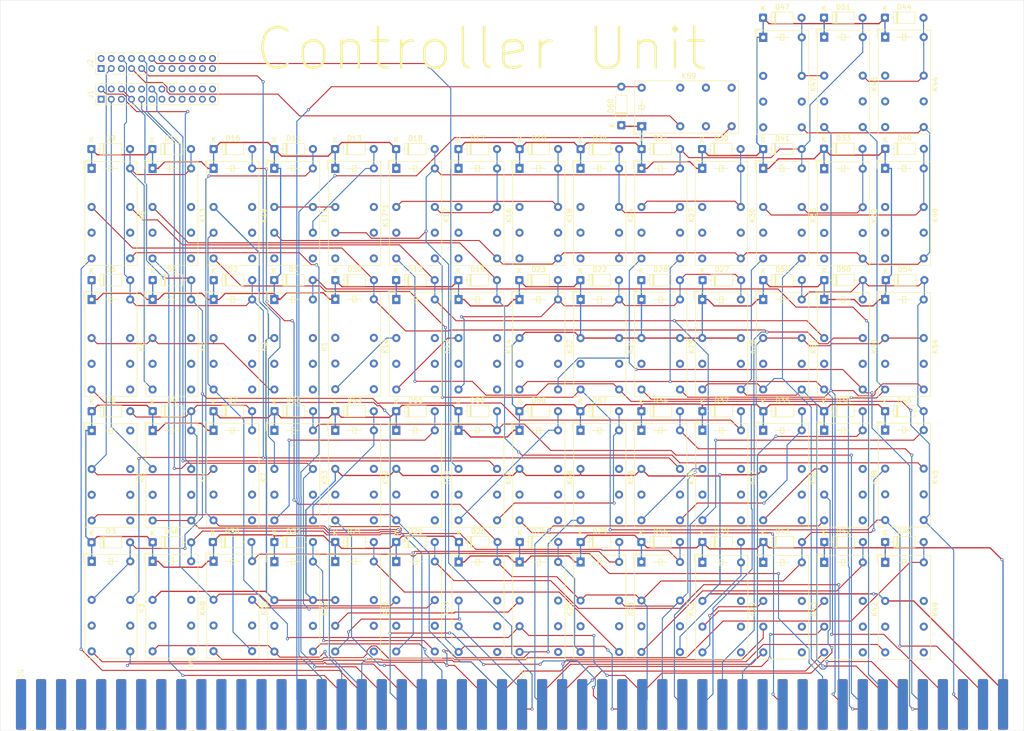
<source format=kicad_pcb>
(kicad_pcb (version 20241229) (generator "pcbnew") (generator_version "9.0")
  (layers (0 "F.Cu" signal) (2 "B.Cu" signal) (13 "F.Paste" user) (15 "B.Paste" user) (5 "F.SilkS" user "F.Silkscreen") (7 "B.SilkS" user "B.Silkscreen") (1 "F.Mask" user) (3 "B.Mask" user) (25 "Edge.Cuts" user))
  (net 0 "")
  (net 1 "GND")
  (net 2 "ALU")
  (net 3 "S5'")
  (net 4 "S5")
  (net 5 "MEMLD")
  (net 6 "Net-(D14-A)")
  (net 7 "Val2")
  (net 8 "LdINST")
  (net 9 "Val3")
  (net 10 "Net-(D13-A)")
  (net 11 "Val4")
  (net 12 "Val5")
  (net 13 "Net-(D17-A)")
  (net 14 "Select")
  (net 15 "Net-(D19-A)")
  (net 16 "ILOD")
  (net 17 "Net-(D21-A)")
  (net 18 "Net-(D22-A)")
  (net 19 "Net-(D24-A)")
  (net 20 "Net-(D25-A)")
  (net 21 "Net-(D29-A)")
  (net 22 "Net-(D30-A)")
  (net 23 "Net-(D32-A)")
  (net 24 "Net-(D33-A)")
  (net 25 "SET")
  (net 26 "Net-(D35-A)")
  (net 27 "ISTR")
  (net 28 "destRegSET")
  (net 29 "Net-(D39-A)")
  (net 30 "Net-(D40-A)")
  (net 31 "Net-(D42-A)")
  (net 32 "Net-(D44-A)")
  (net 33 "IM2BSET")
  (net 34 "Net-(D46-A)")
  (net 35 "Net-(D47-A)")
  (net 36 "Net-(D49-A)")
  (net 37 "Net-(D53-A)")
  (net 38 "Net-(D55-A)")
  (net 39 "INC")
  (net 40 "Net-(D57-A)")
  (net 41 "Net-(D58-A)")
  (net 48 "S8")
  (net 50 "S11")
  (net 57 "S1")
  (net 63 "S2")
  (net 71 "S11'")
  (net 72 "S2'")
  (net 81 "S9'")
  (net 82 "S8'")
  (net 86 "+5V")
  (net 87 "Net-(K1-Pad14)")
  (net 95 "ALD")
  (net 97 "LdPC")
  (net 100 "SelINC")
  (net 111 "LdCCReg")
  (net 120 "LdINC")
  (net 124 "F2")
  (net 125 "F1")
  (net 130 "Net-(K10-Pad14)")
  (net 132 "5 V")
  (net 134 "Net-(K11-Pad12)")
  (net 137 "Net-(K12-Pad14)")
  (net 144 "F3")
  (net 151 "DLD")
  (net 159 "D0")
  (net 160 "D1")
  (net 174 "Net-(K20-Pad12)")
  (net 175 "Net-(K20-Pad14)")
  (net 180 "D3")
  (net 181 "D2")
  (net 192 "BLD")
  (net 195 "CLD")
  (net 200 "D4")
  (net 201 "D5")
  (net 206 "D7")
  (net 207 "D6")
  (net 213 "MEMRD")
  (net 214 "MEMSL")
  (net 222 "Net-(K33-Pad14)")
  (net 223 "Net-(K34-Pad14)")
  (net 241 "Net-(K39-Pad14)")
  (net 242 "Net-(K39-Pad12)")
  (net 252 "ASL")
  (net 254 "BSL")
  (net 256 "DSL")
  (net 258 "CSL")
  (net 282 "Val1")
  (net 289 "SelXY")
  (net 305 "LdXY")
  (net 340 "IMISC")
  (net 363 "S6'")
  (net 367 "HALT")
  (footprint "Relay_THT:Relay_DPDT_Finder_30.22" (layer "F.Cu") (at 148.5025 73.6325 -90)
    (property "Reference" "K22")
    (property "Value" "HK19F-DCxxV-SHC")
  )
  (footprint "Relay_THT:Relay_DPDT_Finder_30.22" (layer "F.Cu") (at 112.1025 47.7325 -90)
    (property "Reference" "K17*1")
    (property "Value" "HK19F-DCxxV-SHC")
  )
  (footprint "Relay_THT:Relay_DPDT_Finder_30.22" (layer "F.Cu") (at 124.1525 99.4825 -90)
    (property "Reference" "K55")
    (property "Value" "HK19F-DCxxV-SHC")
  )
  (footprint "Diode_THT:D_DO-35_SOD27_P7.62mm_Horizontal" (layer "F.Cu") (at 196.69 121.55)
    (property "Reference" "D43")
    (property "Value" "1N914")
  )
  (footprint "Diode_THT:D_DO-35_SOD27_P7.62mm_Horizontal" (layer "F.Cu") (at 76.02 121.6)
    (property "Reference" "D48")
    (property "Value" "1N914")
  )
  (footprint "Diode_THT:D_DO-35_SOD27_P7.62mm_Horizontal" (layer "F.Cu") (at 196.64 43.9)
    (property "Reference" "D41")
    (property "Value" "1N914")
  )
  (footprint "Diode_THT:D_DO-35_SOD27_P7.62mm_Horizontal" (layer "F.Cu") (at 220.74 95.7)
    (property "Reference" "D45")
    (property "Value" "1N914")
  )
  (footprint "Relay_THT:Relay_DPDT_Finder_30.22" (layer "F.Cu") (at 196.6525 99.4825 -90)
    (property "Reference" "K34")
    (property "Value" "HK19F-DCxxV-SHC")
  )
  (footprint "Relay_THT:Relay_DPDT_Finder_30.22" (layer "F.Cu") (at 100.07 125.42 -90)
    (property "Reference" "K31")
    (property "Value" "HK19F-DCxxV-SHC")
  )
  (footprint "Diode_THT:D_DO-35_SOD27_P7.62mm_Horizontal" (layer "F.Cu") (at 196.69 95.7)
    (property "Reference" "D35")
    (property "Value" "1N914")
  )
  (footprint "Diode_THT:D_DO-35_SOD27_P7.62mm_Horizontal" (layer "F.Cu") (at 208.67 43.85)
    (property "Reference" "D33")
    (property "Value" "1N914")
  )
  (footprint "Diode_THT:D_DO-35_SOD27_P7.62mm_Horizontal" (layer "F.Cu") (at 63.92 43.9)
    (property "Reference" "D9")
    (property "Value" "1N914")
  )
  (footprint "Relay_THT:Relay_DPDT_Finder_30.22" (layer "F.Cu") (at 172.59 99.4825 -90)
    (property "Reference" "K33")
    (property "Value" "HK19F-DCxxV-SHC")
  )
  (footprint "Diode_THT:D_DO-35_SOD27_P7.62mm_Horizontal" (layer "F.Cu") (at 63.97 95.7)
    (property "Reference" "D8")
    (property "Value" "1N914")
  )
  (footprint "Relay_THT:Relay_DPDT_Finder_30.22" (layer "F.Cu") (at 136.4525 99.4825 -90)
    (property "Reference" "K57")
    (property "Value" "HK19F-DCxxV-SHC")
  )
  (footprint "Relay_THT:Relay_DPDT_Finder_30.22" (layer "F.Cu") (at 112.1025 99.4825 -90)
    (property "Reference" "K52")
    (property "Value" "HK19F-DCxxV-SHC")
  )
  (footprint "Relay_THT:Relay_DPDT_Finder_30.22" (layer "F.Cu") (at 196.6525 21.8325 -90)
    (property "Reference" "K47")
    (property "Value" "HK19F-DCxxV-SHC")
  )
  (footprint "Diode_THT:D_DO-35_SOD27_P7.62mm_Horizontal" (layer "F.Cu") (at 184.64 95.7)
    (property "Reference" "D37")
    (property "Value" "1N914")
  )
  (footprint "Relay_THT:Relay_DPDT_Finder_30.22" (layer "F.Cu") (at 100.0525 47.7325 -90)
    (property "Reference" "K11")
    (property "Value" "HK19F-DCxxV-SHC")
  )
  (footprint "Relay_THT:Relay_DPDT_Finder_30.22" (layer "F.Cu") (at 160.5525 47.7325 -90)
    (property "Reference" "K24")
    (property "Value" "HK19F-DCxxV-SHC")
  )
  (footprint "Diode_THT:D_DO-35_SOD27_P7.62mm_Horizontal" (layer "F.Cu") (at 88.04 95.7)
    (property "Reference" "D7")
    (property "Value" "1N914")
  )
  (footprint "Diode_THT:D_DO-35_SOD27_P7.62mm_Horizontal" (layer "F.Cu") (at 172.57 69.8)
    (property "Reference" "D28")
    (property "Value" "1N914")
  )
  (footprint "Diode_THT:D_DO-35_SOD27_P7.62mm_Horizontal" (layer "F.Cu") (at 124.14 121.55)
    (property "Reference" "D20")
    (property "Value" "1N914")
  )
  (footprint "Diode_THT:D_DO-35_SOD27_P7.62mm_Horizontal" (layer "F.Cu") (at 208.69 95.7)
    (property "Reference" "D38")
    (property "Value" "1N914")
  )
  (footprint "Relay_THT:Relay_DPDT_Finder_30.22" (layer "F.Cu") (at 196.67 125.57 -90)
    (property "Reference" "K43")
    (property "Value" "HK19F-DCxxV-SHC")
  )
  (footprint "Relay_THT:Relay_DPDT_Finder_30.22" (layer "F.Cu") (at 172.6025 73.6325 -90)
    (property "Reference" "K29")
    (property "Value" "HK19F-DCxxV-SHC")
  )
  (footprint "Relay_THT:Relay_DPDT_Finder_30.22" (layer "F.Cu") (at 220.7525 99.4325 -90)
    (property "Reference" "K45")
    (property "Value" "HK19F-DCxxV-SHC")
  )
  (footprint "Diode_THT:D_DO-35_SOD27_P7.62mm_Horizontal" (layer "F.Cu") (at 124.14 95.7)
    (property "Reference" "D55")
    (property "Value" "1N914")
  )
  (footprint "Relay_THT:Relay_DPDT_Finder_30.22" (layer "F.Cu") (at 220.7525 73.6325 -90)
    (property "Reference" "K54")
    (property "Value" "HK19F-DCxxV-SHC")
  )
  (footprint "Relay_THT:Relay_DPDT_Finder_30.22" (layer "F.Cu") (at 100.07 99.5 -90)
    (property "Reference" "K53")
    (property "Value" "HK19F-DCxxV-SHC")
  )
  (footprint "Diode_THT:D_DO-35_SOD27_P7.62mm_Horizontal" (layer "F.Cu") (at 196.67 69.8)
    (property "Reference" "D52")
    (property "Value" "1N914")
  )
  (footprint "Relay_THT:Relay_DPDT_Finder_30.22" (layer "F.Cu") (at 136.4525 73.6325 -90)
    (property "Reference" "K14")
    (property "Value" "HK19F-DCxxV-SHC")
  )
  (footprint "Relay_THT:Relay_DPDT_Finder_30.22" (layer "F.Cu") (at 76.02 99.52 -90)
    (property "Reference" "K4")
    (property "Value" "HK19F-DCxxV-SHC")
  )
  (footprint "Relay_THT:Relay_DPDT_Finder_30.22" (layer "F.Cu") (at 220.7525 21.7825 -90)
    (property "Reference" "K44")
    (property "Value" "HK19F-DCxxV-SHC")
  )
  (footprint "Relay_THT:Relay_DPDT_Finder_30.22" (layer "F.Cu") (at 172.64 39.4)
    (property "Reference" "K59")
    (property "Value" "HK19F-DCxxV-SHC")
  )
  (footprint "Relay_THT:Relay_DPDT_Finder_30.22" (layer "F.Cu") (at 220.7525 47.7325 -90)
    (property "Reference" "K40")
    (property "Value" "HK19F-DCxxV-SHC")
  )
  (footprint "Diode_THT:D_DO-35_SOD27_P7.62mm_Horizontal" (layer "F.Cu") (at 160.54 95.7)
    (property "Reference" "D57")
    (property "Value" "1N914")
  )
  (footprint "Relay_THT:Relay_DPDT_Finder_30.22" (layer "F.Cu") (at 148.52 125.495 -90)
    (property "Reference" "K25")
    (property "Value" "HK19F-DCxxV-SHC")
  )
  (footprint "Relay_THT:Relay_DPDT_Finder_30.22" (layer "F.Cu") (at 124.145 125.405 -90)
    (property "Reference" "K19")
    (property "Value" "HK19F-DCxxV-SHC")
  )
  (footprint "Diode_THT:D_DO-35_SOD27_P7.62mm_Horizontal" (layer "F.Cu") (at 76.02 95.7)
    (property "Reference" "D4")
    (property "Value" "1N914")
  )
  (footprint "Relay_THT:Relay_DPDT_Finder_30.22" (layer "F.Cu") (at 184.6025 47.7325 -90)
    (property "Reference" "K30")
    (property "Value" "HK19F-DCxxV-SHC")
  )
  (footprint "Diode_THT:D_DO-35_SOD27_P7.62mm_Horizontal" (layer "F.Cu") (at 148.52 43.9)
    (property "Reference" "D19")
    (property "Value" "1N914")
  )
  (footprint "Relay_THT:Relay_DPDT_Finder_30.22" (layer "F.Cu") (at 112.1025 73.5825 -90)
    (property "Reference" "K10")
    (property "Value" "HK19F-DCxxV-SHC")
  )
  (footprint "Relay_THT:Relay_DPDT_Finder_30.22" (layer "F.Cu") (at 184.62 73.6325 -90)
    (property "Reference" "K28")
    (property "Value" "HK19F-DCxxV-SHC")
  )
  (footprint "Relay_THT:Relay_DPDT_Finder_30.22" (layer "F.Cu") (at 88.04 99.4825 -90)
    (property "Reference" "K7")
    (property "Value" "HK19F-DCxxV-SHC")
  )
  (footprint "Diode_THT:D_DO-35_SOD27_P7.62mm_Horizontal" (layer "F.Cu") (at 100.04 69.8)
    (property "Reference" "D1")
    (property "Value" "1N914")
  )
  (footprint "Diode_THT:D_DO-35_SOD27_P7.62mm_Horizontal" (layer "F.Cu") (at 124.12 69.8)
    (property "Reference" "D12")
    (property "Value" "1N914")
  )
  (footprint "Diode_THT:D_DO-35_SOD27_P7.62mm_Horizontal" (layer "F.Cu") (at 112.09 121.55)
    (property "Reference" "D21")
    (property "Value" "1N914")
  )
  (footprint "Relay_THT:Relay_DPDT_Finder_30.22" (layer "F.Cu") (at 160.5525 99.4825 -90)
    (property "Reference" "K56")
    (property "Value" "HK19F-DCxxV-SHC")
  )
  (footprint "Relay_THT:Relay_DPDT_Finder_30.22" (layer "F.Cu") (at 208.7025 99.4825 -90)
    (property "Reference" "K38")
    (property "Value" "HK19F-DCxxV-SHC")
  )
  (footprint "Diode_THT:D_DO-35_SOD27_P7.62mm_Horizontal" (layer "F.Cu") (at 196.62 17.95)
    (property "Reference" "D47")
    (property "Value" "1N914")
  )
  (footprint "Relay_THT:Relay_DPDT_Finder_30.22" (layer "F.Cu") (at 63.9525 73.6325 -90)
    (property "Reference" "K6")
    (property "Value" "HK19F-DCxxV-SHC")
  )
  (footprint "Relay_THT:Relay_DPDT_Finder_30.22" (layer "F.Cu") (at 76.0025 73.6325 -90)
    (property "Reference" "K5")
    (property "Value" "HK19F-DCxxV-SHC")
  )
  (footprint "Diode_THT:D_DO-35_SOD27_P7.62mm_Horizontal" (layer "F.Cu") (at 100.07 43.9)
    (property "Reference" "D11")
    (property "Value" "1N914")
  )
  (footprint "Relay_THT:Relay_DPDT_Finder_30.22" (layer "F.Cu") (at 184.645 125.57 -90)
    (property "Reference" "K39")
    (property "Value" "HK19F-DCxxV-SHC")
  )
  (footprint "Relay_THT:Relay_DPDT_Finder_30.22" (layer "F.Cu") (at 124.1525 47.7325 -90)
    (property "Reference" "K17")
    (property "Value" "HK19F-DCxxV-SHC")
  )
  (footprint "relaccomp:Conn_RC_Male_100" (layer "F.Cu") (at 244.043 110.09 -90)
    (property "Reference" "U1" (hide yes))
    (property "Value" "~" (hide yes))
  )
  (footprint "Diode_THT:D_DO-35_SOD27_P7.62mm_Horizontal" (layer "F.Cu") (at 112.09 95.7)
    (property "Reference" "D53")
    (property "Value" "1N914")
  )
  (footprint "Relay_THT:Relay_DPDT_Finder_30.22" (layer "F.Cu") (at 220.765 125.575 -90)
    (property "Reference" "K49")
    (property "Value" "HK19F-DCxxV-SHC")
  )
  (footprint "Relay_THT:Relay_DPDT_Finder_30.22" (layer "F.Cu") (at 184.6525 99.4825 -90)
    (property "Reference" "K37")
    (property "Value" "HK19F-DCxxV-SHC")
  )
  (footprint "Diode_THT:D_DO-35_SOD27_P7.62mm_Horizontal" (layer "F.Cu") (at 136.44 43.9)
    (property "Reference" "D17")
    (property "Value" "1N914")
  )
  (footprint "Diode_THT:D_DO-35_SOD27_P7.62mm_Horizontal" (layer "F.Cu") (at 100.09 95.7)
    (property "Reference" "D56")
    (property "Value" "1N914")
  )
  (footprint "Diode_THT:D_DO-35_SOD27_P7.62mm_Horizontal" (layer "F.Cu") (at 88.07 43.9)
    (property "Reference" "D16")
    (property "Value" "1N914")
  )
  (footprint "Relay_THT:Relay_DPDT_Finder_30.22" (layer "F.Cu") (at 63.97 99.52 -90)
    (property "Reference" "K8")
    (property "Value" "HK19F-DCxxV-SHC")
  )
  (footprint "Diode_THT:D_DO-35_SOD27_P7.62mm_Horizontal" (layer "F.Cu") (at 208.74 121.55)
    (property "Reference" "D42")
    (property "Value" "1N914")
  )
  (footprint "Relay_THT:Relay_DPDT_Finder_30.22" (layer "F.Cu") (at 136.4825 125.495 -90)
    (property "Reference" "K26" (hide yes))
    (property "Value" "HK19F-DCxxV-SHC")
  )
  (footprint "Relay_THT:Relay_DPDT_Finder_30.22" (layer "F.Cu") (at 88.0525 73.6325 -90)
    (property "Reference" "K2")
    (property "Value" "HK19F-DCxxV-SHC")
  )
  (footprint "Diode_THT:D_DO-35_SOD27_P7.62mm_Horizontal" (layer "F.Cu") (at 136.4225 69.8)
    (property "Reference" "D15")
    (property "Value" "1N914")
  )
  (footprint "Relay_THT:Relay_DPDT_Finder_30.22" (layer "F.Cu") (at 76.005 125.365 -90)
    (property "Reference" "K48")
    (property "Value" "HK19F-DCxxV-SHC")
  )
  (footprint "Relay_THT:Relay_DPDT_Finder_30.22" (layer "F.Cu") (at 112.095 125.405 -90)
    (property "Reference" "K20")
    (property "Value" "HK19F-DCxxV-SHC")
  )
  (footprint "Relay_THT:Relay_DPDT_Finder_30.22" (layer "F.Cu") (at 63.9525 47.7325 -90)
    (property "Reference" "K9")
    (property "Value" "HK19F-DCxxV-SHC")
  )
  (footprint "Diode_THT:D_DO-35_SOD27_P7.62mm_Horizontal" (layer "F.Cu") (at 184.67 69.8)
    (property "Reference" "D27")
    (property "Value" "1N914")
  )
  (footprint "Relay_THT:Relay_DPDT_Finder_30.22" (layer "F.Cu") (at 208.7025 21.7825 -90)
    (property "Reference" "K46")
    (property "Value" "HK19F-DCxxV-SHC")
  )
  (footprint "Diode_THT:D_DO-35_SOD27_P7.62mm_Horizontal" (layer "F.Cu") (at 112.07 43.9)
    (property "Reference" "D13")
    (property "Value" "1N914")
  )
  (footprint "Relay_THT:Relay_DPDT_Finder_30.22" (layer "F.Cu") (at 75.99 47.7325 -90)
    (property "Reference" "K13")
    (property "Value" "HK19F-DCxxV-SHC")
  )
  (footprint "Relay_THT:Relay_DPDT_Finder_30.22" (layer "F.Cu") (at 63.97 125.37 -90)
    (property "Reference" "K3")
    (property "Value" "HK19F-DCxxV-SHC")
  )
  (footprint "Relay_THT:Relay_DPDT_Finder_30.22" (layer "F.Cu") (at 196.6525 47.7325 -90)
    (property "Reference" "K35")
    (property "Value" "HK19F-DCxxV-SHC")
  )
  (footprint "Relay_THT:Relay_DPDT_Finder_30.22" (layer "F.Cu") (at 148.5025 47.7325 -90)
    (property "Reference" "K18")
    (property "Value" "HK19F-DCxxV-SHC")
  )
  (footprint "Relay_THT:Relay_DPDT_Finder_30.22" (layer "F.Cu") (at 160.5625 125.495 -90)
    (property "Reference" "K23")
    (property "Value" "HK19F-DCxxV-SHC")
  )
  (footprint "Diode_THT:D_DO-35_SOD27_P7.62mm_Horizontal" (layer "F.Cu") (at 184.57 43.9)
    (property "Reference" "D30")
    (property "Value" "1N914")
  )
  (footprint "Diode_THT:D_DO-35_SOD27_P7.62mm_Horizontal" (layer "F.Cu") (at 124.12 43.9)
    (property "Reference" "D18")
    (property "Value" "1N914")
  )
  (footprint "Relay_THT:Relay_DPDT_Finder_30.22" (layer "F.Cu") (at 124.1525 73.6325 -90)
    (property "Reference" "K12")
    (property "Value" "HK19F-DCxxV-SHC")
  )
  (footprint "Diode_THT:D_DO-35_SOD27_P7.62mm_Horizontal" (layer "F.Cu") (at 136.44 95.7)
    (property "Reference" "D59")
    (property "Value" "1N914")
  )
  (footprint "Relay_THT:Relay_DPDT_Finder_30.22" (layer "F.Cu") (at 208.72 125.57 -90)
    (property "Reference" "K42")
    (property "Value" "HK19F-DCxxV-SHC")
  )
  (footprint "Relay_THT:Relay_DPDT_Finder_30.22" (layer "F.Cu") (at 136.4525 47.7325 -90)
    (property "Reference" "K16")
    (property "Value" "HK19F-DCxxV-SHC")
  )
  (footprint "Diode_THT:D_DO-35_SOD27_P7.62mm_Horizontal" (layer "F.Cu") (at 112.12 69.8)
    (property "Reference" "D10")
    (property "Value" "1N914")
  )
  (footprint "Diode_THT:D_DO-35_SOD27_P7.62mm_Horizontal" (layer "F.Cu") (at 220.7125 17.95)
    (property "Reference" "D44")
    (property "Value" "1N914")
  )
  (footprint "Connector_PinHeader_2.00mm:PinHeader_2x12_P2.00mm_Vertical" (layer "F.Cu") (at 65.84 34.05 90)
    (property "Reference" "J1")
    (property "Value" "Conn_02x12_Counter_Clockwise")
  )
  (footprint "Relay_THT:Relay_DPDT_Finder_30.22" (layer "F.Cu") (at 172.6025 47.7325 -90)
    (property "Reference" "K27")
    (property "Value" "HK19F-DCxxV-SHC")
  )
  (footprint "Diode_THT:D_DO-35_SOD27_P7.62mm_Horizontal" (layer "F.Cu") (at 208.67 17.95)
    (property "Reference" "D51")
    (property "Value" "1N914")
  )
  (footprint "Diode_THT:D_DO-35_SOD27_P7.62mm_Horizontal" (layer "F.Cu") (at 160.59 121.55)
    (property "Reference" "D29")
    (property "Value" "1N914")
  )
  (footprint "Relay_THT:Relay_DPDT_Finder_30.22" (layer "F.Cu") (at 196.6525 73.6325 -90)
    (property "Reference" "K51")
    (property "Value" "HK19F-DCxxV-SHC")
  )
  (footprint "Relay_THT:Relay_DPDT_Finder_30.22" (layer "F.Cu") (at 100.0525 73.6325 -90)
    (property "Reference" "K1")
    (property "Value" "HK19F-DCxxV-SHC")
  )
  (footprint "Diode_THT:D_DO-35_SOD27_P7.62mm_Horizontal" (layer "F.Cu") (at 160.52 69.8)
    (property "Reference" "D22")
    (property "Value" "1N914")
  )
  (footprint "Relay_THT:Relay_DPDT_Finder_30.22" (layer "F.Cu") (at 172.595 125.4975 -90)
    (property "Reference" "K41")
    (property "Value" "HK19F-DCxxV-SHC")
  )
  (footprint "Relay_THT:Relay_DPDT_Finder_30.22" (layer "F.Cu") (at 208.7025 47.7825 -90)
    (property "Reference" "K32")
    (property "Value" "HK19F-DCxxV-SHC")
  )
  (footprint "Relay_THT:Relay_DPDT_Finder_30.22" (layer "F.Cu") (at 208.7025 73.6325 -90)
    (property "Reference" "K50")
    (property "Value" "HK19F-DCxxV-SHC")
  )
  (footprint "Diode_THT:D_DO-35_SOD27_P7.62mm_Horizontal" (layer "F.Cu") (at 172.62 43.9)
    (property "Reference" "D31")
    (property "Value" "1N914")
  )
  (footprint "Diode_THT:D_DO-35_SOD27_P7.62mm_Horizontal" (layer "F.Cu") (at 63.94 121.6)
    (property "Reference" "D3")
    (property "Value" "1N914")
  )
  (footprint "Diode_THT:D_DO-35_SOD27_P7.62mm_Horizontal" (layer "F.Cu") (at 208.72 69.8)
    (property "Reference" "D50")
    (property "Value" "1N914")
  )
  (footprint "Relay_THT:Relay_DPDT_Finder_30.22" (layer "F.Cu") (at 88.0525 47.7325 -90)
    (property "Reference" "K15")
    (property "Value" "HK19F-DCxxV-SHC")
  )
  (footprint "Diode_THT:D_DO-35_SOD27_P7.62mm_Horizontal" (layer "F.Cu") (at 136.54 121.55)
    (property "Reference" "D26")
    (property "Value" "1N914")
  )
  (footprint "Diode_THT:D_DO-35_SOD27_P7.62mm_Horizontal" (layer "F.Cu") (at 148.54 121.55)
    (property "Reference" "D25")
    (property "Value" "1N914")
  )
  (footprint "Diode_THT:D_DO-35_SOD27_P7.62mm_Horizontal" (layer "F.Cu") (at 87.915 121.55)
    (property "Reference" "D36")
    (property "Value" "1N914")
  )
  (footprint "Connector_PinHeader_2.00mm:PinHeader_2x12_P2.00mm_Vertical" (layer "F.Cu") (at 65.84 28 90)
    (property "Reference" "J2")
    (property "Value" "Conn_02x12_Counter_Clockwise")
  )
  (footprint "Diode_THT:D_DO-35_SOD27_P7.62mm_Horizontal" (layer "F.Cu") (at 220.77 43.85)
    (property "Reference" "D40")
    (property "Value" "1N914")
  )
  (footprint "Diode_THT:D_DO-35_SOD27_P7.62mm_Horizontal" (layer "F.Cu") (at 75.97 43.9)
    (property "Reference" "D14")
    (property "Value" "1N914")
  )
  (footprint "Diode_THT:D_DO-35_SOD27_P7.62mm_Horizontal" (layer "F.Cu") (at 184.64 121.55)
    (property "Reference" "D39")
    (property "Value" "1N914")
  )
  (footprint "Diode_THT:D_DO-35_SOD27_P7.62mm_Horizontal" (layer "F.Cu") (at 220.8825 69.8)
    (property "Reference" "D54")
    (property "Value" "1N914")
  )
  (footprint "Diode_THT:D_DO-35_SOD27_P7.62mm_Horizontal" (layer "F.Cu") (at 172.59 121.55)
    (property "Reference" "D46")
    (property "Value" "1N914")
  )
  (footprint "Diode_THT:D_DO-35_SOD27_P7.62mm_Horizontal" (layer "F.Cu") (at 168.62 39.2 90)
    (property "Reference" "D60")
    (property "Value" "1N914")
  )
  (footprint "Diode_THT:D_DO-35_SOD27_P7.62mm_Horizontal" (layer "F.Cu") (at 148.47 69.8)
    (property "Reference" "D23")
    (property "Value" "1N914")
  )
  (footprint "Diode_THT:D_DO-35_SOD27_P7.62mm_Horizontal" (layer "F.Cu") (at 160.5725 43.9)
    (property "Reference" "D24")
    (property "Value" "1N914")
  )
  (footprint "Relay_THT:Relay_DPDT_Finder_30.22" (layer "F.Cu") (at 148.5025 99.4825 -90)
    (property "Reference" "K58")
    (property "Value" "HK19F-DCxxV-SHC")
  )
  (footprint "Diode_THT:D_DO-35_SOD27_P7.62mm_Horizontal" (layer "F.Cu") (at 63.9475 69.8)
    (property "Reference" "D6")
    (property "Value" "1N914")
  )
  (footprint "Diode_THT:D_DO-35_SOD27_P7.62mm_Horizontal" (layer "F.Cu") (at 88.07 69.8)
    (property "Reference" "D2")
    (property "Value" "1N914")
  )
  (footprint "Diode_THT:D_DO-35_SOD27_P7.62mm_Horizontal" (layer "F.Cu") (at 100.07 121.55)
    (property "Reference" "D32")
    (property "Value" "1N914")
  )
  (footprint "Diode_THT:D_DO-35_SOD27_P7.62mm_Horizontal" (layer "F.Cu") (at 148.49 95.7)
    (property "Reference" "D58")
    (property "Value" "1N914")
  )
  (footprint "Diode_THT:D_DO-35_SOD27_P7.62mm_Horizontal" (layer "F.Cu") (at 220.745 121.55)
    (property "Reference" "D49")
    (property "Value" "1N914")
  )
  (footprint "Relay_THT:Relay_DPDT_Finder_30.22" (layer "F.Cu") (at 88.05 125.345 -90)
    (property "Reference" "K36")
    (property "Value" "HK19F-DCxxV-SHC")
  )
  (footprint "Relay_THT:Relay_DPDT_Finder_30.22" (layer "F.Cu") (at 160.57 73.6325 -90)
    (property "Reference" "K21")
    (property "Value" "HK19F-DCxxV-SHC")
  )
  (footprint "Diode_THT:D_DO-35_SOD27_P7.62mm_Horizontal" (layer "F.Cu") (at 76.02 69.8)
    (property "Reference" "D5")
    (property "Value" "1N914")
  )
  (footprint "Diode_THT:D_DO-35_SOD27_P7.62mm_Horizontal" (layer "F.Cu") (at 172.59 95.7)
    (property "Reference" "D34")
    (property "Value" "1N914")
  )
  (gr_rect (start 45.875 14.475) (end 248.164999 158.875) (stroke (width 0.05)) (fill no) (layer "Edge.Cuts"))
  (gr_text "1" (at 206.04 146.495 0) (layer "F.SilkS") (effects (font (size 1 1) (thickness 0.1)) (justify left bottom)))
  (gr_text "50" (at 82.94 144.4 270) (layer "F.SilkS") (effects (font (size 1 1) (thickness 0.1)) (justify left bottom)))
  (gr_text "Controller Unit" (at 95.84 28.8 0) (layer "F.SilkS") (effects (font (size 8 8) (thickness 0.5)) (justify left bottom)))
  (segment (start 159.2725 42.6) (end 149.82 42.6) (width 0.25) (layer "F.Cu") (net 1))
  (segment (start 63.92 43.9) (end 65.0481 45.0281) (width 0.25) (layer "F.Cu") (net 1))
  (segment (start 73.6683 72.4) (end 66.2867 72.4) (width 0.25) (layer "F.Cu") (net 1))
  (segment (start 185.99 122.9) (end 195.34 122.9) (width 0.25) (layer "F.Cu") (net 1))
  (segment (start 160.5725 43.9) (end 159.2725 42.6) (width 0.25) (layer "F.Cu") (net 1))
  (segment (start 78.3367 72.4) (end 85.7183 72.4) (width 0.25) (layer "F.Cu") (net 1))
  (segment (start 161.84 94.4) (end 160.54 95.7) (width 0.25) (layer "F.Cu") (net 1))
  (segment (start 146.0833 100.8) (end 147.4008 99.4825) (width 0.25) (layer "F.Cu") (net 1))
  (segment (start 113.29 96.9) (end 122.94 96.9) (width 0.25) (layer "F.Cu") (net 1))
  (segment (start 77.1067 125.365) (end 78.2643 126.5226) (width 0.25) (layer "F.Cu") (net 1))
  (segment (start 209.99 94.4) (end 208.69 95.7) (width 0.25) (layer "F.Cu") (net 1))
  (segment (start 158.2658 124.3) (end 150.8167 124.3) (width 0.25) (layer "F.Cu") (net 1))
  (segment (start 149.79 94.4) (end 159.24 94.4) (width 0.25) (layer "F.Cu") (net 1))
  (segment (start 184.64 94.5847) (end 184.8247 94.4) (width 0.25) (layer "F.Cu") (net 1))
  (segment (start 241.4899 122.6942) (end 220.745 122.6942) (width 0.25) (layer "F.Cu") (net 1))
  (segment (start 184.8247 94.4) (end 195.39 94.4) (width 0.25) (layer "F.Cu") (net 1))
  (segment (start 122.94 96.9) (end 124.14 95.7) (width 0.25) (layer "F.Cu") (net 1))
  (segment (start 110.67 45.3) (end 101.47 45.3) (width 0.25) (layer "F.Cu") (net 1))
  (segment (start 148.47 69.8) (end 149.77 71.1) (width 0.25) (layer "F.Cu") (net 1))
  (segment (start 159.22 71.1) (end 160.52 69.8) (width 0.25) (layer "F.Cu") (net 1))
  (segment (start 150.8167 124.3) (end 149.6217 125.495) (width 0.25) (layer "F.Cu") (net 1))
  (segment (start 136.4525 99.4825) (end 137.5542 99.4825) (width 0.25) (layer "F.Cu") (net 1))
  (segment (start 113.42 71.1) (end 112.12 69.8) (width 0.25) (layer "F.Cu") (net 1))
  (segment (start 100.07 120.4285) (end 99.772224 120.130724) (width 0.25) (layer "F.Cu") (net 1))
  (segment (start 122.82 42.6) (end 113.37 42.6) (width 0.25) (layer "F.Cu") (net 1))
  (segment (start 63.94 121.6) (end 65.0742 120.4658) (width 0.25) (layer "F.Cu") (net 1))
  (segment (start 209.92 45.1) (end 208.67 43.85) (width 0.25) (layer "F.Cu") (net 1))
  (segment (start 147.4008 99.4825) (end 148.5025 99.4825) (width 0.25) (layer "F.Cu") (net 1))
  (segment (start 76.02 95.7) (end 74.8559 94.5359) (width 0.25) (layer "F.Cu") (net 1))
  (segment (start 172.8747 94.3) (end 172.59 94.5847) (width 0.25) (layer "F.Cu") (net 1))
  (segment (start 102.4867 72.3) (end 101.1542 73.6325) (width 0.25) (layer "F.Cu") (net 1))
  (segment (start 148.52 125.495) (end 147.4183 125.495) (width 0.25) (layer "F.Cu") (net 1))
  (segment (start 243.833 125.0373) (end 241.4899 122.6942) (width 0.25) (layer "F.Cu") (net 1))
  (segment (start 208.74 122.6942) (end 208.74 121.55) (width 0.25) (layer "F.Cu") (net 1))
  (segment (start 136.4525 73.6325) (end 137.5542 73.6325) (width 0.25) (layer "F.Cu") (net 1))
  (segment (start 135.1225 71.1) (end 136.4225 69.8) (width 0.25) (layer "F.Cu") (net 1))
  (segment (start 171.42 42.7) (end 161.7725 42.7) (width 0.25) (layer "F.Cu") (net 1))
  (segment (start 146.2233 124.3) (end 138.7792 124.3) (width 0.25) (layer "F.Cu") (net 1))
  (segment (start 149.82 42.6) (end 148.52 43.9) (width 0.25) (layer "F.Cu") (net 1))
  (segment (start 100.07 120.4285) (end 100.1985 120.3) (width 0.25) (layer "F.Cu") (net 1))
  (segment (start 124.14 121.55) (end 122.89 122.8) (width 0.25) (layer "F.Cu") (net 1))
  (segment (start 172.62 43.9) (end 171.42 42.7) (width 0.25) (layer "F.Cu") (net 1))
  (segment (start 98.79 97) (end 100.09 95.7) (width 0.25) (layer "F.Cu") (net 1))
  (segment (start 66.2867 72.4) (end 65.0542 73.6325) (width 0.25) (layer "F.Cu") (net 1))
  (segment (start 137.5842 125.495) (end 136.4825 125.495) (width 0.25) (layer "F.Cu") (net 1))
  (segment (start 192.24 81.2525) (end 184.62 81.2525) (width 0.25) (layer "F.Cu") (net 1))
  (segment (start 208.74 122.6942) (end 197.8342 122.6942) (width 0.25) (layer "F.Cu") (net 1))
  (segment (start 219.6508 73.6325) (end 220.7525 73.6325) (width 0.25) (layer "F.Cu") (net 1))
  (segment (start 77.1042 73.6325) (end 78.3367 72.4) (width 0.25) (layer "F.Cu") (net 1))
  (segment (start 85.6183 46.4) (end 78.4242 46.4) (width 0.25) (layer "F.Cu") (net 1))
  (segment (start 138.8217 74.9) (end 146.1333 74.9) (width 0.25) (layer "F.Cu") (net 1))
  (segment (start 214.6325 73.6325) (end 215.9 74.9) (width 0.25) (layer "F.Cu") (net 1))
  (segment (start 182.1683 46.4) (end 175.0367 46.4) (width 0.25) (layer "F.Cu") (net 1))
  (segment (start 78.5417 98.1) (end 77.1217 99.52) (width 0.25) (layer "F.Cu") (net 1))
  (segment (start 218.3833 74.9) (end 219.6508 73.6325) (width 0.25) (layer "F.Cu") (net 1))
  (segment (start 136.44 43.9) (end 137.74 42.6) (width 0.25) (layer "F.Cu") (net 1))
  (segment (start 219.5416 19.1209) (end 220.7125 17.95) (width 0.25) (layer "F.Cu") (net 1))
  (segment (start 122.89 122.8) (end 113.34 122.8) (width 0.25) (layer "F.Cu") (net 1))
  (segment (start 220.77 43.85) (end 219.52 45.1) (width 0.25) (layer "F.Cu") (net 1))
  (segment (start 147.4008 73.6325) (end 148.5025 73.6325) (width 0.25) (layer "F.Cu") (net 1))
  (segment (start 208.7025 73.6325) (end 214.6325 73.6325) (width 0.25) (layer "F.Cu") (net 1))
  (segment (start 149.6494 80.1056) (end 159.4231 80.1056) (width 0.25) (layer "F.Cu") (net 1))
  (segment (start 173.7042 47.7325) (end 172.6025 47.7325) (width 0.25) (layer "F.Cu") (net 1))
  (segment (start 111.0208 121.55) (end 112.09 121.55) (width 0.25) (layer "F.Cu") (net 1))
  (segment (start 137.74 42.6) (end 147.22 42.6) (width 0.25) (layer "F.Cu") (net 1))
  (segment (start 185.7217 73.6325) (end 184.62 73.6325) (width 0.25) (layer "F.Cu") (net 1))
  (segment (start 172.6025 81.2525) (end 180.2225 81.2525) (width 0.25) (layer "F.Cu") (net 1))
  (segment (start 76.0025 73.6325) (end 77.1042 73.6325) (width 0.25) (layer "F.Cu") (net 1))
  (segment (start 168.82 39.4) (end 168.62 39.2) (width 0.25) (layer "F.Cu") (net 1))
  (segment (start 184.64 95.7) (end 184.64 94.5847) (width 0.25) (layer "F.Cu") (net 1))
  (segment (start 65.0542 73.6325) (end 63.9525 73.6325) (width 0.25) (layer "F.Cu") (net 1))
  (segment (start 159.4608 125.495) (end 158.2658 124.3) (width 0.25) (layer "F.Cu") (net 1))
  (segment (start 161.7725 42.7) (end 160.5725 43.9) (width 0.25) (layer "F.Cu") (net 1))
  (segment (start 109.7183 72.3) (end 102.4867 72.3) (width 0.25) (layer "F.Cu") (net 1))
  (segment (start 147.4183 125.495) (end 146.2233 124.3) (width 0.25) (layer "F.Cu") (net 1))
  (segment (start 208.67 19.1209) (end 219.5416 19.1209) (width 0.25) (layer "F.Cu") (net 1))
  (segment (start 172.64 39.4) (end 168.82 39.4) (width 0.25) (layer "F.Cu") (net 1))
  (segment (start 195.39 94.4) (end 196.69 95.7) (width 0.25) (layer "F.Cu") (net 1))
  (segment (start 109.7708 120.3) (end 111.0208 121.55) (width 0.25) (layer "F.Cu") (net 1))
  (segment (start 184.64 121.55) (end 185.99 122.9) (width 0.25) (layer "F.Cu") (net 1))
  (segment (start 65.0742 120.4658) (end 74.8858 120.4658) (width 0.25) (layer "F.Cu") (net 1))
  (segment (start 90.3588 72.4279) (end 89.1542 73.6325) (width 0.25) (layer "F.Cu") (net 1))
  (segment (start 112.09 95.7) (end 113.29 96.9) (width 0.25) (layer "F.Cu") (net 1))
  (segment (start 183.5008 47.7325) (end 182.1683 46.4) (width 0.25) (layer "F.Cu") (net 1))
  (segment (start 76.0025 73.6325) (end 74.9008 73.6325) (width 0.25) (layer "F.Cu") (net 1))
  (segment (start 85.5558 98.1) (end 78.5417 98.1) (width 0.25) (layer "F.Cu") (net 1))
  (segment (start 88.04 99.4825) (end 86.9383 99.4825) (width 0.25) (layer "F.Cu") (net 1))
  (segment (start 88.0525 73.6325) (end 89.1542 73.6325) (width 0.25) (layer "F.Cu") (net 1))
  (segment (start 111.0008 73.5825) (end 109.7183 72.3) (width 0.25) (layer "F.Cu") (net 1))
  (segment (start 101.47 45.3) (end 100.07 43.9) (width 0.25) (layer "F.Cu") (net 1))
  (segment (start 124.12 43.9) (end 122.82 42.6) (width 0.25) (layer "F.Cu") (net 1))
  (segment (start 74.8858 120.4658) (end 76.02 121.6) (width 0.25) (layer "F.Cu") (net 1))
  (segment (start 220.745 122.6942) (end 220.745 121.55) (width 0.25) (layer "F.Cu") (net 1))
  (segment (start 194.2833 74.9) (end 186.9892 74.9) (width 0.25) (layer "F.Cu") (net 1))
  (segment (start 185.844 45.174) (end 195.366 45.174) (width 0.25) (layer "F.Cu") (net 1))
  (segment (start 137.5542 99.4825) (end 138.8717 100.8) (width 0.25) (layer "F.Cu") (net 1))
  (segment (start 136.44 95.7) (end 135.281 94.541) (width 0.25) (layer "F.Cu") (net 1))
  (segment (start 149.77 71.1) (end 159.22 71.1) (width 0.25) (layer "F.Cu") (net 1))
  (segment (start 65.1341 94.5359) (end 63.97 95.7) (width 0.25) (layer "F.Cu") (net 1))
  (segment (start 146.1333 74.9) (end 147.4008 73.6325) (width 0.25) (layer "F.Cu") (net 1))
  (segment (start 99.9496 72.4279) (end 90.3588 72.4279) (width 0.25) (layer "F.Cu") (net 1))
  (segment (start 77.0917 47.7325) (end 75.99 47.7325) (width 0.25) (layer "F.Cu") (net 1))
  (segment (start 172.4053 94.4) (end 161.84 94.4) (width 0.25) (layer "F.Cu") (net 1))
  (segment (start 112.09 95.7) (end 110.79 97) (width 0.25) (layer "F.Cu") (net 1))
  (segment (start 100.07 120.4285) (end 100.07 121.55) (width 0.25) (layer "F.Cu") (net 1))
  (segment (start 125.29 120.4) (end 135.39 120.4) (width 0.25) (layer "F.Cu") (net 1))
  (segment (start 76.005 125.365) (end 77.1067 125.365) (width 0.25) (layer "F.Cu") (net 1))
  (segment (start 159.4231 80.1056) (end 160.57 81.2525) (width 0.25) (layer "F.Cu") (net 1))
  (segment (start 100.07 43.9) (end 98.77 42.6) (width 0.25) (layer "F.Cu") (net 1))
  (segment (start 207.39 94.4) (end 197.99 94.4) (width 0.25) (layer "F.Cu") (net 1))
  (segment (start 184.64 121.55) (end 183.49 122.7) (width 0.25) (layer "F.Cu") (net 1))
  (segment (start 208.67 19.1209) (end 208.67 17.95) (width 0.25) (layer "F.Cu") (net 1))
  (segment (start 160.59 121.55) (end 161.94 120.2) (width 0.25) (layer "F.Cu") (net 1))
  (segment (start 123.9322 71.1) (end 113.42 71.1) (width 0.25) (layer "F.Cu") (net 1))
  (segment (start 197.97 71.1) (end 196.67 69.8) (width 0.25) (layer "F.Cu") (net 1))
  (segment (start 89.37 42.6) (end 88.07 43.9) (width 0.25) (layer "F.Cu") (net 1))
  (segment (start 137.5542 73.6325) (end 138.8217 74.9) (width 0.25) (layer "F.Cu") (net 1))
  (segment (start 184.64 94.5847) (end 184.3553 94.3) (width 0.25) (layer "F.Cu") (net 1))
  (segment (start 148.49 95.7) (end 149.79 94.4) (width 0.25) (layer "F.Cu") (net 1))
  (segment (start 85.7183 72.4) (end 86.9508 73.6325) (width 0.25) (layer "F.Cu") (net 1))
  (segment (start 195.366 45.174) (end 196.64 43.9) (width 0.25) (layer "F.Cu") (net 1))
  (segment (start 86.9508 73.6325) (end 88.0525 73.6325) (width 0.25) (layer "F.Cu") (net 1))
  (segment (start 88.05 125.345) (end 86.9483 125.345) (width 0.25) (layer "F.Cu") (net 1))
  (segment (start 74.9008 73.6325) (end 73.6683 72.4) (width 0.25) (layer "F.Cu") (net 1))
  (segment (start 207.42 71.1) (end 197.97 71.1) (width 0.25) (layer "F.Cu") (net 1))
  (segment (start 184.57 43.9) (end 185.844 45.174) (width 0.25) (layer "F.Cu") (net 1))
  (segment (start 159.24 94.4) (end 160.54 95.7) (width 0.25) (layer "F.Cu") (net 1))
  (segment (start 100.0525 73.6325) (end 101.1542 73.6325) (width 0.25) (layer "F.Cu") (net 1))
  (segment (start 98.77 42.6) (end 89.37 42.6) (width 0.25) (layer "F.Cu") (net 1))
  (segment (start 208.72 69.8) (end 207.42 71.1) (width 0.25) (layer "F.Cu") (net 1))
  (segment (start 197.7909 19.1209) (end 208.67 19.1209) (width 0.25) (layer "F.Cu") (net 1))
  (segment (start 184.6025 47.7325) (end 183.5008 47.7325) (width 0.25) (layer "F.Cu") (net 1))
  (segment (start 172.59 94.5847) (end 172.4053 94.4) (width 0.25) (layer "F.Cu") (net 1))
  (segment (start 135.39 120.4) (end 136.54 121.55) (width 0.25) (layer "F.Cu") (net 1))
  (segment (start 124.12 70.9122) (end 123.9322 71.1) (width 0.25) (layer "F.Cu") (net 1))
  (segment (start 172.59 95.7) (end 172.59 94.5847) (width 0.25) (layer "F.Cu") (net 1))
  (segment (start 173.74 122.7) (end 172.59 121.55) (width 0.25) (layer "F.Cu") (net 1))
  (segment (start 113.34 122.8) (end 112.09 121.55) (width 0.25) (layer "F.Cu") (net 1))
  (segment (start 183.49 122.7) (end 173.74 122.7) (width 0.25) (layer "F.Cu") (net 1))
  (segment (start 138.7792 124.3) (end 137.5842 125.495) (width 0.25) (layer "F.Cu") (net 1))
  (segment (start 171.24 120.2) (end 172.59 121.55) (width 0.25) (layer "F.Cu") (net 1))
  (segment (start 197.99 94.4) (end 196.69 95.7) (width 0.25) (layer "F.Cu") (net 1))
  (segment (start 89.334276 120.130724) (end 87.915 121.55) (width 0.25) (layer "F.Cu") (net 1))
  (segment (start 208.67 43.85) (end 206.6884 45.8316) (width 0.25) (layer "F.Cu") (net 1))
  (segment (start 175.0367 46.4) (end 173.7042 47.7325) (width 0.25) (layer "F.Cu") (net 1))
  (segment (start 168.19 81.2525) (end 160.57 81.2525) (width 0.25) (layer "F.Cu") (net 1))
  (segment (start 206.6884 45.8316) (end 199.6551 45.8316) (width 0.25) (layer "F.Cu") (net 1))
  (segment (start 135.281 94.541) (end 125.299 94.541) (width 0.25) (layer "F.Cu") (net 1))
  (segment (start 161.94 120.2) (end 171.24 120.2) (width 0.25) (layer "F.Cu") (net 1))
  (segment (start 88.04 95.7) (end 89.34 97) (width 0.25) (layer "F.Cu") (net 1))
  (segment (start 196.6525 73.6325) (end 195.5508 73.6325) (width 0.25) (layer "F.Cu") (net 1))
  (segment (start 100.1985 120.3) (end 109.7708 120.3) (width 0.25) (layer "F.Cu") (net 1))
  (segment (start 184.3553 94.3) (end 172.8747 94.3) (width 0.25) (layer "F.Cu") (net 1))
  (segment (start 138.8717 100.8) (end 146.0833 100.8) (width 0.25) (layer "F.Cu") (net 1))
  (segment (start 110.79 97) (end 101.39 97) (width 0.25) (layer "F.Cu") (net 1))
  (segment (start 220.74 95.7) (end 219.44 94.4) (width 0.25) (layer "F.Cu") (net 1))
  (segment (start 184.62 81.2525) (end 180.2225 81.2525) (width 0.25) (layer "F.Cu") (net 1))
  (segment (start 101.39 97) (end 100.09 95.7) (width 0.25) (layer "F.Cu") (net 1))
  (segment (start 220.745 122.6942) (end 208.74 122.6942) (width 0.25) (layer "F.Cu") (net 1))
  (segment (start 85.7707 126.5226) (end 86.9483 125.345) (width 0.25) (layer "F.Cu") (net 1))
  (segment (start 195.5508 73.6325) (end 194.2833 74.9) (width 0.25) (layer "F.Cu") (net 1))
  (segment (start 197.8342 122.6942) (end 196.69 121.55) (width 0.25) (layer "F.Cu") (net 1))
  (segment (start 124.14 121.55) (end 125.29 120.4) (width 0.25) (layer "F.Cu") (net 1))
  (segment (start 148.5025 81.2525) (end 149.6494 80.1056) (width 0.25) (layer "F.Cu") (net 1))
  (segment (start 168.19 81.2525) (end 172.6025 81.2525) (width 0.25) (layer "F.Cu") (net 1))
  (segment (start 196.6525 47.7325) (end 197.7542 47.7325) (width 0.25) (layer "F.Cu") (net 1))
  (segment (start 149.6217 125.495) (end 148.52 125.495) (width 0.25) (layer "F.Cu") (net 1))
  (segment (start 86.9383 99.4825) (end 85.5558 98.1) (width 0.25) (layer "F.Cu") (net 1))
  (segment (start 124.12 70.9122) (end 124.12 69.8) (width 0.25) (layer "F.Cu") (net 1))
  (segment (start 99.772224 120.130724) (end 89.334276 120.130724) (width 0.25) (layer "F.Cu") (net 1))
  (segment (start 86.9508 47.7325) (end 85.6183 46.4) (width 0.25) (layer "F.Cu") (net 1))
  (segment (start 124.3078 71.1) (end 135.1225 71.1) (width 0.25) (layer "F.Cu") (net 1))
  (segment (start 124.12 70.9122) (end 124.3078 71.1) (width 0.25) (layer "F.Cu") (net 1))
  (segment (start 186.9892 74.9) (end 185.7217 73.6325) (width 0.25) (layer "F.Cu") (net 1))
  (segment (start 112.07 43.9) (end 110.67 45.3) (width 0.25) (layer "F.Cu") (net 1))
  (segment (start 199.6551 45.8316) (end 197.7542 47.7325) (width 0.25) (layer "F.Cu") (net 1))
  (segment (start 113.37 42.6) (end 112.07 43.9) (width 0.25) (layer "F.Cu") (net 1))
  (segment (start 219.44 94.4) (end 209.99 94.4) (width 0.25) (layer "F.Cu") (net 1))
  (segment (start 65.0481 45.0281) (end 74.8419 45.0281) (width 0.25) (layer "F.Cu") (net 1))
  (segment (start 125.299 94.541) (end 124.14 95.7) (width 0.25) (layer "F.Cu") (net 1))
  (segment (start 88.0525 47.7325) (end 86.9508 47.7325) (width 0.25) (layer "F.Cu") (net 1))
  (segment (start 77.1217 99.52) (end 76.02 99.52) (width 0.25) (layer "F.Cu") (net 1))
  (segment (start 78.4242 46.4) (end 77.0917 47.7325) (width 0.25) (layer "F.Cu") (net 1))
  (segment (start 78.2643 126.5226) (end 85.7707 126.5226) (width 0.25) (layer "F.Cu") (net 1))
  (segment (start 74.8419 45.0281) (end 75.97 43.9) (width 0.25) (layer "F.Cu") (net 1))
  (segment (start 208.69 95.7) (end 207.39 94.4) (width 0.25) (layer "F.Cu") (net 1))
  (segment (start 196.62 17.95) (end 197.7909 19.1209) (width 0.25) (layer "F.Cu") (net 1))
  (segment (start 215.9 74.9) (end 218.3833 74.9) (width 0.25) (layer "F.Cu") (net 1))
  (segment (start 89.34 97) (end 98.79 97) (width 0.25) (layer "F.Cu") (net 1))
  (segment (start 219.52 45.1) (end 209.92 45.1) (width 0.25) (layer "F.Cu") (net 1))
  (segment (start 112.1025 73.5825) (end 111.0008 73.5825) (width 0.25) (layer "F.Cu") (net 1))
  (segment (start 160.5625 125.495) (end 159.4608 125.495) (width 0.25) (layer "F.Cu") (net 1))
  (segment (start 101.1542 73.6325) (end 99.9496 72.4279) (width 0.25) (layer "F.Cu") (net 1))
  (segment (start 147.22 42.6) (end 148.52 43.9) (width 0.25) (layer "F.Cu") (net 1))
  (segment (start 195.34 122.9) (end 196.69 121.55) (width 0.25) (layer "F.Cu") (net 1))
  (segment (start 74.8559 94.5359) (end 65.1341 94.5359) (width 0.25) (layer "F.Cu") (net 1))
  (via (at 243.833 125.0373) (size 0.6) (drill 0.3) (layers "F.Cu" "B.Cu") (net 1))
  (segment (start 184.64 98.2683) (end 184.64 95.7) (width 0.25) (layer "B.Cu") (net 1))
  (segment (start 220.8825 72.3008) (end 220.8825 69.8) (width 0.25) (layer "B.Cu") (net 1))
  (segment (start 124.1525 98.2808) (end 124.14 98.2683) (width 0.25) (layer "B.Cu") (net 1))
  (segment (start 76.0025 73.6325) (end 76.0025 72.4308) (width 0.25) (layer "B.Cu") (net 1))
  (segment (start 196.6525 17.9825) (end 196.6525 21.8325) (width 0.25) (layer "B.Cu") (net 1))
  (segment (start 112.095 125.405) (end 112.095 124.2033) (width 0.25) (layer "B.Cu") (net 1))
  (segment (start 184.64 124.3633) (end 184.64 121.55) (width 0.25) (layer "B.Cu") (net 1))
  (segment (start 88.04 99.4825) (end 88.04 95.7) (width 0.25) (layer "B.Cu") (net 1))
  (segment (start 160.59 121.55) (end 160.5625 121.5775) (width 0.25) (layer "B.Cu") (net 1))
  (segment (start 195.4 42.66) (end 196.64 43.9) (width 0.25) (layer "B.Cu") (net 1))
  (segment (start 196.67 72.4133) (end 196.67 69.8) (width 0.25) (layer "B.Cu") (net 1))
  (segment (start 100.0525 47.7325) (end 101.3 47.7325) (width 0.25) (layer "B.Cu") (net 1))
  (segment (start 172.62 40.5217) (end 172.62 43.9) (width 0.25) (layer "B.Cu") (net 1))
  (segment (start 208.72 125.57) (end 208.72 124.3683) (width 0.25) (layer "B.Cu") (net 1))
  (segment (start 63.9525 43.9325) (end 63.9525 47.7325) (width 0.25) (layer "B.Cu") (net 1))
  (segment (start 184.62 73.6325) (end 184.62 72.4308) (width 0.25) (layer "B.Cu") (net 1))
  (segment (start 88.07 43.9) (end 88.0525 43.9175) (width 0.25) (layer "B.Cu") (net 1))
  (segment (start 160.5625 121.5775) (end 160.5625 125.495) (width 0.25) (layer "B.Cu") (net 1))
  (segment (start 196.67 121.57) (end 196.67 125.57) (width 0.25) (layer "B.Cu") (net 1))
  (segment (start 196.69 98.2433) (end 196.69 95.7) (width 0.25) (layer "B.Cu") (net 1))
  (segment (start 244.043 125.2473) (end 243.833 125.0373) (width 0.25) (layer "B.Cu") (net 1))
  (segment (start 63.9475 69.8) (end 63.9525 69.805) (width 0.25) (layer "B.Cu") (net 1))
  (segment (start 124.1525 99.4825) (end 124.1525 98.2808) (width 0.25) (layer "B.Cu") (net 1))
  (segment (start 124.12 69.8) (end 124.1525 69.8325) (width 0.25) (layer "B.Cu") (net 1))
  (segment (start 208.67 17.95) (end 208.7025 17.9825) (width 0.25) (layer "B.Cu") (net 1))
  (segment (start 184.57 43.9) (end 184.6025 43.9325) (width 0.25) (layer "B.Cu") (net 1))
  (segment (start 63.94 121.6) (end 63.97 121.63) (width 0.25) (layer "B.Cu") (net 1))
  (segment (start 172.64 40.5017) (end 172.62 40.5217) (width 0.25) (layer "B.Cu") (net 1))
  (segment (start 195.4 21.8325) (end 195.4 42.66) (width 0.25) (layer "B.Cu") (net 1))
  (segment (start 100.09 98.2783) (end 100.09 95.7) (width 0.25) (layer "B.Cu") (net 1))
  (segment (start 208.7025 17.9825) (end 208.7025 21.7825) (width 0.25) (layer "B.Cu") (net 1))
  (segment (start 196.64 43.9) (end 196.6525 43.9125) (width 0.25) (layer "B.Cu") (net 1))
  (segment (start 76.02 121.6) (end 76.005 121.615) (width 0.25) (layer "B.Cu") (net 1))
  (segment (start 112.09 124.1983) (end 112.09 121.55) (width 0.25) (layer "B.Cu") (net 1))
  (segment (start 88.0525 69.8175) (end 88.0525 73.6325) (width 0.25) (layer "B.Cu") (net 1))
  (segment (start 148.52 46.5133) (end 148.52 43.9) (width 0.25) (layer "B.Cu") (net 1))
  (segment (start 101.3 47.7325) (end 101.3 68.54) (width 0.25) (layer "B.Cu") (net 1))
  (segment (start 208.74 124.3483) (end 208.74 121.55) (width 0.25) (layer "B.Cu") (net 1))
  (segment (start 124.145 121.555) (end 124.145 125.405) (width 0.25) (layer "B.Cu") (net 1))
  (segment (start 148.49 98.2683) (end 148.49 95.7) (width 0.25) (layer "B.Cu") (net 1))
  (segment (start 148.5025 72.4308) (end 148.47 72.3983) (width 0.25) (layer "B.Cu") (net 1))
  (segment (start 148.5025 47.7325) (end 148.5025 46.5308) (width 0.25) (layer "B.Cu") (net 1))
  (segment (start 75.99 43.92) (end 75.99 47.7325) (width 0.25) (layer "B.Cu") (net 1))
  (segment (start 63.9525 69.805) (end 63.9525 73.6325) (width 0.25) (layer "B.Cu") (net 1))
  (segment (start 63.97 125.37) (end 63.97 124.1683) (width 0.25) (layer "B.Cu") (net 1))
  (segment (start 244.043 153.65) (end 244.043 125.2473) (width 0.25) (layer "B.Cu") (net 1))
  (segment (start 124.1525 47.7325) (end 124.1525 46.5308) (width 0.25) (layer "B.Cu") (net 1))
  (segment (start 220.745 121.55) (end 220.765 121.57) (width 0.25) (layer "B.Cu") (net 1))
  (segment (start 88.0525 43.9175) (end 88.0525 47.7325) (width 0.25) (layer "B.Cu") (net 1))
  (segment (start 172.59 124.2908) (end 172.59 121.55) (width 0.25) (layer "B.Cu") (net 1))
  (segment (start 172.62 46.5133) (end 172.62 43.9) (width 0.25) (layer "B.Cu") (net 1))
  (segment (start 136.54 124.2358) (end 136.54 121.55) (width 0.25) (layer "B.Cu") (net 1))
  (segment (start 220.7525 95.7125) (end 220.7525 99.4325) (width 0.25) (layer "B.Cu") (net 1))
  (segment (start 63.94 121.6) (end 62.8 120.46) (width 0.25) (layer "B.Cu") (net 1))
  (segment (start 136.44 43.9) (end 136.4525 43.9125) (width 0.25) (layer "B.Cu") (net 1))
  (segment (start 220.7525 43.8675) (end 220.7525 47.7325) (width 0.25) (layer "B.Cu") (net 1))
  (segment (start 184.62 81.2525) (end 184.62 73.6325) (width 0.25) (layer "B.Cu") (net 1))
  (segment (start 220.7525 47.7325) (end 222 47.7325) (width 0.25) (layer "B.Cu") (net 1))
  (segment (start 196.6525 73.6325) (end 196.6525 72.4308) (width 0.25) (layer "B.Cu") (net 1))
  (segment (start 184.67 72.3808) (end 184.67 69.8) (width 0.25) (layer "B.Cu") (net 1))
  (segment (start 172.6025 73.6325) (end 172.6025 72.4308) (width 0.25) (layer "B.Cu") (net 1))
  (segment (start 136.4525 95.7125) (end 136.4525 99.4825) (width 0.25) (layer "B.Cu") (net 1))
  (segment (start 147.1 82.655) (end 148.5025 81.2525) (width 0.25) (layer "B.Cu") (net 1))
  (segment (start 208.72 69.8) (end 208.7025 69.8175) (width 0.25) (layer "B.Cu") (net 1))
  (segment (start 147.1 94.31) (end 147.1 82.655) (width 0.25) (layer "B.Cu") (net 1))
  (segment (start 112.1025 99.4825) (end 112.1025 98.2808) (width 0.25) (layer "B.Cu") (net 1))
  (segment (start 172.6025 72.4308) (end 172.57 72.3983) (width 0.25) (layer "B.Cu") (net 1))
  (segment (start 148.5025 99.4825) (end 148.5025 98.2808) (width 0.25) (layer "B.Cu") (net 1))
  (segment (start 196.6525 99.4825) (end 196.6525 98.2808) (width 0.25) (layer "B.Cu") (net 1))
  (segment (start 148.52 121.57) (end 148.52 125.495) (width 0.25) (layer "B.Cu") (net 1))
  (segment (start 220.7525 72.4308) (end 220.8825 72.3008) (width 0.25) (layer "B.Cu") (net 1))
  (segment (start 87.915 121.55) (end 88.05 121.685) (width 0.25) (layer "B.Cu") (net 1))
  (segment (start 112.07 46.4983) (end 112.07 43.9) (width 0.25) (layer "B.Cu") (net 1))
  (segment (start 160.5525 98.2808) (end 160.54 98.2683) (width 0.25) (layer "B.Cu") (net 1))
  (segment (start 184.6525 98.2808) (end 184.64 98.2683) (width 0.25) (layer "B.Cu") (net 1))
  (segment (start 100.04 72.4183) (end 100.04 69.8) (width 0.25) (layer "B.Cu") (net 1))
  (segment (start 100.07 46.5133) (end 100.07 43.9) (width 0.25) (layer "B.Cu") (net 1))
  (segment (start 172.64 39.4) (end 172.64 40.5017) (width 0.25) (layer "B.Cu") (net 1))
  (segment (start 148.5025 98.2808) (end 148.49 98.2683) (width 0.25) (layer "B.Cu") (net 1))
  (segment (start 184.645 125.57) (end 184.645 124.3683) (width 0.25) (layer "B.Cu") (net 1))
  (segment (start 124.12 46.4983) (end 124.12 43.9) (width 0.25) (layer "B.Cu") (net 1))
  (segment (start 100.07 98.2983) (end 100.09 98.2783) (width 0.25) (layer "B.Cu") (net 1))
  (segment (start 76.02 72.4133) (end 76.02 69.8) (width 0.25) (layer "B.Cu") (net 1))
  (segment (start 208.69 95.7) (end 208.7025 95.7125) (width 0.25) (layer "B.Cu") (net 1))
  (segment (start 75.97 43.9) (end 75.99 43.92) (width 0.25) (layer "B.Cu") (net 1))
  (segment (start 100.0525 47.7325) (end 100.0525 46.5308) (width 0.25) (layer "B.Cu") (net 1))
  (segment (start 196.69 121.55) (end 196.67 121.57) (width 0.25) (layer "B.Cu") (net 1))
  (segment (start 76.005 121.615) (end 76.005 125.365) (width 0.25) (layer "B.Cu") (net 1))
  (segment (start 148.5025 73.6325) (end 148.5025 72.4308) (width 0.25) (layer "B.Cu") (net 1))
  (segment (start 160.57 81.2525) (end 160.57 73.6325) (width 0.25) (layer "B.Cu") (net 1))
  (segment (start 101.3 68.54) (end 100.04 69.8) (width 0.25) (layer "B.Cu") (net 1))
  (segment (start 172.595 124.2958) (end 172.59 124.2908) (width 0.25) (layer "B.Cu") (net 1))
  (segment (start 220.74 95.7) (end 220.7525 95.7125) (width 0.25) (layer "B.Cu") (net 1))
  (segment (start 172.59 99.4825) (end 172.59 95.7) (width 0.25) (layer "B.Cu") (net 1))
  (segment (start 208.7025 47.7825) (end 208.7025 46.5808) (width 0.25) (layer "B.Cu") (net 1))
  (segment (start 196.6525 43.9125) (end 196.6525 47.7325) (width 0.25) (layer "B.Cu") (net 1))
  (segment (start 148.54 121.55) (end 148.52 121.57) (width 0.25) (layer "B.Cu") (net 1))
  (segment (start 112.1025 98.2808) (end 112.09 98.2683) (width 0.25) (layer "B.Cu") (net 1))
  (segment (start 220.7125 20.5408) (end 220.7125 17.95) (width 0.25) (layer "B.Cu") (net 1))
  (segment (start 148.49 95.7) (end 147.1 94.31) (width 0.25) (layer "B.Cu") (net 1))
  (segment (start 196.6525 72.4308) (end 196.67 72.4133) (width 0.25) (layer "B.Cu") (net 1))
  (segment (start 208.72 124.3683) (end 208.74 124.3483) (width 0.25) (layer "B.Cu") (net 1))
  (segment (start 196.6525 21.8325) (end 195.4 21.8325) (width 0.25) (layer "B.Cu") (net 1))
  (segment (start 136.4825 125.495) (end 136.4825 124.2933) (width 0.25) (layer "B.Cu") (net 1))
  (segment (start 124.1525 69.8325) (end 124.1525 73.6325) (width 0.25) (layer "B.Cu") (net 1))
  (segment (start 124.14 98.2683) (end 124.14 95.7) (width 0.25) (layer "B.Cu") (net 1))
  (segment (start 172.57 72.3983) (end 172.57 69.8) (width 0.25) (layer "B.Cu") (net 1))
  (segment (start 112.1025 46.5308) (end 112.07 46.4983) (width 0.25) (layer "B.Cu") (net 1))
  (segment (start 100.07 99.5) (end 100.07 98.2983) (width 0.25) (layer "B.Cu") (net 1))
  (segment (start 208.7025 46.5808) (end 208.67 46.5483) (width 0.25) (layer "B.Cu") (net 1))
  (segment (start 220.7525 21.7825) (end 220.7525 20.5808) (width 0.25) (layer "B.Cu") (net 1))
  (segment (start 172.6025 81.2525) (end 172.6025 73.6325) (width 0.25) (layer "B.Cu") (net 1))
  (segment (start 76.0025 72.4308) (end 76.02 72.4133) (width 0.25) (layer "B.Cu") (net 1))
  (segment (start 220.7525 20.5808) (end 220.7125 20.5408) (width 0.25) (layer "B.Cu") (net 1))
  (segment (start 112.1025 47.7325) (end 112.1025 46.5308) (width 0.25) (layer "B.Cu") (net 1))
  (segment (start 136.4225 69.8) (end 136.4525 69.83) (width 0.25) (layer "B.Cu") (net 1))
  (segment (start 100.0525 73.6325) (end 100.0525 72.4308) (width 0.25) (layer "B.Cu") (net 1))
  (segment (start 112.09 98.2683) (end 112.09 95.7) (width 0.25) (layer "B.Cu") (net 1))
  (segment (start 100.0525 46.5308) (end 100.07 46.5133) (width 0.25) (layer "B.Cu") (net 1))
  (segment (start 136.4525 69.83) (end 136.4525 73.6325) (width 0.25) (layer "B.Cu") (net 1))
  (segment (start 160.5525 46.5308) (end 160.5725 46.5108) (width 0.25) (layer "B.Cu") (net 1))
  (segment (start 112.095 124.2033) (end 112.09 124.1983) (width 0.25) (layer "B.Cu") (net 1))
  (segment (start 160.54 98.2683) (end 160.54 95.7) (width 0.25) (layer "B.Cu") (net 1))
  (segment (start 136.4825 124.2933) (end 136.54 124.2358) (width 0.25) (layer "B.Cu") (net 1))
  (segment (start 63.97 95.7) (end 63.97 99.52) (width 0.25) (layer "B.Cu") (net 1))
  (segment (start 208.7025 69.8175) (end 208.7025 73.6325) (width 0.25) (layer "B.Cu") (net 1))
  (segment (start 184.645 124.3683) (end 184.64 124.3633) (width 0.25) (layer "B.Cu") (net 1))
  (segment (start 112.12 69.8) (end 112.1025 69.8175) (width 0.25) (layer "B.Cu") (net 1))
  (segment (start 160.57 69.85) (end 160.57 73.6325) (width 0.25) (layer "B.Cu") (net 1))
  (segment (start 100.07 125.42) (end 100.07 121.55) (width 0.25) (layer "B.Cu") (net 1))
  (segment (start 136.4525 43.9125) (end 136.4525 47.7325) (width 0.25) (layer "B.Cu") (net 1))
  (segment (start 160.5525 47.7325) (end 160.5525 46.5308) (width 0.25) (layer "B.Cu") (net 1))
  (segment (start 148.5025 46.5308) (end 148.52 46.5133) (width 0.25) (layer "B.Cu") (net 1))
  (segment (start 222 47.7325) (end 222 68.6825) (width 0.25) (layer "B.Cu") (net 1))
  (segment (start 172.6025 46.5308) (end 172.62 46.5133) (width 0.25) (layer "B.Cu") (net 1))
  (segment (start 63.97 121.63) (end 63.97 124.1683) (width 0.25) (layer "B.Cu") (net 1))
  (segment (start 220.765 121.57) (end 220.765 125.575) (width 0.25) (layer "B.Cu") (net 1))
  (segment (start 222 68.6825) (end 220.8825 69.8) (width 0.25) (layer "B.Cu") (net 1))
  (segment (start 148.47 72.3983) (end 148.47 69.8) (width 0.25) (layer "B.Cu") (net 1))
  (segment (start 172.6025 47.7325) (end 172.6025 46.5308) (width 0.25) (layer "B.Cu") (net 1))
  (segment (start 88.07 69.8) (end 88.0525 69.8175) (width 0.25) (layer "B.Cu") (net 1))
  (segment (start 196.62 17.95) (end 196.6525 17.9825) (width 0.25) (layer "B.Cu") (net 1))
  (segment (start 62.8 120.46) (end 62.8 99.52) (width 0.25) (layer "B.Cu") (net 1))
  (segment (start 220.7525 73.6325) (end 220.7525 72.4308) (width 0.25) (layer "B.Cu") (net 1))
  (segment (start 184.62 72.4308) (end 184.67 72.3808) (width 0.25) (layer "B.Cu") (net 1))
  (segment (start 196.6525 98.2808) (end 196.69 98.2433) (width 0.25) (layer "B.Cu") (net 1))
  (segment (start 160.5725 46.5108) (end 160.5725 43.9) (width 0.25) (layer "B.Cu") (net 1))
  (segment (start 208.67 46.5483) (end 208.67 43.85) (width 0.25) (layer "B.Cu") (net 1))
  (segment (start 88.05 121.685) (end 88.05 125.345) (width 0.25) (layer "B.Cu") (net 1))
  (segment (start 112.1025 69.8175) (end 112.1025 73.5825) (width 0.25) (layer "B.Cu") (net 1))
  (segment (start 76.02 95.7) (end 76.02 99.52) (width 0.25) (layer "B.Cu") (net 1))
  (segment (start 136.44 95.7) (end 136.4525 95.7125) (width 0.25) (layer "B.Cu") (net 1))
  (segment (start 62.8 99.52) (end 63.97 99.52) (width 0.25) (layer "B.Cu") (net 1))
  (segment (start 160.52 69.8) (end 160.57 69.85) (width 0.25) (layer "B.Cu") (net 1))
  (segment (start 184.6025 43.9325) (end 184.6025 47.7325) (width 0.25) (layer "B.Cu") (net 1))
  (segment (start 124.1525 46.5308) (end 124.12 46.4983) (width 0.25) (layer "B.Cu") (net 1))
  (segment (start 184.6525 99.4825) (end 184.6525 98.2808) (width 0.25) (layer "B.Cu") (net 1))
  (segment (start 160.5525 99.4825) (end 160.5525 98.2808) (width 0.25) (layer "B.Cu") (net 1))
  (segment (start 172.595 125.4975) (end 172.595 124.2958) (width 0.25) (layer "B.Cu") (net 1))
  (segment (start 124.14 121.55) (end 124.145 121.555) (width 0.25) (layer "B.Cu") (net 1))
  (segment (start 220.77 43.85) (end 220.7525 43.8675) (width 0.25) (layer "B.Cu") (net 1))
  (segment (start 100.0525 72.4308) (end 100.04 72.4183) (width 0.25) (layer "B.Cu") (net 1))
  (segment (start 208.7025 95.7125) (end 208.7025 99.4825) (width 0.25) (layer "B.Cu") (net 1))
  (segment (start 63.92 43.9) (end 63.9525 43.9325) (width 0.25) (layer "B.Cu") (net 1))
  (segment (start 108.6 69.8) (end 107.66 69.8) (width 0.2) (layer "F.Cu") (net 2))
  (segment (start 217.0676 77.8197) (end 214.3823 75.1344) (width 0.2) (layer "F.Cu") (net 2))
  (segment (start 110.3443 71.5443) (end 108.6 69.8) (width 0.2) (layer "F.Cu") (net 2))
  (segment (start 199.5602 71.5443) (end 110.3443 71.5443) (width 0.2) (layer "F.Cu") (net 2))
  (segment (start 203.1503 75.1344) (end 199.5602 71.5443) (width 0.2) (layer "F.Cu") (net 2))
  (segment (start 214.3823 75.1344) (end 203.1503 75.1344) (width 0.2) (layer "F.Cu") (net 2))
  (via (at 217.0676 77.8197) (size 0.6) (drill 0.3) (layers "F.Cu" "B.Cu") (net 2))
  (segment (start 107.66 73.62) (end 107.66 69.8) (width 0.2) (layer "B.Cu") (net 2))
  (segment (start 217.4629 147.7451) (end 220.283 150.5652) (width 0.2) (layer "B.Cu") (net 2))
  (segment (start 220.283 150.5652) (end 220.283 153.65) (width 0.2) (layer "B.Cu") (net 2))
  (segment (start 107.6725 73.6325) (end 107.66 73.62) (width 0.2) (layer "B.Cu") (net 2))
  (segment (start 217.4629 78.215) (end 217.4629 147.7451) (width 0.2) (layer "B.Cu") (net 2))
  (segment (start 217.0676 77.8197) (end 217.4629 78.215) (width 0.2) (layer "B.Cu") (net 2))
  (segment (start 72.7777 74.8377) (end 71.5725 73.6325) (width 0.2) (layer "F.Cu") (net 3))
  (segment (start 180.21 107.1025) (end 178.0325 104.925) (width 0.2) (layer "F.Cu") (net 3))
  (segment (start 97.8856 104.925) (end 97.7978 104.8372) (width 0.2) (layer "F.Cu") (net 3))
  (segment (start 94.4673 74.8377) (end 72.7777 74.8377) (width 0.2) (layer "F.Cu") (net 3))
  (segment (start 178.0325 104.925) (end 97.8856 104.925) (width 0.2) (layer "F.Cu") (net 3))
  (segment (start 97.7978 104.8372) (end 73.5362 104.8372) (width 0.2) (layer "F.Cu") (net 3))
  (segment (start 73.5362 104.8372) (end 73.2966 105.0768) (width 0.2) (layer "F.Cu") (net 3))
  (segment (start 95.6725 73.6325) (end 94.4673 74.8377) (width 0.2) (layer "F.Cu") (net 3))
  (via (at 97.8856 104.925) (size 0.6) (drill 0.3) (layers "F.Cu" "B.Cu") (net 3))
  (via (at 73.2966 105.0768) (size 0.6) (drill 0.3) (layers "F.Cu" "B.Cu") (net 3))
  (segment (start 95.6725 73.6325) (end 95.69 73.615) (width 0.2) (layer "B.Cu") (net 3))
  (segment (start 73.2966 105.0768) (end 73.2966 131.2834) (width 0.2) (layer "B.Cu") (net 3))
  (segment (start 97.8856 75.8456) (end 97.8856 104.925) (width 0.2) (layer "B.Cu") (net 3))
  (segment (start 70.84 27) (end 69.84 26) (width 0.2) (layer "B.Cu") (net 3))
  (segment (start 71.5675 69.8) (end 70.4378 68.6703) (width 0.2) (layer "B.Cu") (net 3))
  (segment (start 71.5675 73.6275) (end 71.5675 69.8) (width 0.2) (layer "B.Cu") (net 3))
  (segment (start 70.4378 39.003) (end 70.84 38.6008) (width 0.2) (layer "B.Cu") (net 3))
  (segment (start 73.2966 131.2834) (end 71.59 132.99) (width 0.2) (layer "B.Cu") (net 3))
  (segment (start 95.69 73.615) (end 95.69 69.8) (width 0.2) (layer "B.Cu") (net 3))
  (segment (start 70.84 38.6008) (end 70.84 27) (width 0.2) (layer "B.Cu") (net 3))
  (segment (start 70.4378 68.6703) (end 70.4378 39.003) (width 0.2) (layer "B.Cu") (net 3))
  (segment (start 95.6725 73.6325) (end 97.8856 75.8456) (width 0.2) (layer "B.Cu") (net 3))
  (segment (start 71.5725 73.6325) (end 71.5675 73.6275) (width 0.2) (layer "B.Cu") (net 3))
  (segment (start 120.5017 94.1821) (end 119.4844 93.1648) (width 0.2) (layer "F.Cu") (net 4))
  (segment (start 83.251 69.411) (end 78.2754 69.411) (width 0.2) (layer "F.Cu") (net 4))
  (segment (start 83.64 69.8) (end 83.251 69.411) (width 0.2) (layer "F.Cu") (net 4))
  (segment (start 82.4025 122.8051) (end 72.7651 122.8051) (width 0.2) (layer "F.Cu") (net 4))
  (segment (start 120.5843 94.1821) (end 120.5017 94.1821) (width 0.2) (layer "F.Cu") (net 4))
  (segment (start 190.2548 97.4648) (end 148.2392 97.4648) (width 0.2) (layer "F.Cu") (net 4))
  (segment (start 144.8549 94.0805) (end 120.6859 94.0805) (width 0.2) (layer "F.Cu") (net 4))
  (segment (start 148.2392 97.4648) (end 144.8549 94.0805) (width 0.2) (layer "F.Cu") (net 4))
  (segment (start 192.2725 99.4825) (end 190.2548 97.4648) (width 0.2) (layer "F.Cu") (net 4))
  (segment (start 86.7287 93.1648) (end 85.8462 92.2823) (width 0.2) (layer "F.Cu") (net 4))
  (segment (start 72.7651 122.8051) (end 71.56 121.6) (width 0.2) (layer "F.Cu") (net 4))
  (segment (start 119.4844 93.1648) (end 86.7287 93.1648) (width 0.2) (layer "F.Cu") (net 4))
  (segment (start 120.6859 94.0805) (end 120.5843 94.1821) (width 0.2) (layer "F.Cu") (net 4))
  (segment (start 71.84 34.05) (end 69.84 32.05) (width 0.2) (layer "F.Cu") (net 4))
  (via (at 82.4025 122.8051) (size 0.6) (drill 0.3) (layers "F.Cu" "B.Cu") (net 4))
  (via (at 85.8462 92.2823) (size 0.6) (drill 0.3) (layers "F.Cu" "B.Cu") (net 4))
  (via (at 78.2754 69.411) (size 0.6) (drill 0.3) (layers "F.Cu" "B.Cu") (net 4))
  (segment (start 74.4862 50.5635) (end 74.8174 50.8947) (width 0.2) (layer "B.Cu") (net 4))
  (segment (start 71.56 125.5) (end 64.07 132.99) (width 0.2) (layer "B.Cu") (net 4))
  (segment (start 71.56 125.34) (end 71.56 123.47) (width 0.2) (layer "B.Cu") (net 4))
  (segment (start 71.56 123.47) (end 71.56 125.5) (width 0.2) (layer "B.Cu") (net 4))
  (segment (start 85.8462 92.2823) (end 85.8462 116.6547) (width 0.2) (layer "B.Cu") (net 4))
  (segment (start 83.64 73.615) (end 83.64 69.8) (width 0.2) (layer "B.Cu") (net 4))
  (segment (start 82.4025 120.0984) (end 82.4025 122.8051) (width 0.2) (layer "B.Cu") (net 4))
  (segment (start 192.2725 99.4825) (end 192.26 99.47) (width 0.2) (layer "B.Cu") (net 4))
  (segment (start 74.4862 37.2621) (end 74.4862 50.5635) (width 0.2) (layer "B.Cu") (net 4))
  (segment (start 71.59 125.37) (end 71.56 125.34) (width 0.2) (layer "B.Cu") (net 4))
  (segment (start 71.84 34.6159) (end 74.4862 37.2621) (width 0.2) (layer "B.Cu") (net 4))
  (segment (start 74.8174 50.8947) (end 74.8174 65.953) (width 0.2) (layer "B.Cu") (net 4))
  (segment (start 71.56 123.47) (end 71.56 121.6) (width 0.2) (layer "B.Cu") (net 4))
  (segment (start 85.8462 116.6547) (end 82.4025 120.0984) (width 0.2) (layer "B.Cu") (net 4))
  (segment (start 83.6225 73.6325) (end 83.64 73.615) (width 0.2) (layer "B.Cu") (net 4))
  (segment (start 85.8462 92.2823) (end 85.8462 75.8562) (width 0.2) (layer "B.Cu") (net 4))
  (segment (start 85.8462 75.8562) (end 83.6225 73.6325) (width 0.2) (layer "B.Cu") (net 4))
  (segment (start 64.07 132.99) (end 63.97 132.99) (width 0.2) (layer "B.Cu") (net 4))
  (segment (start 192.26 99.47) (end 192.26 95.7) (width 0.2) (layer "B.Cu") (net 4))
  (segment (start 74.8174 65.953) (end 78.2754 69.411) (width 0.2) (layer "B.Cu") (net 4))
  (segment (start 71.84 34.05) (end 71.84 34.6159) (width 0.2) (layer "B.Cu") (net 4))
  (segment (start 125.1076 118.8415) (end 124.7551 118.489) (width 0.2) (layer "F.Cu") (net 5))
  (segment (start 72.7438 96.8538) (end 71.59 95.7) (width 0.2) (layer "F.Cu") (net 5))
  (segment (start 149.305 147.0451) (end 156.5994 147.0451) (width 0.2) (layer "F.Cu") (net 5))
  (segment (start 135.2122 144.9117) (end 121.4144 144.9117) (width 0.2) (layer "F.Cu") (net 5))
  (segment (start 135.5047 145.2042) (end 135.2122 144.9117) (width 0.2) (layer "F.Cu") (net 5))
  (segment (start 145.043 151.3071) (end 138.9401 145.2042) (width 0.2) (layer "F.Cu") (net 5))
  (segment (start 83.64 95.7) (end 82.4862 96.8538) (width 0.2) (layer "F.Cu") (net 5))
  (segment (start 193.2563 145.2057) (end 196.6679 141.7941) (width 0.2) (layer "F.Cu") (net 5))
  (segment (start 145.043 151.3071) (end 145.043 153.65) (width 0.2) (layer "F.Cu") (net 5))
  (segment (start 83.64 117.3) (end 85.14 118.8) (width 0.2) (layer "F.Cu") (net 5))
  (segment (start 84.7959 94.5441) (end 83.64 95.7) (width 0.2) (layer "F.Cu") (net 5))
  (segment (start 196.6679 141.7941) (end 219.2041 141.7941) (width 0.2) (layer "F.Cu") (net 5))
  (segment (start 111.1276 118.489) (end 111.0214 118.5952) (width 0.2) (layer "F.Cu") (net 5))
  (segment (start 121.4144 144.9117) (end 121.1589 144.6562) (width 0.2) (layer "F.Cu") (net 5))
  (segment (start 121.0182 119.4924) (end 124.0568 119.4924) (width 0.2) (layer "F.Cu") (net 5))
  (segment (start 124.2568 119.6924) (end 124.7551 119.6924) (width 0.2) (layer "F.Cu") (net 5))
  (segment (start 158.4388 145.2057) (end 193.2563 145.2057) (width 0.2) (layer "F.Cu") (net 5))
  (segment (start 94.5041 94.5441) (end 84.7959 94.5441) (width 0.2) (layer "F.Cu") (net 5))
  (segment (start 124.7551 119.6924) (end 125.1076 119.3399) (width 0.2) (layer "F.Cu") (net 5))
  (segment (start 219.2041 141.7941) (end 220.765 143.355) (width 0.2) (layer "F.Cu") (net 5))
  (segment (start 95.66 95.7) (end 94.5041 94.5441) (width 0.2) (layer "F.Cu") (net 5))
  (segment (start 110.7218 119.7218) (end 120.7888 119.7218) (width 0.2) (layer "F.Cu") (net 5))
  (segment (start 85.14 118.8) (end 109.8 118.8) (width 0.2) (layer "F.Cu") (net 5))
  (segment (start 76.02 117.3) (end 83.64 117.3) (width 0.2) (layer "F.Cu") (net 5))
  (segment (start 82.4862 96.8538) (end 72.7438 96.8538) (width 0.2) (layer "F.Cu") (net 5))
  (segment (start 109.8 118.8) (end 110.7218 119.7218) (width 0.2) (layer "F.Cu") (net 5))
  (segment (start 121.1589 144.6562) (end 118.2084 144.6562) (width 0.2) (layer "F.Cu") (net 5))
  (segment (start 120.7888 119.7218) (end 121.0182 119.4924) (width 0.2) (layer "F.Cu") (net 5))
  (segment (start 156.5994 147.0451) (end 158.4388 145.2057) (width 0.2) (layer "F.Cu") (net 5))
  (segment (start 145.043 151.3071) (end 149.305 147.0451) (width 0.2) (layer "F.Cu") (net 5))
  (segment (start 125.1076 119.3399) (end 125.1076 118.8415) (width 0.2) (layer "F.Cu") (net 5))
  (segment (start 124.7551 118.489) (end 111.1276 118.489) (width 0.2) (layer "F.Cu") (net 5))
  (segment (start 138.9401 145.2042) (end 135.5047 145.2042) (width 0.2) (layer "F.Cu") (net 5))
  (segment (start 124.0568 119.4924) (end 124.2568 119.6924) (width 0.2) (layer "F.Cu") (net 5))
  (via (at 111.0214 118.5952) (size 0.6) (drill 0.3) (layers "F.Cu" "B.Cu") (net 5))
  (via (at 118.2084 144.6562) (size 0.6) (drill 0.3) (layers "F.Cu" "B.Cu") (net 5))
  (segment (start 117.323 151.001) (end 117.323 153.65) (width 0.2) (layer "B.Cu") (net 5))
  (segment (start 111.0214 118.5952) (end 110.9382 118.6784) (width 0.2) (layer "B.Cu") (net 5))
  (segment (start 84.7479 116.1921) (end 83.64 117.3) (width 0.2) (layer "B.Cu") (net 5))
  (segment (start 84.7479 100.6279) (end 84.7479 116.1921) (width 0.2) (layer "B.Cu") (net 5))
  (segment (start 117.323 151.001) (end 117.323 145.5416) (width 0.2) (layer "B.Cu") (net 5))
  (segment (start 117.323 145.5416) (end 118.2084 144.6562) (width 0.2) (layer "B.Cu") (net 5))
  (segment (start 83.64 99.52) (end 84.7479 100.6279) (width 0.2) (layer "B.Cu") (net 5))
  (segment (start 95.66 95.7) (end 95.66 99.4825) (width 0.2) (layer "B.Cu") (net 5))
  (segment (start 110.9382 143.9673) (end 117.323 150.3521) (width 0.2) (layer "B.Cu") (net 5))
  (segment (start 83.64 95.7) (end 83.64 99.52) (width 0.2) (layer "B.Cu") (net 5))
  (segment (start 110.9382 118.6784) (end 110.9382 143.9673) (width 0.2) (layer "B.Cu") (net 5))
  (segment (start 117.323 150.3521) (end 117.323 151.001) (width 0.2) (layer "B.Cu") (net 5))
  (segment (start 71.5725 47.7325) (end 72.7742 48.9342) (width 0.2) (layer "F.Cu") (net 6))
  (segment (start 82.4083 48.9342) (end 83.61 47.7325) (width 0.2) (layer "F.Cu") (net 6))
  (segment (start 72.7742 48.9342) (end 82.4083 48.9342) (width 0.2) (layer "F.Cu") (net 6))
  (segment (start 74.3447 51.0727) (end 74.3447 89.7547) (width 0.2) (layer "B.Cu") (net 6))
  (segment (start 71.5725 48.3005) (end 74.3447 51.0727) (width 0.2) (layer "B.Cu") (net 6))
  (segment (start 71.5725 47.7325) (end 71.5725 48.3005) (width 0.2) (layer "B.Cu") (net 6))
  (segment (start 83.61 47.7325) (end 83.59 47.7125) (width 0.2) (layer "B.Cu") (net 6))
  (segment (start 71.5725 47.7325) (end 71.54 47.7) (width 0.2) (layer "B.Cu") (net 6))
  (segment (start 74.3447 89.7547) (end 76.0025 91.4125) (width 0.2) (layer "B.Cu") (net 6))
  (segment (start 71.54 47.7) (end 71.54 43.9) (width 0.2) (layer "B.Cu") (net 6))
  (segment (start 83.59 47.7125) (end 83.59 43.9) (width 0.2) (layer "B.Cu") (net 6))
  (segment (start 119.74 69.8) (end 113.4019 63.4619) (width 0.2) (layer "F.Cu") (net 7))
  (segment (start 207.7222 82.3637) (end 209.4025 82.3637) (width 0.2) (layer "F.Cu") (net 7))
  (segment (start 119.7225 73.5825) (end 125.9802 79.8402) (width 0.2) (layer "F.Cu") (net 7))
  (segment (start 205.4141 80.0556) (end 207.7222 82.3637) (width 0.2) (layer "F.Cu") (net 7))
  (segment (start 196.9965 79.6541) (end 197.398 80.0556) (width 0.2) (layer "F.Cu") (net 7))
  (segment (start 197.398 80.0556) (end 205.4141 80.0556) (width 0.2) (layer "F.Cu") (net 7))
  (segment (start 210.5137 81.2525) (end 216.3225 81.2525) (width 0.2) (layer "F.Cu") (net 7))
  (segment (start 113.4019 63.4619) (end 72.0619 63.4619) (width 0.2) (layer "F.Cu") (net 7))
  (segment (start 125.9802 79.8402) (end 134.5852 79.8402) (width 0.2) (layer "F.Cu") (net 7))
  (segment (start 134.7713 79.6541) (end 196.9965 79.6541) (width 0.2) (layer "F.Cu") (net 7))
  (segment (start 134.5852 79.8402) (end 134.7713 79.6541) (width 0.2) (layer "F.Cu") (net 7))
  (segment (start 72.0619 63.4619) (end 63.9525 55.3525) (width 0.2) (layer "F.Cu") (net 7))
  (segment (start 209.4025 82.3637) (end 210.5137 81.2525) (width 0.2) (layer "F.Cu") (net 7))
  (via (at 197.398 80.0556) (size 0.6) (drill 0.3) (layers "F.Cu" "B.Cu") (net 7))
  (segment (start 194.3077 114.9433) (end 194.4739 115.1095) (width 0.2) (layer "B.Cu") (net 7))
  (segment (start 186.7294 134.6298) (end 186.7294 151.5636) (width 0.2) (layer "B.Cu") (net 7))
  (segment (start 194.8172 81.5286) (end 194.8172 94.1229) (width 0.2) (layer "B.Cu") (net 7))
  (segment (start 196.2902 80.0556) (end 194.8172 81.5286) (width 0.2) (layer "B.Cu") (net 7))
  (segment (start 194.4739 115.1095) (end 194.4739 126.8853) (width 0.2) (layer "B.Cu") (net 7))
  (segment (start 194.3077 114.9433) (end 194.4739 115.1095) (width 0.2) (layer "B.Cu") (net 7))
  (segment (start 186.7294 151.5636) (end 184.643 153.65) (width 0.2) (layer "B.Cu") (net 7))
  (segment (start 119.7225 69.8175) (end 119.7225 73.5825) (width 0.2) (layer "B.Cu") (net 7))
  (segment (start 197.398 80.0556) (end 196.2902 80.0556) (width 0.2) (layer "B.Cu") (net 7))
  (segment (start 194.4739 126.8853) (end 186.7294 134.6298) (width 0.2) (layer "B.Cu") (net 7))
  (segment (start 194.8172 94.1229) (end 194.3077 94.6324) (width 0.2) (layer "B.Cu") (net 7))
  (segment (start 119.74 69.8) (end 119.7225 69.8175) (width 0.2) (layer "B.Cu") (net 7))
  (segment (start 194.3077 94.6324) (end 194.3077 114.9433) (width 0.2) (layer "B.Cu") (net 7))
  (segment (start 89.1775 118.4) (end 109.9749 118.4) (width 0.2) (layer "F.Cu") (net 8))
  (segment (start 110.7803 119.2054) (end 120.7141 119.2054) (width 0.2) (layer "F.Cu") (net 8))
  (segment (start 106.1966 49.2084) (end 87.1648 49.2084) (width 0.2) (layer "F.Cu") (net 8))
  (segment (start 120.8288 119.0907) (end 124.5059 119.0907) (width 0.2) (layer "F.Cu") (net 8))
  (segment (start 120.7141 119.2054) (end 120.8288 119.0907) (width 0.2) (layer "F.Cu") (net 8))
  (segment (start 88.04 117.2625) (end 89.1775 118.4) (width 0.2) (layer "F.Cu") (net 8))
  (segment (start 109.9749 118.4) (end 110.7803 119.2054) (width 0.2) (layer "F.Cu") (net 8))
  (segment (start 107.6725 47.7325) (end 106.1966 49.2084) (width 0.2) (layer "F.Cu") (net 8))
  (via (at 87.1648 49.2084) (size 0.6) (drill 0.3) (layers "F.Cu" "B.Cu") (net 8))
  (via (at 124.5059 119.0907) (size 0.6) (drill 0.3) (layers "F.Cu" "B.Cu") (net 8))
  (segment (start 87.1648 49.2084) (end 86.5143 49.8589) (width 0.2) (layer "B.Cu") (net 8))
  (segment (start 86.5143 115.7368) (end 88.04 117.2625) (width 0.2) (layer "B.Cu") (net 8))
  (segment (start 107.69 47.715) (end 107.6725 47.7325) (width 0.2) (layer "B.Cu") (net 8))
  (segment (start 86.5143 49.8589) (end 86.5143 115.7368) (width 0.2) (layer "B.Cu") (net 8))
  (segment (start 107.69 43.9) (end 107.69 47.715) (width 0.2) (layer "B.Cu") (net 8))
  (segment (start 129.203 123.7878) (end 129.203 153.65) (width 0.2) (layer "B.Cu") (net 8))
  (segment (start 124.5059 119.0907) (end 129.203 123.7878) (width 0.2) (layer "B.Cu") (net 8))
  (segment (start 205.2697 77.8197) (end 179.0931 77.8197) (width 0.2) (layer "F.Cu") (net 9))
  (segment (start 131.74 69.8) (end 124.7648 62.8248) (width 0.2) (layer "F.Cu") (net 9))
  (segment (start 208.7025 81.2525) (end 205.2697 77.8197) (width 0.2) (layer "F.Cu") (net 9))
  (segment (start 124.7648 62.8248) (end 81.9065 62.8248) (width 0.2) (layer "F.Cu") (net 9))
  (segment (start 135.9597 77.8197) (end 131.7725 73.6325) (width 0.2) (layer "F.Cu") (net 9))
  (segment (start 76.9742 57.8925) (end 74.1125 57.8925) (width 0.2) (layer "F.Cu") (net 9))
  (segment (start 81.9065 62.8248) (end 76.9742 57.8925) (width 0.2) (layer "F.Cu") (net 9))
  (segment (start 74.1125 57.8925) (end 71.5725 55.3525) (width 0.2) (layer "F.Cu") (net 9))
  (segment (start 179.0931 77.8197) (end 135.9597 77.8197) (width 0.2) (layer "F.Cu") (net 9))
  (via (at 179.0931 77.8197) (size 0.6) (drill 0.3) (layers "F.Cu" "B.Cu") (net 9))
  (segment (start 182.2188 132.9137) (end 182.2188 118.1382) (width 0.2) (layer "B.Cu") (net 9))
  (segment (start 182.2188 118.1382) (end 185.7893 114.5677) (width 0.2) (layer "B.Cu") (net 9))
  (segment (start 131.7725 69.8325) (end 131.7725 73.6325) (width 0.2) (layer "B.Cu") (net 9))
  (segment (start 179.1133 136.0192) (end 182.2188 132.9137) (width 0.2) (layer "B.Cu") (net 9))
  (segment (start 131.74 69.8) (end 131.7725 69.8325) (width 0.2) (layer "B.Cu") (net 9))
  (segment (start 185.7893 84.5159) (end 179.0931 77.8197) (width 0.2) (layer "B.Cu") (net 9))
  (segment (start 179.1133 152.0803) (end 179.1133 136.0192) (width 0.2) (layer "B.Cu") (net 9))
  (segment (start 185.7893 114.5677) (end 185.7893 84.5159) (width 0.2) (layer "B.Cu") (net 9))
  (segment (start 180.683 153.65) (end 179.1133 152.0803) (width 0.2) (layer "B.Cu") (net 9))
  (segment (start 118.0985 47.7325) (end 107.6725 58.1585) (width 0.2) (layer "B.Cu") (net 10))
  (segment (start 119.69 43.9) (end 119.7225 43.9325) (width 0.2) (layer "B.Cu") (net 10))
  (segment (start 119.7225 43.9325) (end 119.7225 47.7325) (width 0.2) (layer "B.Cu") (net 10))
  (segment (start 107.6725 58.1585) (end 107.6725 60.4325) (width 0.2) (layer "B.Cu") (net 10))
  (segment (start 119.7225 47.7325) (end 118.0985 47.7325) (width 0.2) (layer "B.Cu") (net 10))
  (segment (start 180.1561 105.8987) (end 178.637 104.3796) (width 0.2) (layer "F.Cu") (net 11))
  (segment (start 228.3725 107.0525) (end 227.2187 105.8987) (width 0.2) (layer "F.Cu") (net 11))
  (segment (start 144.0425 69.8) (end 136.6656 62.4231) (width 0.2) (layer "F.Cu") (net 11))
  (segment (start 178.637 104.3796) (end 148.9575 104.3796) (width 0.2) (layer "F.Cu") (net 11))
  (segment (start 179.1129 134.2196) (end 180.215 133.1175) (width 0.2) (layer "F.Cu") (net 11))
  (segment (start 227.2187 105.8987) (end 183.3228 105.8987) (width 0.2) (layer "F.Cu") (net 11))
  (segment (start 183.3228 107.6533) (end 183.18805 107.78805) (width 0.2) (layer "F.Cu") (net 11))
  (segment (start 168.1825 133.115) (end 169.2871 134.2196) (width 0.2) (layer "F.Cu") (net 11))
  (segment (start 83.0606 62.4231) (end 75.99 55.3525) (width 0.2) (layer "F.Cu") (net 11))
  (segment (start 148.9575 104.3796) (end 148.3419 103.764) (width 0.2) (layer "F.Cu") (net 11))
  (segment (start 169.2871 134.2196) (end 179.1129 134.2196) (width 0.2) (layer "F.Cu") (net 11))
  (segment (start 183.3228 105.8987) (end 180.1561 105.8987) (width 0.2) (layer "F.Cu") (net 11))
  (segment (start 183.3228 105.8987) (end 183.3228 107.6533) (width 0.2) (layer "F.Cu") (net 11))
  (segment (start 136.6656 62.4231) (end 83.0606 62.4231) (width 0.2) (layer "F.Cu") (net 11))
  (via (at 183.18805 107.78805) (size 0.6) (drill 0.3) (layers "F.Cu" "B.Cu") (net 11))
  (via (at 148.3419 103.764) (size 0.6) (drill 0.3) (layers "F.Cu" "B.Cu") (net 11))
  (segment (start 148.3419 103.764) (end 145.5466 100.9687) (width 0.2) (layer "B.Cu") (net 11))
  (segment (start 144.0425 73.6025) (end 144.0425 69.8) (width 0.2) (layer "B.Cu") (net 11))
  (segment (start 176.723 136.6095) (end 180.215 133.1175) (width 0.2) (layer "B.Cu") (net 11))
  (segment (start 145.5466 75.1066) (end 144.0725 73.6325) (width 0.2) (layer "B.Cu") (net 11))
  (segment (start 181.7759 131.5566) (end 180.215 133.1175) (width 0.2) (layer "B.Cu") (net 11))
  (segment (start 183.18805 107.78805) (end 181.7759 109.2002) (width 0.2) (layer "B.Cu") (net 11))
  (segment (start 176.723 153.65) (end 176.723 136.6095) (width 0.2) (layer "B.Cu") (net 11))
  (segment (start 181.7759 109.2002) (end 181.7759 131.5566) (width 0.2) (layer "B.Cu") (net 11))
  (segment (start 144.0725 73.6325) (end 144.0425 73.6025) (width 0.2) (layer "B.Cu") (net 11))
  (segment (start 145.5466 100.9687) (end 145.5466 75.1066) (width 0.2) (layer "B.Cu") (net 11))
  (segment (start 217.9871 119.6506) (end 218.5026 119.1351) (width 0.2) (layer "F.Cu") (net 12))
  (segment (start 95.6725 47.7325) (end 98.3714 47.7325) (width 0.2) (layer "F.Cu") (net 12))
  (segment (start 146.9961 128.3886) (end 155.8361 128.3886) (width 0.2) (layer "F.Cu") (net 12))
  (segment (start 176.4604 129.2521) (end 172.595 133.1175) (width 0.2) (layer "F.Cu") (net 12))
  (segment (start 200.6079 129.2521) (end 176.4604 129.2521) (width 0.2) (layer "F.Cu") (net 12))
  (segment (start 172.595 133.1175) (end 171.4897 132.0122) (width 0.2) (layer "F.Cu") (net 12))
  (segment (start 103.5729 77.8197) (end 102.0578 77.8197) (width 0.2) (layer "F.Cu") (net 12))
  (segment (start 98.3714 47.7325) (end 98.4905 47.8516) (width 0.2) (layer "F.Cu") (net 12))
  (segment (start 98.5971 74.359) (end 98.5971 74.0071) (width 0.2) (layer "F.Cu") (net 12))
  (segment (start 102.0578 77.8197) (end 98.5971 74.359) (width 0.2) (layer "F.Cu") (net 12))
  (segment (start 104.8188 114.097) (end 103.9547 113.2329) (width 0.2) (layer "F.Cu") (net 12))
  (segment (start 204.31 121.55) (end 206.2094 119.6506) (width 0.2) (layer "F.Cu") (net 12))
  (segment (start 171.4897 132.0122) (end 161.6653 132.0122) (width 0.2) (layer "F.Cu") (net 12))
  (segment (start 136.707 114.097) (end 104.8188 114.097) (width 0.2) (layer "F.Cu") (net 12))
  (segment (start 155.8361 128.3886) (end 160.5625 133.115) (width 0.2) (layer "F.Cu") (net 12))
  (segment (start 161.6653 132.0122) (end 160.5625 133.115) (width 0.2) (layer "F.Cu") (net 12))
  (segment (start 204.29 125.57) (end 200.6079 129.2521) (width 0.2) (layer "F.Cu") (net 12))
  (segment (start 144.1025 125.495) (end 146.9961 128.3886) (width 0.2) (layer "F.Cu") (net 12))
  (segment (start 144.16 121.55) (end 136.707 114.097) (width 0.2) (layer "F.Cu") (net 12))
  (segment (start 206.2094 119.6506) (end 217.9871 119.6506) (width 0.2) (layer "F.Cu") (net 12))
  (via (at 103.9547 113.2329) (size 0.6) (drill 0.3) (layers "F.Cu" "B.Cu") (net 12))
  (via (at 218.5026 119.1351) (size 0.6) (drill 0.3) (layers "F.Cu" "B.Cu") (net 12))
  (via (at 98.4905 47.8516) (size 0.6) (drill 0.3) (layers "F.Cu" "B.Cu") (net 12))
  (via (at 103.5729 77.8197) (size 0.6) (drill 0.3) (layers "F.Cu" "B.Cu") (net 12))
  (via (at 98.5971 74.0071) (size 0.6) (drill 0.3) (layers "F.Cu" "B.Cu") (net 12))
  (segment (start 144.16 121.55) (end 144.1025 121.6075) (width 0.2) (layer "B.Cu") (net 12))
  (segment (start 144.1025 121.6075) (end 144.1025 125.495) (width 0.2) (layer "B.Cu") (net 12))
  (segment (start 172.595 133.1175) (end 173.728 134.2505) (width 0.2) (layer "B.Cu") (net 12))
  (segment (start 218.5026 119.1351) (end 218.5026 109.3024) (width 0.2) (layer "B.Cu") (net 12))
  (segment (start 103.9547 78.2015) (end 103.5729 77.8197) (width 0.2) (layer "B.Cu") (net 12))
  (segment (start 218.5026 109.3024) (end 220.7525 107.0525) (width 0.2) (layer "B.Cu") (net 12))
  (segment (start 95.69 43.9) (end 95.6725 43.9175) (width 0.2) (layer "B.Cu") (net 12))
  (segment (start 103.9547 113.2329) (end 103.9547 78.2015) (width 0.2) (layer "B.Cu") (net 12))
  (segment (start 98.4905 73.9005) (end 98.4905 47.8516) (width 0.2) (layer "B.Cu") (net 12))
  (segment (start 204.29 125.57) (end 204.31 125.55) (width 0.2) (layer "B.Cu") (net 12))
  (segment (start 173.728 152.685) (end 172.763 153.65) (width 0.2) (layer "B.Cu") (net 12))
  (segment (start 173.728 134.2505) (end 173.728 152.685) (width 0.2) (layer "B.Cu") (net 12))
  (segment (start 95.6725 43.9175) (end 95.6725 47.7325) (width 0.2) (layer "B.Cu") (net 12))
  (segment (start 98.5971 74.0071) (end 98.4905 73.9005) (width 0.2) (layer "B.Cu") (net 12))
  (segment (start 204.31 125.55) (end 204.31 121.55) (width 0.2) (layer "B.Cu") (net 12))
  (segment (start 142.9613 56.4637) (end 144.0725 55.3525) (width 0.2) (layer "F.Cu") (net 13))
  (segment (start 132.8837 56.4637) (end 142.9613 56.4637) (width 0.2) (layer "F.Cu") (net 13))
  (segment (start 131.7725 55.3525) (end 132.8837 56.4637) (width 0.2) (layer "F.Cu") (net 13))
  (segment (start 144.06 47.72) (end 144.06 43.9) (width 0.2) (layer "B.Cu") (net 13))
  (segment (start 144.0725 55.3525) (end 144.0725 47.7325) (width 0.2) (layer "B.Cu") (net 13))
  (segment (start 144.0725 47.7325) (end 144.06 47.72) (width 0.2) (layer "B.Cu") (net 13))
  (segment (start 181.94 45.6) (end 180.24 43.9) (width 0.2) (layer "F.Cu") (net 14))
  (segment (start 118.1646 60.4325) (end 118.1646 60.4326) (width 0.2) (layer "F.Cu") (net 14))
  (segment (start 131.7725 47.7325) (end 133.0299 48.9899) (width 0.2) (layer "F.Cu") (net 14))
  (segment (start 118.1646 60.4326) (end 119.2662 61.5342) (width 0.2) (layer "F.Cu") (net 14))
  (segment (start 198.217 45.6) (end 181.94 45.6) (width 0.2) (layer "F.Cu") (net 14))
  (segment (start 199.917 43.9) (end 198.217 45.6) (width 0.2) (layer "F.Cu") (net 14))
  (segment (start 149.9013 154.5483) (end 149.003 153.65) (width 0.2) (layer "F.Cu") (net 14))
  (segment (start 128.6381 61.5342) (end 130.0592 60.1131) (width 0.2) (layer "F.Cu") (net 14))
  (segment (start 112.1025 60.4325) (end 118.1646 60.4325) (width 0.2) (layer "F.Cu") (net 14))
  (segment (start 204.26 43.9) (end 199.917 43.9) (width 0.2) (layer "F.Cu") (net 14))
  (segment (start 150.9853 154.5483) (end 149.9013 154.5483) (width 0.2) (layer "F.Cu") (net 14))
  (segment (start 178.9651 48.9899) (end 180.2225 47.7325) (width 0.2) (layer "F.Cu") (net 14))
  (segment (start 133.0299 48.9899) (end 178.9651 48.9899) (width 0.2) (layer "F.Cu") (net 14))
  (segment (start 119.2662 61.5342) (end 128.6381 61.5342) (width 0.2) (layer "F.Cu") (net 14))
  (via (at 130.0592 60.1131) (size 0.6) (drill 0.3) (layers "F.Cu" "B.Cu") (net 14))
  (via (at 150.9853 154.5483) (size 0.6) (drill 0.3) (layers "F.Cu" "B.Cu") (net 14))
  (segment (start 204.26 43.9) (end 204.2725 43.9125) (width 0.2) (layer "B.Cu") (net 14))
  (segment (start 204.26 43.9) (end 205.8823 42.2777) (width 0.2) (layer "B.Cu") (net 14))
  (segment (start 130.0592 49.4458) (end 131.7725 47.7325) (width 0.2) (layer "B.Cu") (net 14))
  (segment (start 131.7725 43.9325) (end 131.7725 47.7325) (width 0.2) (layer "B.Cu") (net 14))
  (segment (start 180.24 43.9) (end 180.2225 43.9175) (width 0.2) (layer "B.Cu") (net 14))
  (segment (start 216.3225 24.767) (end 216.3225 21.7825) (width 0.2) (layer "B.Cu") (net 14))
  (segment (start 134.4916 66.6735) (end 134.4916 125.6996) (width 0.2) (layer "B.Cu") (net 14))
  (segment (start 204.2725 43.9125) (end 204.2725 47.7325) (width 0.2) (layer "B.Cu") (net 14))
  (segment (start 205.8823 42.2777) (end 205.8823 35.2072) (width 0.2) (layer "B.Cu") (net 14))
  (segment (start 216.3225 17.9825) (end 216.3225 21.7825) (width 0.2) (layer "B.Cu") (net 14))
  (segment (start 130.0592 62.2411) (end 134.4916 66.6735) (width 0.2) (layer "B.Cu") (net 14))
  (segment (start 150.9853 147.6333) (end 150.9853 154.5483) (width 0.2) (layer "B.Cu") (net 14))
  (segment (start 146.9494 138.1574) (end 146.9494 143.5974) (width 0.2) (layer "B.Cu") (net 14))
  (segment (start 205.8823 35.2072) (end 216.3225 24.767) (width 0.2) (layer "B.Cu") (net 14))
  (segment (start 216.29 17.95) (end 216.3225 17.9825) (width 0.2) (layer "B.Cu") (net 14))
  (segment (start 130.0592 60.1131) (end 130.0592 62.2411) (width 0.2) (layer "B.Cu") (net 14))
  (segment (start 131.74 43.9) (end 131.7725 43.9325) (width 0.2) (layer "B.Cu") (net 14))
  (segment (start 130.0592 60.1131) (end 130.0592 49.4458) (width 0.2) (layer "B.Cu") (net 14))
  (segment (start 180.2225 43.9175) (end 180.2225 47.7325) (width 0.2) (layer "B.Cu") (net 14))
  (segment (start 134.4916 125.6996) (end 146.9494 138.1574) (width 0.2) (layer "B.Cu") (net 14))
  (segment (start 146.9494 143.5974) (end 150.9853 147.6333) (width 0.2) (layer "B.Cu") (net 14))
  (segment (start 125.2632 54.2418) (end 155.0118 54.2418) (width 0.2) (layer "F.Cu") (net 15))
  (segment (start 155.0118 54.2418) (end 156.1225 55.3525) (width 0.2) (layer "F.Cu") (net 15))
  (segment (start 124.1525 55.3525) (end 125.2632 54.2418) (width 0.2) (layer "F.Cu") (net 15))
  (segment (start 156.1225 55.3525) (end 156.1225 47.7325) (width 0.2) (layer "B.Cu") (net 15))
  (segment (start 156.14 43.9) (end 156.1225 43.9175) (width 0.2) (layer "B.Cu") (net 15))
  (segment (start 156.1225 43.9175) (end 156.1225 47.7325) (width 0.2) (layer "B.Cu") (net 15))
  (segment (start 180.2287 134.6619) (end 184.9111 129.9795) (width 0.2) (layer "F.Cu") (net 16))
  (segment (start 154.6623 129.1799) (end 160.1443 134.6619) (width 0.2) (layer "F.Cu") (net 16))
  (segment (start 131.765 125.405) (end 135.5399 129.1799) (width 0.2) (layer "F.Cu") (net 16))
  (segment (start 160.1443 134.6619) (end 180.2287 134.6619) (width 0.2) (layer "F.Cu") (net 16))
  (segment (start 135.5399 129.1799) (end 154.6623 129.1799) (width 0.2) (layer "F.Cu") (net 16))
  (segment (start 184.9111 129.9795) (end 211.5785 129.9795) (width 0.2) (layer "F.Cu") (net 16))
  (via (at 211.5785 129.9795) (size 0.6) (drill 0.3) (layers "F.Cu" "B.Cu") (net 16))
  (segment (start 212.363 153.65) (end 211.5785 152.8655) (width 0.2) (layer "B.Cu") (net 16))
  (segment (start 131.765 125.405) (end 131.765 121.555) (width 0.2) (layer "B.Cu") (net 16))
  (segment (start 131.765 121.555) (end 131.76 121.55) (width 0.2) (layer "B.Cu") (net 16))
  (segment (start 211.5785 152.8655) (end 211.5785 129.9795) (width 0.2) (layer "B.Cu") (net 16))
  (segment (start 125.7472 131.4372) (end 156.3447 131.4372) (width 0.2) (layer "F.Cu") (net 17))
  (segment (start 156.3447 131.4372) (end 168.1825 143.275) (width 0.2) (layer "F.Cu") (net 17))
  (segment (start 119.715 125.405) (end 125.7472 131.4372) (width 0.2) (layer "F.Cu") (net 17))
  (segment (start 119.715 121.555) (end 119.715 125.405) (width 0.2) (layer "B.Cu") (net 17))
  (segment (start 119.71 121.55) (end 119.715 121.555) (width 0.2) (layer "B.Cu") (net 17))
  (segment (start 137.0441 77.0319) (end 152.7231 77.0319) (width 0.2) (layer "F.Cu") (net 18))
  (segment (start 152.7231 77.0319) (end 156.1225 73.6325) (width 0.2) (layer "F.Cu") (net 18))
  (segment (start 168.19 73.6325) (end 166.9406 74.8819) (width 0.2) (layer "F.Cu") (net 18))
  (segment (start 168.19 73.6325) (end 169.3917 74.8342) (width 0.2) (layer "F.Cu") (net 18))
  (segment (start 169.3917 74.8342) (end 179.0208 74.8342) (width 0.2) (layer "F.Cu") (net 18))
  (segment (start 179.0208 74.8342) (end 180.2225 73.6325) (width 0.2) (layer "F.Cu") (net 18))
  (segment (start 191.1541 68.6641) (end 181.3259 68.6641) (width 0.2) (layer "F.Cu") (net 18))
  (segment (start 181.3259 68.6641) (end 180.19 69.8) (width 0.2) (layer "F.Cu") (net 18))
  (segment (start 192.29 69.8) (end 191.1541 68.6641) (width 0.2) (layer "F.Cu") (net 18))
  (segment (start 166.9406 74.8819) (end 157.3719 74.8819) (width 0.2) (layer "F.Cu") (net 18))
  (segment (start 157.3719 74.8819) (end 156.1225 73.6325) (width 0.2) (layer "F.Cu") (net 18))
  (via (at 137.0441 77.0319) (size 0.6) (drill 0.3) (layers "F.Cu" "B.Cu") (net 18))
  (segment (start 168.19 73.6325) (end 168.14 73.5825) (width 0.2) (layer "B.Cu") (net 18))
  (segment (start 136.4525 91.4125) (end 137.5556 90.3094) (width 0.2) (layer "B.Cu") (net 18))
  (segment (start 156.09 73.6) (end 156.1225 73.6325) (width 0.2) (layer "B.Cu") (net 18))
  (segment (start 192.29 69.8) (end 192.24 69.85) (width 0.2) (layer "B.Cu") (net 18))
  (segment (start 180.19 69.8) (end 180.2225 69.8325) (width 0.2) (layer "B.Cu") (net 18))
  (segment (start 180.2225 69.8325) (end 180.2225 73.6325) (width 0.2) (layer "B.Cu") (net 18))
  (segment (start 137.5556 77.5434) (end 137.0441 77.0319) (width 0.2) (layer "B.Cu") (net 18))
  (segment (start 168.14 73.5825) (end 168.14 69.8) (width 0.2) (layer "B.Cu") (net 18))
  (segment (start 137.5556 90.3094) (end 137.5556 77.5434) (width 0.2) (layer "B.Cu") (net 18))
  (segment (start 156.09 69.8) (end 156.09 73.6) (width 0.2) (layer "B.Cu") (net 18))
  (segment (start 192.24 69.85) (end 192.24 73.6325) (width 0.2) (layer "B.Cu") (net 18))
  (segment (start 179.1186 56.4564) (end 180.2225 55.3525) (width 0.2) (layer "F.Cu") (net 19))
  (segment (start 168.1725 55.3525) (end 169.2764 56.4564) (width 0.2) (layer "F.Cu") (net 19))
  (segment (start 169.2764 56.4564) (end 179.1186 56.4564) (width 0.2) (layer "F.Cu") (net 19))
  (segment (start 168.1925 47.7125) (end 168.1925 43.9) (width 0.2) (layer "B.Cu") (net 19))
  (segment (start 168.1725 47.7325) (end 168.1925 47.7125) (width 0.2) (layer "B.Cu") (net 19))
  (segment (start 168.1725 47.7325) (end 168.1725 55.3525) (width 0.2) (layer "B.Cu") (net 19))
  (segment (start 159.393 128.748) (end 159.393 142.1055) (width 0.2) (layer "B.Cu") (net 20))
  (segment (start 159.393 142.1055) (end 160.5625 143.275) (width 0.2) (layer "B.Cu") (net 20))
  (segment (start 156.16 121.55) (end 156.14 121.57) (width 0.2) (layer "B.Cu") (net 20))
  (segment (start 156.14 125.495) (end 159.393 128.748) (width 0.2) (layer "B.Cu") (net 20))
  (segment (start 156.14 121.57) (end 156.14 125.495) (width 0.2) (layer "B.Cu") (net 20))
  (segment (start 139.7159 123.4115) (end 139.7044 123.4) (width 0.2) (layer "F.Cu") (net 21))
  (segment (start 164.2073 123.4115) (end 139.7159 123.4115) (width 0.2) (layer "F.Cu") (net 21))
  (segment (start 127.8102 123.4) (end 127.5005 123.7097) (width 0.2) (layer "F.Cu") (net 21))
  (segment (start 168.1825 125.495) (end 166.2908 125.495) (width 0.2) (layer "F.Cu") (net 21))
  (segment (start 139.7044 123.4) (end 127.8102 123.4) (width 0.2) (layer "F.Cu") (net 21))
  (segment (start 166.2908 125.495) (end 164.2073 123.4115) (width 0.2) (layer "F.Cu") (net 21))
  (via (at 127.5005 123.7097) (size 0.6) (drill 0.3) (layers "F.Cu" "B.Cu") (net 21))
  (segment (start 168.21 125.4675) (end 168.21 121.55) (width 0.2) (layer "B.Cu") (net 21))
  (segment (start 124.145 143.185) (end 127.5005 139.8295) (width 0.2) (layer "B.Cu") (net 21))
  (segment (start 168.1825 125.495) (end 168.21 125.4675) (width 0.2) (layer "B.Cu") (net 21))
  (segment (start 127.5005 139.8295) (end 127.5005 123.7097) (width 0.2) (layer "B.Cu") (net 21))
  (segment (start 173.747 54.208) (end 191.078 54.208) (width 0.2) (layer "F.Cu") (net 22))
  (segment (start 191.078 54.208) (end 192.2225 55.3525) (width 0.2) (layer "F.Cu") (net 22))
  (segment (start 172.6025 55.3525) (end 173.747 54.208) (width 0.2) (layer "F.Cu") (net 22))
  (segment (start 192.2225 47.7325) (end 192.19 47.7) (width 0.2) (layer "B.Cu") (net 22))
  (segment (start 192.2225 55.3525) (end 192.2225 47.7325) (width 0.2) (layer "B.Cu") (net 22))
  (segment (start 192.19 47.7) (end 192.19 43.9) (width 0.2) (layer "B.Cu") (net 22))
  (segment (start 109.7732 141.0207) (end 129.6007 141.0207) (width 0.2) (layer "F.Cu") (net 23))
  (segment (start 129.6007 141.0207) (end 131.765 143.185) (width 0.2) (layer "F.Cu") (net 23))
  (via (at 109.7732 141.0207) (size 0.6) (drill 0.3) (layers "F.Cu" "B.Cu") (net 23))
  (segment (start 107.69 125.42) (end 107.69 121.55) (width 0.2) (layer "B.Cu") (net 23))
  (segment (start 109.6069 127.3369) (end 109.6069 133.3577) (width 0.2) (layer "B.Cu") (net 23))
  (segment (start 107.69 125.42) (end 109.6069 127.3369) (width 0.2) (layer "B.Cu") (net 23))
  (segment (start 109.7732 133.524) (end 109.7732 141.0207) (width 0.2) (layer "B.Cu") (net 23))
  (segment (start 109.6069 133.3577) (end 109.7732 133.524) (width 0.2) (layer "B.Cu") (net 23))
  (segment (start 109.6069 133.3577) (end 109.7732 133.524) (width 0.2) (layer "B.Cu") (net 23))
  (segment (start 204.2725 55.3525) (end 205.4502 56.5302) (width 0.2) (layer "F.Cu") (net 24))
  (segment (start 205.4502 56.5302) (end 215.1948 56.5302) (width 0.2) (layer "F.Cu") (net 24))
  (segment (start 215.1948 56.5302) (end 216.3225 55.4025) (width 0.2) (layer "F.Cu") (net 24))
  (segment (start 216.3225 43.8825) (end 216.3225 47.7825) (width 0.2) (layer "B.Cu") (net 24))
  (segment (start 216.29 43.85) (end 216.3225 43.8825) (width 0.2) (layer "B.Cu") (net 24))
  (segment (start 216.3225 55.4025) (end 216.3225 47.7825) (width 0.2) (layer "B.Cu") (net 24))
  (segment (start 180.21 99.4825) (end 183.8468 103.1193) (width 0.2) (layer "F.Cu") (net 25))
  (segment (start 183.8468 103.1193) (end 224.7485 103.1193) (width 0.2) (layer "F.Cu") (net 25))
  (segment (start 224.7485 103.1193) (end 226.0088 104.3796) (width 0.2) (layer "F.Cu") (net 25))
  (via (at 226.0088 104.3796) (size 0.6) (drill 0.3) (layers "F.Cu" "B.Cu") (net 25))
  (segment (start 228.203 153.65) (end 226.0088 151.4558) (width 0.2) (layer "B.Cu") (net 25))
  (segment (start 226.0088 151.4558) (end 226.0088 104.3796) (width 0.2) (layer "B.Cu") (net 25))
  (segment (start 180.21 99.4825) (end 180.21 95.7) (width 0.2) (layer "B.Cu") (net 25))
  (segment (start 180.21 117.2625) (end 183.627 113.8455) (width 0.2) (layer "F.Cu") (net 26))
  (segment (start 183.627 113.8455) (end 196.7895 113.8455) (width 0.2) (layer "F.Cu") (net 26))
  (via (at 196.7895 113.8455) (size 0.6) (drill 0.3) (layers "F.Cu" "B.Cu") (net 26))
  (segment (start 201.3638 109.2712) (end 196.7895 113.8455) (width 0.2) (layer "B.Cu") (net 26))
  (segment (start 201.3638 102.3912) (end 201.3638 109.2712) (width 0.2) (layer "B.Cu") (net 26))
  (segment (start 204.31 99.445) (end 204.2725 99.4825) (width 0.2) (layer "B.Cu") (net 26))
  (segment (start 204.31 95.7) (end 204.31 99.445) (width 0.2) (layer "B.Cu") (net 26))
  (segment (start 204.2725 99.4825) (end 201.3638 102.3912) (width 0.2) (layer "B.Cu") (net 26))
  (segment (start 139.5498 123.8125) (end 162.2946 123.8125) (width 0.2) (layer "F.Cu") (net 27))
  (segment (start 126.8988 123.9588) (end 127.2514 124.3114) (width 0.2) (layer "F.Cu") (net 27))
  (segment (start 127.7497 124.3114) (end 128.2601 123.801) (width 0.2) (layer "F.Cu") (net 27))
  (segment (start 139.5383 123.801) (end 139.5498 123.8125) (width 0.2) (layer "F.Cu") (net 27))
  (segment (start 128.2601 123.801) (end 139.5383 123.801) (width 0.2) (layer "F.Cu") (net 27))
  (segment (start 127.2514 124.3114) (end 127.7497 124.3114) (width 0.2) (layer "F.Cu") (net 27))
  (segment (start 97.0562 123.9588) (end 126.8988 123.9588) (width 0.2) (layer "F.Cu") (net 27))
  (segment (start 166.2601 127.778) (end 199.682 127.778) (width 0.2) (layer "F.Cu") (net 27))
  (segment (start 95.67 125.345) (end 97.0562 123.9588) (width 0.2) (layer "F.Cu") (net 27))
  (segment (start 162.2946 123.8125) (end 166.2601 127.778) (width 0.2) (layer "F.Cu") (net 27))
  (via (at 199.682 127.778) (size 0.6) (drill 0.3) (layers "F.Cu" "B.Cu") (net 27))
  (segment (start 95.67 121.685) (end 95.67 125.345) (width 0.2) (layer "B.Cu") (net 27))
  (segment (start 208.403 148.1454) (end 205.7088 145.4512) (width 0.2) (layer "B.Cu") (net 27))
  (segment (start 205.7088 145.4512) (end 205.7088 142.6733) (width 0.2) (layer "B.Cu") (net 27))
  (segment (start 95.535 121.55) (end 95.67 121.685) (width 0.2) (layer "B.Cu") (net 27))
  (segment (start 205.7088 142.6733) (end 199.682 136.6465) (width 0.2) (layer "B.Cu") (net 27))
  (segment (start 208.403 153.65) (end 208.403 148.1454) (width 0.2) (layer "B.Cu") (net 27))
  (segment (start 199.682 136.6465) (end 199.682 127.778) (width 0.2) (layer "B.Cu") (net 27))
  (segment (start 215.1208 100.6842) (end 199.2287 100.6842) (width 0.2) (layer "F.Cu") (net 28))
  (segment (start 199.2287 100.6842) (end 199.1852 100.6407) (width 0.2) (layer "F.Cu") (net 28))
  (segment (start 216.3225 99.4825) (end 215.1208 100.6842) (width 0.2) (layer "F.Cu") (net 28))
  (via (at 199.1852 100.6407) (size 0.6) (drill 0.3) (layers "F.Cu" "B.Cu") (net 28))
  (segment (start 216.3225 95.7125) (end 216.3225 99.4825) (width 0.2) (layer "B.Cu") (net 28))
  (segment (start 216.31 95.7) (end 216.3225 95.7125) (width 0.2) (layer "B.Cu") (net 28))
  (segment (start 192.563 147.1978) (end 192.563 153.65) (width 0.2) (layer "B.Cu") (net 28))
  (segment (start 199.1852 100.6407) (end 195.5273 104.2986) (width 0.2) (layer "B.Cu") (net 28))
  (segment (start 195.5273 104.2986) (end 195.5273 144.2335) (width 0.2) (layer "B.Cu") (net 28))
  (segment (start 195.5273 144.2335) (end 192.563 147.1978) (width 0.2) (layer "B.Cu") (net 28))
  (segment (start 192.26 126.6693) (end 192.26 121.55) (width 0.2) (layer "B.Cu") (net 29))
  (segment (start 192.265 125.57) (end 192.265 126.6742) (width 0.2) (layer "B.Cu") (net 29))
  (segment (start 192.2649 126.6742) (end 192.26 126.6693) (width 0.2) (layer "B.Cu") (net 29))
  (segment (start 180.215 143.2775) (end 180.215 140.2339) (width 0.2) (layer "B.Cu") (net 29))
  (segment (start 180.215 140.2339) (end 192.2649 128.184) (width 0.2) (layer "B.Cu") (net 29))
  (segment (start 192.2649 128.184) (end 192.2649 126.6742) (width 0.2) (layer "B.Cu") (net 29))
  (segment (start 192.265 126.6742) (end 192.2649 126.6742) (width 0.2) (layer "B.Cu") (net 29))
  (segment (start 196.6525 55.3525) (end 198.2319 56.9319) (width 0.2) (layer "F.Cu") (net 30))
  (segment (start 198.2319 56.9319) (end 226.7931 56.9319) (width 0.2) (layer "F.Cu") (net 30))
  (segment (start 226.7931 56.9319) (end 228.3725 55.3525) (width 0.2) (layer "F.Cu") (net 30))
  (segment (start 228.3725 55.3525) (end 228.3725 47.7325) (width 0.2) (layer "B.Cu") (net 30))
  (segment (start 228.39 47.715) (end 228.39 43.85) (width 0.2) (layer "B.Cu") (net 30))
  (segment (start 228.3725 47.7325) (end 228.39 47.715) (width 0.2) (layer "B.Cu") (net 30))
  (segment (start 172.595 143.2775) (end 184.6725 131.2) (width 0.2) (layer "F.Cu") (net 31))
  (segment (start 184.6725 131.2) (end 200.6195 131.2) (width 0.2) (layer "F.Cu") (net 31))
  (segment (start 200.6195 131.2) (end 200.6271 131.2076) (width 0.2) (layer "F.Cu") (net 31))
  (segment (start 216.34 126.0689) (end 216.34 125.57) (width 0.2) (layer "F.Cu") (net 31))
  (segment (start 211.2013 131.2076) (end 216.34 126.0689) (width 0.2) (layer "F.Cu") (net 31))
  (segment (start 200.6271 131.2076) (end 211.2013 131.2076) (width 0.2) (layer "F.Cu") (net 31))
  (segment (start 216.34 125.57) (end 216.36 125.55) (width 0.2) (layer "B.Cu") (net 31))
  (segment (start 216.36 125.55) (end 216.36 121.55) (width 0.2) (layer "B.Cu") (net 31))
  (segment (start 217.4264 30.5064) (end 227.2686 30.5064) (width 0.2) (layer "F.Cu") (net 32))
  (segment (start 227.2686 30.5064) (end 228.3725 29.4025) (width 0.2) (layer "F.Cu") (net 32))
  (segment (start 216.3225 29.4025) (end 217.4264 30.5064) (width 0.2) (layer "F.Cu") (net 32))
  (segment (start 228.3725 21.7825) (end 228.3725 29.4025) (width 0.2) (layer "B.Cu") (net 32))
  (segment (start 228.3325 21.7425) (end 228.3325 17.95) (width 0.2) (layer "B.Cu") (net 32))
  (segment (start 228.3725 21.7825) (end 228.3325 21.7425) (width 0.2) (layer "B.Cu") (net 32))
  (segment (start 226.3765 101.4285) (end 187.2636 101.4285) (width 0.2) (layer "F.Cu") (net 33))
  (segment (start 204.2725 73.6325) (end 205.7744 72.1306) (width 0.2) (layer "F.Cu") (net 33))
  (segment (start 228.3725 99.4325) (end 226.3765 101.4285) (width 0.2) (layer "F.Cu") (net 33))
  (segment (start 227.3728 70.9297) (end 217.4697 70.9297) (width 0.2) (layer "F.Cu") (net 33))
  (segment (start 214.0094 72.1306) (end 216.34 69.8) (width 0.2) (layer "F.Cu") (net 33))
  (segment (start 217.4697 70.9297) (end 216.34 69.8) (width 0.2) (layer "F.Cu") (net 33))
  (segment (start 205.7744 72.1306) (end 214.0094 72.1306) (width 0.2) (layer "F.Cu") (net 33))
  (segment (start 228.5025 69.8) (end 227.3728 70.9297) (width 0.2) (layer "F.Cu") (net 33))
  (via (at 187.2636 101.4285) (size 0.6) (drill 0.3) (layers "F.Cu" "B.Cu") (net 33))
  (segment (start 228.5025 73.5025) (end 228.5025 69.8) (width 0.2) (layer "B.Cu") (net 33))
  (segment (start 204.29 69.8) (end 204.2725 69.8175) (width 0.2) (layer "B.Cu") (net 33))
  (segment (start 228.3725 73.6325) (end 228.5025 73.5025) (width 0.2) (layer "B.Cu") (net 33))
  (segment (start 228.3725 99.4325) (end 228.36 99.42) (width 0.2) (layer "B.Cu") (net 33))
  (segment (start 187.2636 101.4285) (end 187.2636 114.6514) (width 0.2) (layer "B.Cu") (net 33))
  (segment (start 228.36 99.42) (end 228.36 95.7) (width 0.2) (layer "B.Cu") (net 33))
  (segment (start 227.221 74.784) (end 228.3725 73.6325) (width 0.2) (layer "B.Cu") (net 33))
  (segment (start 216.3225 73.6325) (end 216.34 73.615) (width 0.2) (layer "B.Cu") (net 33))
  (segment (start 228.36 95.7) (end 227.221 94.561) (width 0.2) (layer "B.Cu") (net 33))
  (segment (start 187.2636 114.6514) (end 184.6525 117.2625) (width 0.2) (layer "B.Cu") (net 33))
  (segment (start 227.221 94.561) (end 227.221 74.784) (width 0.2) (layer "B.Cu") (net 33))
  (segment (start 216.34 73.615) (end 216.34 69.8) (width 0.2) (layer "B.Cu") (net 33))
  (segment (start 204.2725 69.8175) (end 204.2725 73.6325) (width 0.2) (layer "B.Cu") (net 33))
  (segment (start 110.4235 120.1235) (end 120.9551 120.1235) (width 0.2) (layer "F.Cu") (net 34))
  (segment (start 91.3049 119.4) (end 85.84 119.4) (width 0.2) (layer "F.Cu") (net 34))
  (segment (start 164.7405 123.1768) (end 177.8943 123.1768) (width 0.2) (layer "F.Cu") (net 34))
  (segment (start 91.395687 119.490787) (end 91.3049 119.4) (width 0.2) (layer "F.Cu") (net 34))
  (segment (start 124.0905 120.0941) (end 124.9214 120.0941) (width 0.2) (layer "F.Cu") (net 34))
  (segment (start 123.8905 119.8941) (end 124.0905 120.0941) (width 0.2) (layer "F.Cu") (net 34))
  (segment (start 120.9551 120.1235) (end 121.1845 119.8941) (width 0.2) (layer "F.Cu") (net 34))
  (segment (start 136.7518 119.8803) (end 139.882 123.0105) (width 0.2) (layer "F.Cu") (net 34))
  (segment (start 124.9214 120.0941) (end 125.1352 119.8803) (width 0.2) (layer "F.Cu") (net 34))
  (segment (start 92.2124 119.4) (end 109.7 119.4) (width 0.2) (layer "F.Cu") (net 34))
  (segment (start 92.121613 119.490787) (end 92.2124 119.4) (width 0.2) (layer "F.Cu") (net 34))
  (segment (start 121.1845 119.8941) (end 123.8905 119.8941) (width 0.2) (layer "F.Cu") (net 34))
  (segment (start 177.8943 123.1768) (end 180.215 125.4975) (width 0.2) (layer "F.Cu") (net 34))
  (segment (start 91.764819 119.490787) (end 91.395687 119.490787) (width 0.2) (layer "F.Cu") (net 34))
  (segment (start 109.7 119.4) (end 110.4235 120.1235) (width 0.2) (layer "F.Cu") (net 34))
  (segment (start 125.1352 119.8803) (end 136.7518 119.8803) (width 0.2) (layer "F.Cu") (net 34))
  (segment (start 164.5742 123.0105) (end 164.7405 123.1768) (width 0.2) (layer "F.Cu") (net 34))
  (segment (start 91.764819 119.490787) (end 92.121613 119.490787) (width 0.2) (layer "F.Cu") (net 34))
  (segment (start 85.84 119.4) (end 83.64 121.6) (width 0.2) (layer "F.Cu") (net 34))
  (segment (start 139.882 123.0105) (end 164.5742 123.0105) (width 0.2) (layer "F.Cu") (net 34))
  (via (at 91.764819 119.490787) (size 0.6) (drill 0.3) (layers "F.Cu" "B.Cu") (net 34))
  (segment (start 83.625 125.365) (end 83.64 125.35) (width 0.2) (layer "B.Cu") (net 34))
  (segment (start 180.215 121.555) (end 180.215 125.4975) (width 0.2) (layer "B.Cu") (net 34))
  (segment (start 91.764819 119.490787) (end 91.8908 119.616768) (width 0.2) (layer "B.Cu") (net 34))
  (segment (start 91.8908 139.3458) (end 95.67 143.125) (width 0.2) (layer "B.Cu") (net 34))
  (segment (start 180.21 121.55) (end 180.215 121.555) (width 0.2) (layer "B.Cu") (net 34))
  (segment (start 83.64 125.35) (end 83.64 121.6) (width 0.2) (layer "B.Cu") (net 34))
  (segment (start 91.8908 119.616768) (end 91.8908 139.3458) (width 0.2) (layer "B.Cu") (net 34))
  (segment (start 208.7025 29.4025) (end 204.3225 29.4025) (width 0.2) (layer "F.Cu") (net 35))
  (segment (start 204.3225 29.4025) (end 204.2725 29.4525) (width 0.2) (layer "F.Cu") (net 35))
  (segment (start 204.2725 29.4525) (end 204.2725 21.8325) (width 0.2) (layer "B.Cu") (net 35))
  (segment (start 204.2725 17.9825) (end 204.2725 21.8325) (width 0.2) (layer "B.Cu") (net 35))
  (segment (start 204.24 17.95) (end 204.2725 17.9825) (width 0.2) (layer "B.Cu") (net 35))
  (segment (start 181.4987 144.4008) (end 150.06 144.4008) (width 0.2) (layer "F.Cu") (net 36))
  (segment (start 228.385 125.575) (end 225.6336 125.575) (width 0.2) (layer "F.Cu") (net 36))
  (segment (start 214.0403 137.1683) (end 188.7312 137.1683) (width 0.2) (layer "F.Cu") (net 36))
  (segment (start 109.4617 144.7538) (end 89.6788 144.7538) (width 0.2) (layer "F.Cu") (net 36))
  (segment (start 118.3723 143.6415) (end 117.613 144.4008) (width 0.2) (layer "F.Cu") (net 36))
  (segment (start 188.7312 137.1683) (end 181.4987 144.4008) (width 0.2) (layer "F.Cu") (net 36))
  (segment (start 109.8147 144.4008) (end 109.4617 144.7538) (width 0.2) (layer "F.Cu") (net 36))
  (segment (start 135.3786 144.51) (end 122.5981 144.51) (width 0.2) (layer "F.Cu") (net 36))
  (segment (start 118.3724 142.9696) (end 118.3724 143.6415) (width 0.2) (layer "F.Cu") (net 36))
  (segment (start 118.3724 143.6415) (end 118.3723 143.6415) (width 0.2) (layer "F.Cu") (net 36))
  (segment (start 135.6711 144.8025) (end 135.3786 144.51) (width 0.2) (layer "F.Cu") (net 36))
  (segment (start 89.6788 144.7538) (end 88.05 143.125) (width 0.2) (layer "F.Cu") (net 36))
  (segment (start 122.5981 144.51) (end 120.1714 142.0833) (width 0.2) (layer "F.Cu") (net 36))
  (segment (start 149.6583 144.8025) (end 135.6711 144.8025) (width 0.2) (layer "F.Cu") (net 36))
  (segment (start 119.2587 142.0833) (end 118.3724 142.9696) (width 0.2) (layer "F.Cu") (net 36))
  (segment (start 150.06 144.4008) (end 149.6583 144.8025) (width 0.2) (layer "F.Cu") (net 36))
  (segment (start 225.6336 125.575) (end 214.0403 137.1683) (width 0.2) (layer "F.Cu") (net 36))
  (segment (start 120.1714 142.0833) (end 119.2587 142.0833) (width 0.2) (layer "F.Cu") (net 36))
  (segment (start 117.613 144.4008) (end 109.8147 144.4008) (width 0.2) (layer "F.Cu") (net 36))
  (segment (start 228.385 121.57) (end 228.385 125.575) (width 0.2) (layer "B.Cu") (net 36))
  (segment (start 228.365 121.55) (end 228.385 121.57) (width 0.2) (layer "B.Cu") (net 36))
  (segment (start 119.7225 99.4825) (end 119.71 99.47) (width 0.2) (layer "B.Cu") (net 37))
  (segment (start 107.69 114.4995) (end 119.7225 102.467) (width 0.2) (layer "B.Cu") (net 37))
  (segment (start 119.7225 102.467) (end 119.7225 99.4825) (width 0.2) (layer "B.Cu") (net 37))
  (segment (start 119.71 99.47) (end 119.71 95.7) (width 0.2) (layer "B.Cu") (net 37))
  (segment (start 107.69 117.28) (end 107.69 114.4995) (width 0.2) (layer "B.Cu") (net 37))
  (segment (start 131.7725 99.4825) (end 129.8265 101.4285) (width 0.2) (layer "F.Cu") (net 38))
  (segment (start 129.8265 101.4285) (end 102.9859 101.4285) (width 0.2) (layer "F.Cu") (net 38))
  (via (at 102.9859 101.4285) (size 0.6) (drill 0.3) (layers "F.Cu" "B.Cu") (net 38))
  (segment (start 102.9859 101.4285) (end 102.9859 114.3641) (width 0.2) (layer "B.Cu") (net 38))
  (segment (start 131.76 95.7) (end 131.7725 95.7125) (width 0.2) (layer "B.Cu") (net 38))
  (segment (start 102.9859 114.3641) (end 100.07 117.28) (width 0.2) (layer "B.Cu") (net 38))
  (segment (start 131.7725 95.7125) (end 131.7725 99.4825) (width 0.2) (layer "B.Cu") (net 38))
  (segment (start 145.3095 98.2455) (end 144.0725 99.4825) (width 0.2) (layer "F.Cu") (net 39))
  (segment (start 149.4614 98.2455) (end 145.3095 98.2455) (width 0.2) (layer "F.Cu") (net 39))
  (segment (start 178.4763 103.451) (end 154.6669 103.451) (width 0.2) (layer "F.Cu") (net 39))
  (segment (start 214.0888 104.3796) (end 179.4049 104.3796) (width 0.2) (layer "F.Cu") (net 39))
  (segment (start 108.9092 98.2808) (end 142.8708 98.2808) (width 0.2) (layer "F.Cu") (net 39))
  (segment (start 179.4049 104.3796) (end 178.4763 103.451) (width 0.2) (layer "F.Cu") (net 39))
  (segment (start 142.8708 98.2808) (end 144.0725 99.4825) (width 0.2) (layer "F.Cu") (net 39))
  (segment (start 154.6669 103.451) (end 149.4614 98.2455) (width 0.2) (layer "F.Cu") (net 39))
  (segment (start 107.69 99.5) (end 108.9092 98.2808) (width 0.2) (layer "F.Cu") (net 39))
  (via (at 214.0888 104.3796) (size 0.6) (drill 0.3) (layers "F.Cu" "B.Cu") (net 39))
  (segment (start 214.0888 151.4158) (end 214.0888 104.3796) (width 0.2) (layer "B.Cu") (net 39))
  (segment (start 107.71 95.7) (end 107.69 95.72) (width 0.2) (layer "B.Cu") (net 39))
  (segment (start 216.323 153.65) (end 214.0888 151.4158) (width 0.2) (layer "B.Cu") (net 39))
  (segment (start 144.0725 95.7125) (end 144.0725 99.4825) (width 0.2) (layer "B.Cu") (net 39))
  (segment (start 107.69 95.72) (end 107.69 99.5) (width 0.2) (layer "B.Cu") (net 39))
  (segment (start 144.06 95.7) (end 144.0725 95.7125) (width 0.2) (layer "B.Cu") (net 39))
  (segment (start 167.2064 113.8455) (end 147.4895 113.8455) (width 0.2) (layer "F.Cu") (net 40))
  (segment (start 167.2064 113.8455) (end 167.0626 113.8455) (width 0.2) (layer "F.Cu") (net 40))
  (segment (start 167.0626 113.8455) (end 167.2064 113.8455) (width 0.2) (layer "F.Cu") (net 40))
  (segment (start 147.4895 113.8455) (end 144.0725 117.2625) (width 0.2) (layer "F.Cu") (net 40))
  (via (at 167.2064 113.8455) (size 0.6) (drill 0.3) (layers "F.Cu" "B.Cu") (net 40))
  (segment (start 167.0708 100.5842) (end 167.0708 113.7099) (width 0.2) (layer "B.Cu") (net 40))
  (segment (start 168.1725 99.4825) (end 167.0708 100.5842) (width 0.2) (layer "B.Cu") (net 40))
  (segment (start 168.16 95.7) (end 168.1725 95.7125) (width 0.2) (layer "B.Cu") (net 40))
  (segment (start 167.0626 113.8455) (end 167.2064 113.8455) (width 0.2) (layer "B.Cu") (net 40))
  (segment (start 167.0708 113.7099) (end 167.2064 113.8455) (width 0.2) (layer "B.Cu") (net 40))
  (segment (start 167.2064 113.8455) (end 167.0626 113.8455) (width 0.2) (layer "B.Cu") (net 40))
  (segment (start 168.1725 95.7125) (end 168.1725 99.4825) (width 0.2) (layer "B.Cu") (net 40))
  (segment (start 136.4525 117.2625) (end 154.245 99.47) (width 0.2) (layer "B.Cu") (net 41))
  (segment (start 156.1225 99.4825) (end 156.11 99.47) (width 0.2) (layer "B.Cu") (net 41))
  (segment (start 156.11 99.47) (end 156.11 95.7) (width 0.2) (layer "B.Cu") (net 41))
  (segment (start 154.245 99.47) (end 156.11 99.47) (width 0.2) (layer "B.Cu") (net 41))
  (segment (start 106.5485 105.9785) (end 107.69 107.12) (width 0.2) (layer "F.Cu") (net 48))
  (segment (start 82.7563 105.9785) (end 106.5485 105.9785) (width 0.2) (layer "F.Cu") (net 48))
  (segment (start 95.67 132.965) (end 97.2714 134.5664) (width 0.2) (layer "F.Cu") (net 48))
  (segment (start 130.2236 134.5664) (end 106.913 134.5664) (width 0.2) (layer "F.Cu") (net 48))
  (segment (start 106.913 134.5664) (end 106.913 134.8154) (width 0.2) (layer "F.Cu") (net 48))
  (segment (start 80.2944 107.0032) (end 81.7316 107.0032) (width 0.2) (layer "F.Cu") (net 48))
  (segment (start 97.2714 134.5664) (end 106.913 134.5664) (width 0.2) (layer "F.Cu") (net 48))
  (segment (start 81.7316 107.0032) (end 82.7563 105.9785) (width 0.2) (layer "F.Cu") (net 48))
  (segment (start 131.765 133.025) (end 130.2236 134.5664) (width 0.2) (layer "F.Cu") (net 48))
  (via (at 106.913 134.8154) (size 0.6) (drill 0.3) (layers "F.Cu" "B.Cu") (net 48))
  (via (at 80.2944 107.0032) (size 0.6) (drill 0.3) (layers "F.Cu" "B.Cu") (net 48))
  (segment (start 107.69 107.12) (end 105.8 109.01) (width 0.2) (layer "B.Cu") (net 48))
  (segment (start 73.84 36.0479) (end 80.2944 42.5023) (width 0.2) (layer "B.Cu") (net 48))
  (segment (start 73.84 34.05) (end 73.84 36.0479) (width 0.2) (layer "B.Cu") (net 48))
  (segment (start 105.8 109.01) (end 105.8 133.7024) (width 0.2) (layer "B.Cu") (net 48))
  (segment (start 80.2944 42.5023) (end 80.2944 107.0032) (width 0.2) (layer "B.Cu") (net 48))
  (segment (start 105.8 133.7024) (end 106.913 134.8154) (width 0.2) (layer "B.Cu") (net 48))
  (segment (start 142.4969 105.5269) (end 82.0021 105.5269) (width 0.2) (layer "F.Cu") (net 50))
  (segment (start 82.0021 105.5269) (end 81.9912 105.516) (width 0.2) (layer "F.Cu") (net 50))
  (segment (start 144.0725 107.1025) (end 142.4969 105.5269) (width 0.2) (layer "F.Cu") (net 50))
  (via (at 81.9912 105.516) (size 0.6) (drill 0.3) (layers "F.Cu" "B.Cu") (net 50))
  (segment (start 81.9912 105.516) (end 81.9912 41.4974) (width 0.2) (layer "B.Cu") (net 50))
  (segment (start 76.84 36.3462) (end 76.84 33.05) (width 0.2) (layer "B.Cu") (net 50))
  (segment (start 76.84 33.05) (end 75.84 32.05) (width 0.2) (layer "B.Cu") (net 50))
  (segment (start 81.9912 41.4974) (end 76.84 36.3462) (width 0.2) (layer "B.Cu") (net 50))
  (segment (start 82.9496 36.5043) (end 72.8461 36.5043) (width 0.2) (layer "F.Cu") (net 57))
  (segment (start 70.8167 33.6201) (end 70.2466 33.05) (width 0.2) (layer "F.Cu") (net 57))
  (segment (start 72.8461 36.5043) (end 70.8167 34.4749) (width 0.2) (layer "F.Cu") (net 57))
  (segment (start 66.84 33.05) (end 65.84 32.05) (width 0.2) (layer "F.Cu") (net 57))
  (segment (start 70.8167 34.4749) (end 70.8167 33.6201) (width 0.2) (layer "F.Cu") (net 57))
  (segment (start 70.2466 33.05) (end 66.84 33.05) (width 0.2) (layer "F.Cu") (net 57))
  (via (at 82.9496 36.5043) (size 0.6) (drill 0.3) (layers "F.Cu" "B.Cu") (net 57))
  (segment (start 82.4689 105.1428) (end 82.4689 36.985) (width 0.2) (layer "B.Cu") (net 57))
  (segment (start 83.64 106.3139) (end 82.4689 105.1428) (width 0.2) (layer "B.Cu") (net 57))
  (segment (start 82.4689 36.985) (end 82.9496 36.5043) (width 0.2) (layer "B.Cu") (net 57))
  (segment (start 83.64 107.14) (end 83.64 106.3139) (width 0.2) (layer "B.Cu") (net 57))
  (segment (start 76.02 107.14) (end 76.02 106.9493) (width 0.2) (layer "B.Cu") (net 63))
  (segment (start 76.02 106.9493) (end 67.84 98.7693) (width 0.2) (layer "B.Cu") (net 63))
  (segment (start 67.84 98.7693) (end 67.84 34.05) (width 0.2) (layer "B.Cu") (net 63))
  (segment (start 75.84 26) (end 76.8398 26.9998) (width 0.2) (layer "F.Cu") (net 71))
  (segment (start 76.8398 26.9998) (end 129.9848 26.9998) (width 0.2) (layer "F.Cu") (net 71))
  (segment (start 129.9848 26.9998) (end 130.636 27.651) (width 0.2) (layer "F.Cu") (net 71))
  (via (at 130.636 27.651) (size 0.6) (drill 0.3) (layers "F.Cu" "B.Cu") (net 71))
  (segment (start 134.9183 31.9333) (end 130.636 27.651) (width 0.2) (layer "B.Cu") (net 71))
  (segment (start 134.9183 105.5683) (end 134.9183 31.9333) (width 0.2) (layer "B.Cu") (net 71))
  (segment (start 136.4525 107.1025) (end 134.9183 105.5683) (width 0.2) (layer "B.Cu") (net 71))
  (segment (start 88.04 107.1025) (end 86.8913 108.2512) (width 0.2) (layer "F.Cu") (net 72))
  (segment (start 86.8913 108.2512) (end 65.0812 108.2512) (width 0.2) (layer "F.Cu") (net 72))
  (segment (start 65.0812 108.2512) (end 63.97 107.14) (width 0.2) (layer "F.Cu") (net 72))
  (segment (start 66.84 104.27) (end 66.84 29) (width 0.2) (layer "B.Cu") (net 72))
  (segment (start 63.97 107.14) (end 66.84 104.27) (width 0.2) (layer "B.Cu") (net 72))
  (segment (start 66.84 29) (end 67.84 28) (width 0.2) (layer "B.Cu") (net 72))
  (segment (start 97.0559 131.8505) (end 89.1645 131.8505) (width 0.2) (layer "F.Cu") (net 81))
  (segment (start 99.3701 134.1647) (end 97.0559 131.8505) (width 0.2) (layer "F.Cu") (net 81))
  (segment (start 123.0053 134.1647) (end 99.3701 134.1647) (width 0.2) (layer "F.Cu") (net 81))
  (segment (start 124.145 133.025) (end 123.0053 134.1647) (width 0.2) (layer "F.Cu") (net 81))
  (segment (start 89.1645 131.8505) (end 88.05 132.965) (width 0.2) (layer "F.Cu") (net 81))
  (segment (start 73.84 26) (end 74.84 27) (width 0.2) (layer "B.Cu") (net 81))
  (segment (start 81.3895 126.3045) (end 88.05 132.965) (width 0.2) (layer "B.Cu") (net 81))
  (segment (start 74.84 36.4289) (end 81.3895 42.9784) (width 0.2) (layer "B.Cu") (net 81))
  (segment (start 81.3895 42.9784) (end 81.3895 126.3045) (width 0.2) (layer "B.Cu") (net 81))
  (segment (start 74.84 27) (end 74.84 36.4289) (width 0.2) (layer "B.Cu") (net 81))
  (segment (start 97.8516 30.6021) (end 96.6868 29.4373) (width 0.2) (layer "F.Cu") (net 82))
  (segment (start 75.2773 29.4373) (end 73.84 28) (width 0.2) (layer "F.Cu") (net 82))
  (segment (start 96.6868 29.4373) (end 75.2773 29.4373) (width 0.2) (layer "F.Cu") (net 82))
  (via (at 97.8516 30.6021) (size 0.6) (drill 0.3) (layers "F.Cu" "B.Cu") (net 82))
  (segment (start 97.8516 74.1631) (end 101.1657 77.4772) (width 0.2) (layer "B.Cu") (net 82))
  (segment (start 97.8516 30.6021) (end 97.8516 74.1631) (width 0.2) (layer "B.Cu") (net 82))
  (segment (start 98.8891 85.3773) (end 98.8891 100.6891) (width 0.2) (layer "B.Cu") (net 82))
  (segment (start 100.07 101.87) (end 100.07 107.12) (width 0.2) (layer "B.Cu") (net 82))
  (segment (start 98.8891 100.6891) (end 100.07 101.87) (width 0.2) (layer "B.Cu") (net 82))
  (segment (start 101.1657 83.1007) (end 98.8891 85.3773) (width 0.2) (layer "B.Cu") (net 82))
  (segment (start 101.1657 77.4772) (end 101.1657 83.1007) (width 0.2) (layer "B.Cu") (net 82))
  (segment (start 244.043 150.843) (end 226.395 133.195) (width 0.25) (layer "F.Cu") (net 86))
  (segment (start 195.5 108.255) (end 188.1161 108.255) (width 0.25) (layer "F.Cu") (net 86))
  (segment (start 160.5525 108.2137) (end 160.7388 108.4) (width 0.25) (layer "F.Cu") (net 86))
  (segment (start 172.59 107.1025) (end 173.9875 108.5) (width 0.25) (layer "F.Cu") (net 86))
  (segment (start 226.395 133.195) (end 220.765 133.195) (width 0.25) (layer "F.Cu") (net 86))
  (segment (start 98.33 131.3) (end 77.69 131.3) (width 0.25) (layer "F.Cu") (net 86))
  (segment (start 184.645 133.19) (end 186.0398 131.7952) (width 0.25) (layer "F.Cu") (net 86))
  (segment (start 149.8 108.4) (end 160.3662 108.4) (width 0.25) (layer "F.Cu") (net 86))
  (segment (start 148.5025 107.1025) (end 149.8 108.4) (width 0.25) (layer "F.Cu") (net 86))
  (segment (start 160.7388 108.4) (end 171.2925 108.4) (width 0.25) (layer "F.Cu") (net 86))
  (segment (start 125.45 108.4) (end 147.205 108.4) (width 0.25) (layer "F.Cu") (net 86))
  (segment (start 124.1525 107.1025) (end 125.45 108.4) (width 0.25) (layer "F.Cu") (net 86))
  (segment (start 112.095 133.025) (end 107.705 133.025) (width 0.25) (layer "F.Cu") (net 86))
  (segment (start 160.3662 108.4) (end 160.5525 108.2137) (width 0.25) (layer "F.Cu") (net 86))
  (segment (start 100.07 133.04) (end 98.33 131.3) (width 0.25) (layer "F.Cu") (net 86))
  (segment (start 171.2925 108.4) (end 172.59 107.1025) (width 0.25) (layer "F.Cu") (net 86))
  (segment (start 107.705 133.025) (end 107.69 133.04) (width 0.25) (layer "F.Cu") (net 86))
  (segment (start 187.8711 108.5) (end 188.1161 108.255) (width 0.25) (layer "F.Cu") (net 86))
  (segment (start 77.69 131.3) (end 76.005 132.985) (width 0.25) (layer "F.Cu") (net 86))
  (segment (start 196.6525 107.1025) (end 195.5 108.255) (width 0.25) (layer "F.Cu") (net 86))
  (segment (start 186.0398 131.7952) (end 218.4708 131.7952) (width 0.25) (layer "F.Cu") (net 86))
  (segment (start 244.043 153.65) (end 244.043 150.843) (width 0.25) (layer "F.Cu") (net 86))
  (segment (start 122.855 108.4) (end 124.1525 107.1025) (width 0.25) (layer "F.Cu") (net 86))
  (segment (start 173.9875 108.5) (end 187.8711 108.5) (width 0.25) (layer "F.Cu") (net 86))
  (segment (start 113.4 108.4) (end 122.855 108.4) (width 0.25) (layer "F.Cu") (net 86))
  (segment (start 112.1025 107.1025) (end 113.4 108.4) (width 0.25) (layer "F.Cu") (net 86))
  (segment (start 107.69 133.04) (end 100.07 133.04) (width 0.25) (layer "F.Cu") (net 86))
  (segment (start 147.205 108.4) (end 148.5025 107.1025) (width 0.25) (layer "F.Cu") (net 86))
  (segment (start 160.5525 108.2137) (end 160.5525 107.1025) (width 0.25) (layer "F.Cu") (net 86))
  (via (at 188.1161 108.255) (size 0.6) (drill 0.3) (layers "F.Cu" "B.Cu") (net 86))
  (via (at 218.4708 131.7952) (size 0.6) (drill 0.3) (layers "F.Cu" "B.Cu") (net 86))
  (segment (start 106.3 131.65) (end 107.69 133.04) (width 0.25) (layer "B.Cu") (net 86))
  (segment (start 106.3 115.2347) (end 106.3 131.65) (width 0.25) (layer "B.Cu") (net 86))
  (segment (start 219.3652 131.7952) (end 218.4708 131.7952) (width 0.25) (layer "B.Cu") (net 86))
  (segment (start 98.7213 76.3928) (end 98.8861 76.5576) (width 0.25) (layer "B.Cu") (net 86))
  (segment (start 98.7213 76.3928) (end 98.8861 76.5576) (width 0.25) (layer "B.Cu") (net 86))
  (segment (start 98.4 104.554102) (end 98.4 81.7416) (width 0.25) (layer "B.Cu") (net 86))
  (segment (start 88.0525 55.3525) (end 97.0632 64.3632) (width 0.25) (layer "B.Cu") (net 86))
  (segment (start 97.0632 74.0604) (end 98.7213 75.7185) (width 0.25) (layer "B.Cu") (net 86))
  (segment (start 100.07 133.04) (end 98.5 131.47) (width 0.25) (layer "B.Cu") (net 86))
  (segment (start 98.4 81.7416) (end 98.8891 81.2525) (width 0.25) (layer "B.Cu") (net 86))
  (segment (start 97.0632 64.3632) (end 97.0632 74.0604) (width 0.25) (layer "B.Cu") (net 86))
  (segment (start 98.8861 76.5576) (end 98.8861 81.2495) (width 0.25) (layer "B.Cu") (net 86))
  (segment (start 98.8891 81.2525) (end 100.0525 81.2525) (width 0.25) (layer "B.Cu") (net 86))
  (segment (start 112.1025 109.4322) (end 106.3 115.2347) (width 0.25) (layer "B.Cu") (net 86))
  (segment (start 98.8861 81.2495) (end 98.8891 81.2525) (width 0.25) (layer "B.Cu") (net 86))
  (segment (start 98.5 105.195898) (end 98.5116 105.184298) (width 0.25) (layer "B.Cu") (net 86))
  (segment (start 98.5116 104.665702) (end 98.4 104.554102) (width 0.25) (layer "B.Cu") (net 86))
  (segment (start 220.765 133.195) (end 219.3652 131.7952) (width 0.25) (layer "B.Cu") (net 86))
  (segment (start 98.5 131.47) (end 98.5 105.195898) (width 0.25) (layer "B.Cu") (net 86))
  (segment (start 188.1161 108.255) (end 188.1161 129.7189) (width 0.25) (layer "B.Cu") (net 86))
  (segment (start 188.1161 129.7189) (end 184.645 133.19) (width 0.25) (layer "B.Cu") (net 86))
  (segment (start 98.5116 105.184298) (end 98.5116 104.665702) (width 0.25) (layer "B.Cu") (net 86))
  (segment (start 98.7213 75.7185) (end 98.7213 76.3928) (width 0.25) (layer "B.Cu") (net 86))
  (segment (start 112.1025 107.1025) (end 112.1025 109.4322) (width 0.25) (layer "B.Cu") (net 86))
  (segment (start 77.1064 82.3564) (end 76.0025 81.2525) (width 0.2) (layer "F.Cu") (net 87))
  (segment (start 90.073 82.3564) (end 88.0525 82.3564) (width 0.2) (layer "F.Cu") (net 87))
  (segment (start 74.9008 82.3542) (end 76.0025 81.2525) (width 0.2) (layer "F.Cu") (net 87))
  (segment (start 65.0542 82.3542) (end 74.9008 82.3542) (width 0.2) (layer "F.Cu") (net 87))
  (segment (start 100.0525 91.4125) (end 99.1291 91.4125) (width 0.2) (layer "F.Cu") (net 87))
  (segment (start 63.9525 81.2525) (end 65.0542 82.3542) (width 0.2) (layer "F.Cu") (net 87))
  (segment (start 88.0525 82.3564) (end 77.1064 82.3564) (width 0.2) (layer "F.Cu") (net 87))
  (segment (start 99.1291 91.4125) (end 90.073 82.3564) (width 0.2) (layer "F.Cu") (net 87))
  (segment (start 88.0525 81.2525) (end 88.0525 82.3564) (width 0.2) (layer "F.Cu") (net 87))
  (segment (start 176.6372 147.4549) (end 172.763 151.3291) (width 0.2) (layer "F.Cu") (net 95))
  (segment (start 210.2282 143.3999) (end 209.0576 144.5705) (width 0.2) (layer "F.Cu") (net 95))
  (segment (start 169.3436 147.9097) (end 172.763 151.3291) (width 0.2) (layer "F.Cu") (net 95))
  (segment (start 102.8929 140.419) (end 146.296 140.419) (width 0.2) (layer "F.Cu") (net 95))
  (segment (start 209.0055 144.5705) (end 206.1211 147.4549) (width 0.2) (layer "F.Cu") (net 95))
  (segment (start 146.296 140.419) (end 148.52 138.195) (width 0.2) (layer "F.Cu") (net 95))
  (segment (start 102.6389 140.673) (end 102.8929 140.419) (width 0.2) (layer "F.Cu") (net 95))
  (segment (start 210.2282 142.4489) (end 210.2282 143.3999) (width 0.2) (layer "F.Cu") (net 95))
  (segment (start 209.0576 144.5705) (end 209.0055 144.5705) (width 0.2) (layer "F.Cu") (net 95))
  (segment (start 206.1211 147.4549) (end 176.6372 147.4549) (width 0.2) (layer "F.Cu") (net 95))
  (segment (start 165.8168 147.9097) (end 169.3436 147.9097) (width 0.2) (layer "F.Cu") (net 95))
  (segment (start 172.763 151.3291) (end 172.763 153.65) (width 0.2) (layer "F.Cu") (net 95))
  (segment (start 163.192 140.0212) (end 150.3462 140.0212) (width 0.2) (layer "F.Cu") (net 95))
  (segment (start 150.3462 140.0212) (end 148.52 138.195) (width 0.2) (layer "F.Cu") (net 95))
  (via (at 102.6389 140.673) (size 0.6) (drill 0.3) (layers "F.Cu" "B.Cu") (net 95))
  (via (at 165.8168 147.9097) (size 0.6) (drill 0.3) (layers "F.Cu" "B.Cu") (net 95))
  (via (at 163.192 140.0212) (size 0.6) (drill 0.3) (layers "F.Cu" "B.Cu") (net 95))
  (via (at 210.2282 142.4489) (size 0.6) (drill 0.3) (layers "F.Cu" "B.Cu") (net 95))
  (segment (start 88.0525 91.4125) (end 86.9419 90.3019) (width 0.2) (layer "B.Cu") (net 95))
  (segment (start 208.7025 112.1825) (end 209.8731 113.3531) (width 0.2) (layer "B.Cu") (net 95))
  (segment (start 209.8731 113.3531) (end 209.8731 138.7583) (width 0.2) (layer "B.Cu") (net 95))
  (segment (start 209.4773 139.1541) (end 209.4773 141.698) (width 0.2) (layer "B.Cu") (net 95))
  (segment (start 209.4773 141.698) (end 210.2282 142.4489) (width 0.2) (layer "B.Cu") (net 95))
  (segment (start 94.0201 97.3801) (end 94.0201 129.0856) (width 0.2) (layer "B.Cu") (net 95))
  (segment (start 209.8731 138.7583) (end 209.4773 139.1541) (width 0.2) (layer "B.Cu") (net 95))
  (segment (start 102.6389 137.7044) (end 102.6389 140.673) (width 0.2) (layer "B.Cu") (net 95))
  (segment (start 163.192 145.2849) (end 163.192 140.0212) (width 0.2) (layer "B.Cu") (net 95))
  (segment (start 86.9419 61.5431) (end 88.0525 60.4325) (width 0.2) (layer "B.Cu") (net 95))
  (segment (start 86.9419 90.3019) (end 86.9419 61.5431) (width 0.2) (layer "B.Cu") (net 95))
  (segment (start 94.0201 129.0856) (end 102.6389 137.7044) (width 0.2) (layer "B.Cu") (net 95))
  (segment (start 88.0525 91.4125) (end 94.0201 97.3801) (width 0.2) (layer "B.Cu") (net 95))
  (segment (start 165.8168 147.9097) (end 163.192 145.2849) (width 0.2) (layer "B.Cu") (net 95))
  (segment (start 125.243 151.2949) (end 125.243 153.65) (width 0.2) (layer "F.Cu") (net 97))
  (segment (start 110.0241 145.3299) (end 110.3538 145.6596) (width 0.2) (layer "F.Cu") (net 97))
  (segment (start 110.3538 145.6596) (end 119.6077 145.6596) (width 0.2) (layer "F.Cu") (net 97))
  (segment (start 119.6077 145.6596) (end 125.243 151.2949) (width 0.2) (layer "F.Cu") (net 97))
  (segment (start 109.982 145.372) (end 110.0241 145.3299) (width 0.2) (layer "F.Cu") (net 97))
  (segment (start 109.982 145.372) (end 110.0241 145.3299) (width 0.2) (layer "F.Cu") (net 97))
  (segment (start 71.028 145.9334) (end 71.354 145.6074) (width 0.2) (layer "F.Cu") (net 97))
  (segment (start 109.7466 145.6074) (end 109.982 145.372) (width 0.2) (layer "F.Cu") (net 97))
  (segment (start 71.354 145.6074) (end 109.7466 145.6074) (width 0.2) (layer "F.Cu") (net 97))
  (via (at 71.028 145.9334) (size 0.6) (drill 0.3) (layers "F.Cu" "B.Cu") (net 97))
  (segment (start 71.59 145.3714) (end 71.028 145.9334) (width 0.2) (layer "B.Cu") (net 97))
  (segment (start 71.59 143.15) (end 71.59 145.3714) (width 0.2) (layer "B.Cu") (net 97))
  (segment (start 63.97 143.15) (end 66.0257 145.2057) (width 0.2) (layer "F.Cu") (net 100))
  (segment (start 134.1628 145.9206) (end 135.6502 145.9206) (width 0.2) (layer "F.Cu") (net 100))
  (segment (start 154.1645 143.2355) (end 150.5574 143.2355) (width 0.2) (layer "F.Cu") (net 100))
  (segment (start 150.5574 143.2355) (end 149.3921 144.4008) (width 0.2) (layer "F.Cu") (net 100))
  (segment (start 134.4809 143.0443) (end 133.5354 143.0443) (width 0.2) (layer "F.Cu") (net 100))
  (segment (start 66.0257 145.2057) (end 109.5781 145.2057) (width 0.2) (layer "F.Cu") (net 100))
  (segment (start 135.8374 144.4008) (end 134.4809 143.0443) (width 0.2) (layer "F.Cu") (net 100))
  (segment (start 117.6131 144.9117) (end 117.9593 145.2579) (width 0.2) (layer "F.Cu") (net 100))
  (segment (start 117.9593 145.2579) (end 121.0927 145.2579) (width 0.2) (layer "F.Cu") (net 100))
  (segment (start 141.083 151.3534) (end 141.083 153.65) (width 0.2) (layer "F.Cu") (net 100))
  (segment (start 149.3921 144.4008) (end 135.8374 144.4008) (width 0.2) (layer "F.Cu") (net 100))
  (segment (start 121.0927 145.2579) (end 121.1482 145.3134) (width 0.2) (layer "F.Cu") (net 100))
  (segment (start 135.6502 145.9206) (end 141.083 151.3534) (width 0.2) (layer "F.Cu") (net 100))
  (segment (start 109.5781 145.2057) (end 109.8721 144.9117) (width 0.2) (layer "F.Cu") (net 100))
  (segment (start 133.5556 145.3134) (end 134.1628 145.9206) (width 0.2) (layer "F.Cu") (net 100))
  (segment (start 121.1482 145.3134) (end 133.5556 145.3134) (width 0.2) (layer "F.Cu") (net 100))
  (segment (start 109.8721 144.9117) (end 117.6131 144.9117) (width 0.2) (layer "F.Cu") (net 100))
  (via (at 133.5354 143.0443) (size 0.6) (drill 0.3) (layers "F.Cu" "B.Cu") (net 100))
  (via (at 154.1645 143.2355) (size 0.6) (drill 0.3) (layers "F.Cu" "B.Cu") (net 100))
  (via (at 134.1628 145.9206) (size 0.6) (drill 0.3) (layers "F.Cu" "B.Cu") (net 100))
  (segment (start 134.1628 143.6717) (end 134.1628 145.9206) (width 0.2) (layer "B.Cu") (net 100))
  (segment (start 160.5525 117.2625) (end 158.8064 117.2625) (width 0.2) (layer "B.Cu") (net 100))
  (segment (start 158.8064 117.2625) (end 154.1645 121.9044) (width 0.2) (layer "B.Cu") (net 100))
  (segment (start 154.1645 121.9044) (end 154.1645 143.2355) (width 0.2) (layer "B.Cu") (net 100))
  (segment (start 133.5354 143.0443) (end 134.1628 143.6717) (width 0.2) (layer "B.Cu") (net 100))
  (segment (start 120.827 94.5074) (end 121.8459 95.5263) (width 0.2) (layer "F.Cu") (net 111))
  (segment (start 123.0031 139.54) (end 122.9431 139.6) (width 0.2) (layer "F.Cu") (net 111))
  (segment (start 141.48 145.7) (end 141.42 145.76) (width 0.2) (layer "F.Cu") (net 111))
  (segment (start 121.8459 95.5263) (end 120.827 94.5074) (width 0.2) (layer "F.Cu") (net 111))
  (segment (start 66.5067 93.9667) (end 119.7183 93.9667) (width 0.2) (layer "F.Cu") (net 111))
  (segment (start 63.9525 91.4125) (end 66.5067 93.9667) (width 0.2) (layer "F.Cu") (net 111))
  (segment (start 121.8459 95.5263) (end 120.827 94.5074) (width 0.2) (layer "F.Cu") (net 111))
  (segment (start 152.58 145.7) (end 141.48 145.7) (width 0.2) (layer "F.Cu") (net 111))
  (segment (start 119.7183 93.9667) (end 120.3767 94.6251) (width 0.2) (layer "F.Cu") (net 111))
  (segment (start 164.843 153.65) (end 163.1 151.907) (width 0.2) (layer "F.Cu") (net 111))
  (segment (start 134.68 139.54) (end 123.0031 139.54) (width 0.2) (layer "F.Cu") (net 111))
  (segment (start 120.7093 94.6251) (end 120.827 94.5074) (width 0.2) (layer "F.Cu") (net 111))
  (segment (start 120.3767 94.6251) (end 120.7093 94.6251) (width 0.2) (layer "F.Cu") (net 111))
  (segment (start 163.1 151.907) (end 163.1 150.3) (width 0.2) (layer "F.Cu") (net 111))
  (via (at 122.9431 139.6) (size 0.6) (drill 0.3) (layers "F.Cu" "B.Cu") (net 111))
  (via (at 121.8459 95.5263) (size 0.6) (drill 0.3) (layers "F.Cu" "B.Cu") (net 111))
  (via (at 134.68 139.54) (size 0.6) (drill 0.3) (layers "F.Cu" "B.Cu") (net 111))
  (via (at 152.58 145.7) (size 0.6) (drill 0.3) (layers "F.Cu" "B.Cu") (net 111))
  (via (at 141.42 145.76) (size 0.6) (drill 0.3) (layers "F.Cu" "B.Cu") (net 111))
  (via (at 163.1 150.3) (size 0.6) (drill 0.3) (layers "F.Cu" "B.Cu") (net 111))
  (segment (start 135.2 139.54) (end 134.68 139.54) (width 0.2) (layer "B.Cu") (net 111))
  (segment (start 122.9431 96.6235) (end 121.8459 95.5263) (width 0.2) (layer "B.Cu") (net 111))
  (segment (start 141.42 145.76) (end 135.2 139.54) (width 0.2) (layer "B.Cu") (net 111))
  (segment (start 125.243 153.65) (end 122.9431 151.3501) (width 0.2) (layer "B.Cu") (net 111))
  (segment (start 159.933443 145.0423) (end 153.2377 145.0423) (width 0.2) (layer "B.Cu") (net 111))
  (segment (start 163.4871 149.9129) (end 163.4871 148.595957) (width 0.2) (layer "B.Cu") (net 111))
  (segment (start 163.4871 148.595957) (end 159.933443 145.0423) (width 0.2) (layer "B.Cu") (net 111))
  (segment (start 153.2377 145.0423) (end 152.58 145.7) (width 0.2) (layer "B.Cu") (net 111))
  (segment (start 122.9431 139.6) (end 122.9431 96.6235) (width 0.2) (layer "B.Cu") (net 111))
  (segment (start 163.1 150.3) (end 163.4871 149.9129) (width 0.2) (layer "B.Cu") (net 111))
  (segment (start 122.9431 151.3501) (end 122.9431 139.6) (width 0.2) (layer "B.Cu") (net 111))
  (segment (start 123.0395 116.1495) (end 124.1525 117.2625) (width 0.2) (layer "F.Cu") (net 120))
  (segment (start 65.1205 116.1495) (end 123.0395 116.1495) (width 0.2) (layer "F.Cu") (net 120))
  (segment (start 63.97 117.3) (end 65.1205 116.1495) (width 0.2) (layer "F.Cu") (net 120))
  (segment (start 130.6598 139.0833) (end 130.6598 123.7698) (width 0.2) (layer "B.Cu") (net 120))
  (segment (start 145.043 153.65) (end 145.043 151.3474) (width 0.2) (layer "B.Cu") (net 120))
  (segment (start 138.942 145.2464) (end 136.8229 145.2464) (width 0.2) (layer "B.Cu") (net 120))
  (segment (start 130.6598 123.7698) (end 124.1525 117.2625) (width 0.2) (layer "B.Cu") (net 120))
  (segment (start 145.043 151.3474) (end 138.942 145.2464) (width 0.2) (layer "B.Cu") (net 120))
  (segment (start 136.8229 145.2464) (end 130.6598 139.0833) (width 0.2) (layer "B.Cu") (net 120))
  (segment (start 112.9223 146.9179) (end 117.323 151.3186) (width 0.2) (layer "F.Cu") (net 124))
  (segment (start 66.0573 146.9179) (end 112.9223 146.9179) (width 0.2) (layer "F.Cu") (net 124))
  (segment (start 117.323 151.3186) (end 117.323 153.65) (width 0.2) (layer "F.Cu") (net 124))
  (segment (start 61.8833 142.7439) (end 66.0573 146.9179) (width 0.2) (layer "F.Cu") (net 124))
  (via (at 61.8833 142.7439) (size 0.6) (drill 0.3) (layers "F.Cu" "B.Cu") (net 124))
  (segment (start 61.8833 67.5817) (end 63.9525 65.5125) (width 0.2) (layer "B.Cu") (net 124))
  (segment (start 61.8833 142.7439) (end 61.8833 67.5817) (width 0.2) (layer "B.Cu") (net 124))
  (segment (start 104.982 64.38) (end 107.3641 66.7621) (width 0.2) (layer "F.Cu") (net 125))
  (segment (start 71.5725 65.5125) (end 72.705 64.38) (width 0.2) (layer "F.Cu") (net 125))
  (segment (start 116.1837 146.2092) (end 121.283 151.3085) (width 0.2) (layer "F.Cu") (net 125))
  (segment (start 107.3641 66.7621) (end 108.3778 66.7621) (width 0.2) (layer "F.Cu") (net 125))
  (segment (start 108.0223 146.2092) (end 116.1837 146.2092) (width 0.2) (layer "F.Cu") (net 125))
  (segment (start 72.705 64.38) (end 104.982 64.38) (width 0.2) (layer "F.Cu") (net 125))
  (segment (start 121.283 151.3085) (end 121.283 153.65) (width 0.2) (layer "F.Cu") (net 125))
  (via (at 108.0223 146.2092) (size 0.6) (drill 0.3) (layers "F.Cu" "B.Cu") (net 125))
  (via (at 108.3778 66.7621) (size 0.6) (drill 0.3) (layers "F.Cu" "B.Cu") (net 125))
  (segment (start 105.302 107.7484) (end 105.302 112.596057) (width 0.2) (layer "B.Cu") (net 125))
  (segment (start 105.302 143.2112) (end 108.0223 145.9315) (width 0.2) (layer "B.Cu") (net 125))
  (segment (start 108.8728 67.2571) (end 108.8728 104.1776) (width 0.2) (layer "B.Cu") (net 125))
  (segment (start 108.3778 66.7621) (end 108.8728 67.2571) (width 0.2) (layer "B.Cu") (net 125))
  (segment (start 108.0223 145.9315) (end 108.0223 146.2092) (width 0.2) (layer "B.Cu") (net 125))
  (segment (start 105.3577 113.814043) (end 105.302 113.869743) (width 0.2) (layer "B.Cu") (net 125))
  (segment (start 105.3577 112.651757) (end 105.3577 113.814043) (width 0.2) (layer "B.Cu") (net 125))
  (segment (start 105.302 112.596057) (end 105.3577 112.651757) (width 0.2) (layer "B.Cu") (net 125))
  (segment (start 108.8728 104.1776) (end 105.302 107.7484) (width 0.2) (layer "B.Cu") (net 125))
  (segment (start 105.302 113.869743) (end 105.302 143.2112) (width 0.2) (layer "B.Cu") (net 125))
  (segment (start 122.2125 81.2525) (end 124.1525 81.2525) (width 0.2) (layer "B.Cu") (net 130))
  (segment (start 112.1025 91.3625) (end 122.2125 81.2525) (width 0.2) (layer "B.Cu") (net 130))
  (segment (start 112.1025 55.3525) (end 107.6725 55.3525) (width 0.2) (layer "F.Cu") (net 132))
  (segment (start 100.0525 55.3525) (end 107.6725 55.3525) (width 0.2) (layer "F.Cu") (net 132))
  (segment (start 217.431 66.671) (end 216.3225 65.5625) (width 0.2) (layer "F.Cu") (net 134))
  (segment (start 193.3361 64.3989) (end 192.2225 65.5125) (width 0.2) (layer "F.Cu") (net 134))
  (segment (start 205.3501 40.6901) (end 204.2725 39.6125) (width 0.2) (layer "F.Cu") (net 134))
  (segment (start 216.3225 65.5625) (end 215.1589 64.3989) (width 0.2) (layer "F.Cu") (net 134))
  (segment (start 157.2338 64.4012) (end 156.1225 65.5125) (width 0.2) (layer "F.Cu") (net 134))
  (segment (start 101.592 61.972) (end 100.0525 60.4325) (width 0.2) (layer "F.Cu") (net 134))
  (segment (start 140.532 61.972) (end 101.592 61.972) (width 0.2) (layer "F.Cu") (net 134))
  (segment (start 168.1725 64.4012) (end 157.2338 64.4012) (width 0.2) (layer "F.Cu") (net 134))
  (segment (start 215.1589 64.3989) (end 193.3361 64.3989) (width 0.2) (layer "F.Cu") (net 134))
  (segment (start 192.2225 65.5125) (end 191.1112 64.4012) (width 0.2) (layer "F.Cu") (net 134))
  (segment (start 227.214 66.671) (end 217.431 66.671) (width 0.2) (layer "F.Cu") (net 134))
  (segment (start 191.1112 64.4012) (end 168.1725 64.4012) (width 0.2) (layer "F.Cu") (net 134))
  (segment (start 168.1725 64.4012) (end 168.1725 65.5125) (width 0.2) (layer "F.Cu") (net 134))
  (segment (start 228.3725 65.5125) (end 227.214 66.671) (width 0.2) (layer "F.Cu") (net 134))
  (segment (start 144.0725 65.5125) (end 140.532 61.972) (width 0.2) (layer "F.Cu") (net 134))
  (segment (start 227.2449 40.6901) (end 205.3501 40.6901) (width 0.2) (layer "F.Cu") (net 134))
  (segment (start 145.1965 66.6365) (end 154.9985 66.6365) (width 0.2) (layer "F.Cu") (net 134))
  (segment (start 228.3725 39.5625) (end 227.2449 40.6901) (width 0.2) (layer "F.Cu") (net 134))
  (segment (start 154.9985 66.6365) (end 156.1225 65.5125) (width 0.2) (layer "F.Cu") (net 134))
  (segment (start 144.0725 65.5125) (end 145.1965 66.6365) (width 0.2) (layer "F.Cu") (net 134))
  (segment (start 228.3725 39.5625) (end 229.5489 40.7389) (width 0.2) (layer "B.Cu") (net 134))
  (segment (start 229.5489 64.3361) (end 228.3725 65.5125) (width 0.2) (layer "B.Cu") (net 134))
  (segment (start 229.5489 40.7389) (end 229.5489 64.3361) (width 0.2) (layer "B.Cu") (net 134))
  (segment (start 136.4525 81.2525) (end 134.3125 81.2525) (width 0.2) (layer "F.Cu") (net 137))
  (segment (start 134.3125 81.2525) (end 124.1525 91.4125) (width 0.2) (layer "F.Cu") (net 137))
  (segment (start 113.363 151.3438) (end 113.363 153.65) (width 0.2) (layer "F.Cu") (net 144))
  (segment (start 109.9289 147.9097) (end 113.363 151.3438) (width 0.2) (layer "F.Cu") (net 144))
  (segment (start 81.98 147.9097) (end 109.9289 147.9097) (width 0.2) (layer "F.Cu") (net 144))
  (via (at 81.98 147.9097) (size 0.6) (drill 0.3) (layers "F.Cu" "B.Cu") (net 144))
  (segment (start 81.98 147.9097) (end 79.1993 145.129) (width 0.2) (layer "B.Cu") (net 144))
  (segment (start 79.1993 68.7218) (end 75.99 65.5125) (width 0.2) (layer "B.Cu") (net 144))
  (segment (start 79.1993 145.129) (end 79.1993 68.7218) (width 0.2) (layer "B.Cu") (net 144))
  (segment (start 93.4995 70.9595) (end 109.08945 70.9595) (width 0.2) (layer "F.Cu") (net 151))
  (segment (start 110.15775 72.0278) (end 126.7531 72.0278) (width 0.2) (layer "F.Cu") (net 151))
  (segment (start 166.823 154.5483) (end 167.9047 154.5483) (width 0.2) (layer "F.Cu") (net 151))
  (segment (start 126.7531 72.0278) (end 133.883 79.1577) (width 0.2) (layer "F.Cu") (net 151))
  (segment (start 109.08945 70.9595) (end 110.15775 72.0278) (width 0.2) (layer "F.Cu") (net 151))
  (segment (start 88.0525 65.5125) (end 93.4995 70.9595) (width 0.2) (layer "F.Cu") (net 151))
  (segment (start 165.2172 142.1515) (end 165.9781 142.9124) (width 0.2) (layer "F.Cu") (net 151))
  (segment (start 167.9047 154.5483) (end 168.803 153.65) (width 0.2) (layer "F.Cu") (net 151))
  (segment (start 137.606 142.1515) (end 165.2172 142.1515) (width 0.2) (layer "F.Cu") (net 151))
  (segment (start 136.4825 143.275) (end 137.606 142.1515) (width 0.2) (layer "F.Cu") (net 151))
  (via (at 165.9781 142.9124) (size 0.6) (drill 0.3) (layers "F.Cu" "B.Cu") (net 151))
  (via (at 133.883 79.1577) (size 0.6) (drill 0.3) (layers "F.Cu" "B.Cu") (net 151))
  (via (at 166.823 154.5483) (size 0.6) (drill 0.3) (layers "F.Cu" "B.Cu") (net 151))
  (segment (start 133.883 79.1577) (end 133.883 140.6755) (width 0.2) (layer "B.Cu") (net 151))
  (segment (start 165.9781 142.9124) (end 166.823 143.7573) (width 0.2) (layer "B.Cu") (net 151))
  (segment (start 166.823 143.7573) (end 166.823 154.5483) (width 0.2) (layer "B.Cu") (net 151))
  (segment (start 133.883 140.6755) (end 136.4825 143.275) (width 0.2) (layer "B.Cu") (net 151))
  (segment (start 240.083 153.65) (end 240.083 151.2913) (width 0.2) (layer "F.Cu") (net 159))
  (segment (start 159.0294 92.9531) (end 160.57 91.4125) (width 0.2) (layer "F.Cu") (net 159))
  (segment (start 133.2676 92.9531) (end 159.0294 92.9531) (width 0.2) (layer "F.Cu") (net 159))
  (segment (start 230.908 142.1163) (end 223.6707 142.1163) (width 0.2) (layer "F.Cu") (net 159))
  (segment (start 219.1747 117.2125) (end 217.2521 119.1351) (width 0.2) (layer "F.Cu") (net 159))
  (segment (start 220.7525 117.2125) (end 219.1747 117.2125) (width 0.2) (layer "F.Cu") (net 159))
  (segment (start 240.083 151.2913) (end 230.908 142.1163) (width 0.2) (layer "F.Cu") (net 159))
  (segment (start 217.2521 119.1351) (end 166.4218 119.1351) (width 0.2) (layer "F.Cu") (net 159))
  (via (at 133.2676 92.9531) (size 0.6) (drill 0.3) (layers "F.Cu" "B.Cu") (net 159))
  (via (at 166.4218 119.1351) (size 0.6) (drill 0.3) (layers "F.Cu" "B.Cu") (net 159))
  (via (at 223.6707 142.1163) (size 0.6) (drill 0.3) (layers "F.Cu" "B.Cu") (net 159))
  (segment (start 223.6707 120.1307) (end 220.7525 117.2125) (width 0.2) (layer "B.Cu") (net 159))
  (segment (start 133.2187 92.9042) (end 133.2676 92.9531) (width 0.2) (layer "B.Cu") (net 159))
  (segment (start 131.7725 65.5125) (end 133.2186 66.9586) (width 0.2) (layer "B.Cu") (net 159))
  (segment (start 166.4218 97.2643) (end 160.57 91.4125) (width 0.2) (layer "B.Cu") (net 159))
  (segment (start 166.4218 119.1351) (end 166.4218 97.2643) (width 0.2) (layer "B.Cu") (net 159))
  (segment (start 223.6707 142.1163) (end 223.6707 120.1307) (width 0.2) (layer "B.Cu") (net 159))
  (segment (start 133.2186 66.9586) (end 133.2186 92.9042) (width 0.2) (layer "B.Cu") (net 159))
  (segment (start 133.2186 92.9042) (end 133.2187 92.9042) (width 0.2) (layer "B.Cu") (net 159))
  (segment (start 154.1697 90.2762) (end 167.0537 90.2762) (width 0.2) (layer "F.Cu") (net 160))
  (segment (start 225.8198 95.5263) (end 224.0581 93.7646) (width 0.2) (layer "F.Cu") (net 160))
  (segment (start 224.0581 93.7646) (end 170.5421 93.7646) (width 0.2) (layer "F.Cu") (net 160))
  (segment (start 167.0537 90.2762) (end 168.19 91.4125) (width 0.2) (layer "F.Cu") (net 160))
  (segment (start 127.8297 89.7982) (end 139.1666 89.7982) (width 0.2) (layer "F.Cu") (net 160))
  (segment (start 234.2909 151.8179) (end 234.2909 151.5972) (width 0.2) (layer "F.Cu") (net 160))
  (segment (start 139.1666 89.7982) (end 141.9012 92.5328) (width 0.2) (layer "F.Cu") (net 160))
  (segment (start 141.9012 92.5328) (end 151.9131 92.5328) (width 0.2) (layer "F.Cu") (net 160))
  (segment (start 236.123 153.65) (end 234.2909 151.8179) (width 0.2) (layer "F.Cu") (net 160))
  (segment (start 170.5421 93.7646) (end 168.19 91.4125) (width 0.2) (layer "F.Cu") (net 160))
  (segment (start 151.9131 92.5328) (end 154.1697 90.2762) (width 0.2) (layer "F.Cu") (net 160))
  (via (at 234.2909 151.5972) (size 0.6) (drill 0.3) (layers "F.Cu" "B.Cu") (net 160))
  (via (at 225.8198 95.5263) (size 0.6) (drill 0.3) (layers "F.Cu" "B.Cu") (net 160))
  (via (at 127.8297 89.7982) (size 0.6) (drill 0.3) (layers "F.Cu" "B.Cu") (net 160))
  (segment (start 229.4859 102.1487) (end 225.8198 98.4826) (width 0.2) (layer "B.Cu") (net 160))
  (segment (start 234.2909 151.5972) (end 234.2909 123.1309) (width 0.2) (layer "B.Cu") (net 160))
  (segment (start 228.3725 117.2125) (end 229.4859 116.0991) (width 0.2) (layer "B.Cu") (net 160))
  (segment (start 234.2909 123.1309) (end 228.3725 117.2125) (width 0.2) (layer "B.Cu") (net 160))
  (segment (start 127.8297 69.1897) (end 127.8297 89.7982) (width 0.2) (layer "B.Cu") (net 160))
  (segment (start 124.1525 65.5125) (end 127.8297 69.1897) (width 0.2) (layer "B.Cu") (net 160))
  (segment (start 225.8198 98.4826) (end 225.8198 95.5263) (width 0.2) (layer "B.Cu") (net 160))
  (segment (start 229.4859 116.0991) (end 229.4859 102.1487) (width 0.2) (layer "B.Cu") (net 160))
  (segment (start 146.2364 135.3986) (end 135.7506 135.3986) (width 0.2) (layer "F.Cu") (net 174))
  (segment (start 135.7506 135.3986) (end 135.5843 135.5649) (width 0.2) (layer "F.Cu") (net 174))
  (segment (start 114.6351 135.5649) (end 112.095 138.105) (width 0.2) (layer "F.Cu") (net 174))
  (segment (start 135.5843 135.5649) (end 114.6351 135.5649) (width 0.2) (layer "F.Cu") (net 174))
  (segment (start 135.7506 135.3986) (end 135.5843 135.5649) (width 0.2) (layer "F.Cu") (net 174))
  (segment (start 148.52 133.115) (end 146.2364 135.3986) (width 0.2) (layer "F.Cu") (net 174))
  (segment (start 117.2446 136.7858) (end 136.6689 136.7858) (width 0.2) (layer "F.Cu") (net 175))
  (segment (start 114.7123 139.3181) (end 117.2446 136.7858) (width 0.2) (layer "F.Cu") (net 175))
  (via (at 114.7123 139.3181) (size 0.6) (drill 0.3) (layers "F.Cu" "B.Cu") (net 175))
  (via (at 136.6689 136.7858) (size 0.6) (drill 0.3) (layers "F.Cu" "B.Cu") (net 175))
  (segment (start 136.6689 136.7858) (end 136.4825 136.5994) (width 0.2) (layer "B.Cu") (net 175))
  (segment (start 114.7123 140.5677) (end 114.7123 139.3181) (width 0.2) (layer "B.Cu") (net 175))
  (segment (start 136.4825 136.5994) (end 136.4825 133.115) (width 0.2) (layer "B.Cu") (net 175))
  (segment (start 112.095 143.185) (end 114.7123 140.5677) (width 0.2) (layer "B.Cu") (net 175))
  (segment (start 216.9845 92.0745) (end 216.3225 91.4125) (width 0.2) (layer "F.Cu") (net 180))
  (segment (start 227.3047 154.5483) (end 228.203 153.65) (width 0.2) (layer "F.Cu") (net 180))
  (segment (start 171.5127 87.4648) (end 212.3748 87.4648) (width 0.2) (layer "F.Cu") (net 180))
  (segment (start 226.223 154.5483) (end 227.3047 154.5483) (width 0.2) (layer "F.Cu") (net 180))
  (segment (start 212.3748 87.4648) (end 216.3225 91.4125) (width 0.2) (layer "F.Cu") (net 180))
  (segment (start 218.1476 92.0745) (end 216.9845 92.0745) (width 0.2) (layer "F.Cu") (net 180))
  (via (at 171.5127 87.4648) (size 0.6) (drill 0.3) (layers "F.Cu" "B.Cu") (net 180))
  (via (at 218.1476 92.0745) (size 0.6) (drill 0.3) (layers "F.Cu" "B.Cu") (net 180))
  (via (at 226.223 154.5483) (size 0.6) (drill 0.3) (layers "F.Cu" "B.Cu") (net 180))
  (segment (start 218.1476 99.017) (end 225.5764 106.4458) (width 0.2) (layer "B.Cu") (net 180))
  (segment (start 170.1933 86.1454) (end 171.5127 87.4648) (width 0.2) (layer "B.Cu") (net 180))
  (segment (start 160.11 85.2051) (end 170.1933 85.2051) (width 0.2) (layer "B.Cu") (net 180))
  (segment (start 225.5764 106.4458) (end 225.5764 153.9017) (width 0.2) (layer "B.Cu") (net 180))
  (segment (start 170.1933 67.9217) (end 170.1933 85.2051) (width 0.2) (layer "B.Cu") (net 180))
  (segment (start 218.1476 92.0745) (end 218.1476 99.017) (width 0.2) (layer "B.Cu") (net 180))
  (segment (start 172.6025 65.5125) (end 170.1933 67.9217) (width 0.2) (layer "B.Cu") (net 180))
  (segment (start 156.1225 89.1926) (end 160.11 85.2051) (width 0.2) (layer "B.Cu") (net 180))
  (segment (start 225.5764 153.9017) (end 226.223 154.5483) (width 0.2) (layer "B.Cu") (net 180))
  (segment (start 156.1225 91.4125) (end 156.1225 89.1926) (width 0.2) (layer "B.Cu") (net 180))
  (segment (start 170.1933 85.2051) (end 170.1933 86.1454) (width 0.2) (layer "B.Cu") (net 180))
  (segment (start 210.1733 139.7928) (end 220.4964 139.7928) (width 0.2) (layer "F.Cu") (net 181))
  (segment (start 208.7025 91.4125) (end 207.1299 89.8399) (width 0.2) (layer "F.Cu") (net 181))
  (segment (start 223.5658 142.718) (end 232.163 151.3152) (width 0.2) (layer "F.Cu") (net 181))
  (segment (start 178.272 89.8399) (end 150.0751 89.8399) (width 0.2) (layer "F.Cu") (net 181))
  (segment (start 220.4964 139.7928) (end 223.4216 142.718) (width 0.2) (layer "F.Cu") (net 181))
  (segment (start 150.0751 89.8399) (end 148.5025 91.4125) (width 0.2) (layer "F.Cu") (net 181))
  (segment (start 207.1299 89.8399) (end 178.272 89.8399) (width 0.2) (layer "F.Cu") (net 181))
  (segment (start 223.4216 142.718) (end 223.5658 142.718) (width 0.2) (layer "F.Cu") (net 181))
  (segment (start 232.163 151.3152) (end 232.163 153.65) (width 0.2) (layer "F.Cu") (net 181))
  (via (at 178.272 89.8399) (size 0.6) (drill 0.3) (layers "F.Cu" "B.Cu") (net 181))
  (via (at 210.1733 139.7928) (size 0.6) (drill 0.3) (layers "F.Cu" "B.Cu") (net 181))
  (segment (start 180.2225 65.5125) (end 178.272 67.463) (width 0.2) (layer "B.Cu") (net 181))
  (segment (start 210.3395 93.0495) (end 208.7025 91.4125) (width 0.2) (layer "B.Cu") (net 181))
  (segment (start 210.3395 139.6266) (end 210.3395 93.0495) (width 0.2) (layer "B.Cu") (net 181))
  (segment (start 210.1733 139.7928) (end 210.3395 139.6266) (width 0.2) (layer "B.Cu") (net 181))
  (segment (start 178.272 67.463) (end 178.272 89.8399) (width 0.2) (layer "B.Cu") (net 181))
  (segment (start 155.161 118.3642) (end 154.3397 119.1855) (width 0.2) (layer "F.Cu") (net 192))
  (segment (start 208.7025 117.2625) (end 207.6008 118.3642) (width 0.2) (layer "F.Cu") (net 192))
  (segment (start 207.6008 118.3642) (end 155.161 118.3642) (width 0.2) (layer "F.Cu") (net 192))
  (via (at 154.3397 119.1855) (size 0.6) (drill 0.3) (layers "F.Cu" "B.Cu") (net 192))
  (segment (start 151.5335 143.275) (end 151.5335 152.2205) (width 0.2) (layer "B.Cu") (net 192))
  (segment (start 148.52 143.275) (end 151.5335 143.275) (width 0.2) (layer "B.Cu") (net 192))
  (segment (start 154.3397 119.1855) (end 151.5335 121.9917) (width 0.2) (layer "B.Cu") (net 192))
  (segment (start 151.5335 152.2205) (end 152.963 153.65) (width 0.2) (layer "B.Cu") (net 192))
  (segment (start 151.5335 121.9917) (end 151.5335 143.275) (width 0.2) (layer "B.Cu") (net 192))
  (segment (start 149.003 150.7155) (end 149.003 153.65) (width 0.2) (layer "B.Cu") (net 195))
  (segment (start 136.4825 138.195) (end 149.003 150.7155) (width 0.2) (layer "B.Cu") (net 195))
  (segment (start 209.2546 145.1722) (end 218.0577 145.1722) (width 0.2) (layer "F.Cu") (net 200))
  (segment (start 218.0577 145.1722) (end 224.243 151.3575) (width 0.2) (layer "F.Cu") (net 200))
  (segment (start 185.7563 90.2762) (end 195.5162 90.2762) (width 0.2) (layer "F.Cu") (net 200))
  (segment (start 184.62 91.4125) (end 185.7563 90.2762) (width 0.2) (layer "F.Cu") (net 200))
  (segment (start 195.5162 90.2762) (end 196.6525 91.4125) (width 0.2) (layer "F.Cu") (net 200))
  (segment (start 224.243 151.3575) (end 224.243 153.65) (width 0.2) (layer "F.Cu") (net 200))
  (via (at 209.2546 145.1722) (size 0.6) (drill 0.3) (layers "F.Cu" "B.Cu") (net 200))
  (segment (start 200.4626 69.3224) (end 200.4626 89.2326) (width 0.2) (layer "B.Cu") (net 200))
  (segment (start 206.1445 144.6133) (end 208.1907 146.6595) (width 0.2) (layer "B.Cu") (net 200))
  (segment (start 206.1445 94.9145) (end 206.1445 144.6133) (width 0.2) (layer "B.Cu") (net 200))
  (segment (start 200.4626 89.2326) (end 198.8324 89.2326) (width 0.2) (layer "B.Cu") (net 200))
  (segment (start 198.8324 89.2326) (end 196.6525 91.4125) (width 0.2) (layer "B.Cu") (net 200))
  (segment (start 209.2546 146.1582) (end 209.2546 145.1722) (width 0.2) (layer "B.Cu") (net 200))
  (segment (start 204.2725 65.5125) (end 200.4626 69.3224) (width 0.2) (layer "B.Cu") (net 200))
  (segment (start 208.7533 146.6595) (end 209.2546 146.1582) (width 0.2) (layer "B.Cu") (net 200))
  (segment (start 208.1907 146.6595) (end 208.7533 146.6595) (width 0.2) (layer "B.Cu") (net 200))
  (segment (start 200.4626 89.2326) (end 206.1445 94.9145) (width 0.2) (layer "B.Cu") (net 200))
  (segment (start 220.283 151.3172) (end 220.283 153.65) (width 0.2) (layer "F.Cu") (net 201))
  (segment (start 203.1476 92.5374) (end 193.3649 92.5374) (width 0.2) (layer "F.Cu") (net 201))
  (segment (start 204.2725 91.4125) (end 203.1476 92.5374) (width 0.2) (layer "F.Cu") (net 201))
  (segment (start 208.4906 146.0577) (end 215.0235 146.0577) (width 0.2) (layer "F.Cu") (net 201))
  (segment (start 215.0235 146.0577) (end 220.283 151.3172) (width 0.2) (layer "F.Cu") (net 201))
  (segment (start 193.3649 92.5374) (end 192.24 91.4125) (width 0.2) (layer "F.Cu") (net 201))
  (via (at 208.4906 146.0577) (size 0.6) (drill 0.3) (layers "F.Cu" "B.Cu") (net 201))
  (segment (start 196.6525 65.5125) (end 194.3169 67.8481) (width 0.2) (layer "B.Cu") (net 201))
  (segment (start 207.2518 144.8189) (end 208.4906 146.0577) (width 0.2) (layer "B.Cu") (net 201))
  (segment (start 207.2518 94.3918) (end 207.2518 144.8189) (width 0.2) (layer "B.Cu") (net 201))
  (segment (start 194.3169 89.3356) (end 192.24 91.4125) (width 0.2) (layer "B.Cu") (net 201))
  (segment (start 194.3169 67.8481) (end 194.3169 89.3356) (width 0.2) (layer "B.Cu") (net 201))
  (segment (start 204.2725 91.4125) (end 207.2518 94.3918) (width 0.2) (layer "B.Cu") (net 201))
  (segment (start 218.3968 92.6762) (end 218.7493 92.3237) (width 0.2) (layer "F.Cu") (net 206))
  (segment (start 215.5004 92.6762) (end 218.3968 92.6762) (width 0.2) (layer "F.Cu") (net 206))
  (segment (start 181.7491 92.9391) (end 208.7342 92.9391) (width 0.2) (layer "F.Cu") (net 206))
  (segment (start 214.4556 91.6314) (end 215.5004 92.6762) (width 0.2) (layer "F.Cu") (net 206))
  (segment (start 208.7342 92.9391) (end 210.0419 91.6314) (width 0.2) (layer "F.Cu") (net 206))
  (segment (start 180.2225 91.4125) (end 181.7491 92.9391) (width 0.2) (layer "F.Cu") (net 206))
  (segment (start 227.2546 90.2946) (end 228.3725 91.4125) (width 0.2) (layer "F.Cu") (net 206))
  (segment (start 220.2505 90.2946) (end 227.2546 90.2946) (width 0.2) (layer "F.Cu") (net 206))
  (segment (start 218.7493 92.3237) (end 218.7493 91.7958) (width 0.2) (layer "F.Cu") (net 206))
  (segment (start 210.0419 91.6314) (end 214.4556 91.6314) (width 0.2) (layer "F.Cu") (net 206))
  (segment (start 212.363 153.65) (end 210.4893 151.7763) (width 0.2) (layer "F.Cu") (net 206))
  (segment (start 210.4893 151.7763) (end 210.4893 151.5972) (width 0.2) (layer "F.Cu") (net 206))
  (segment (start 218.7493 91.7958) (end 220.2505 90.2946) (width 0.2) (layer "F.Cu") (net 206))
  (via (at 210.0419 91.6314) (size 0.6) (drill 0.3) (layers "F.Cu" "B.Cu") (net 206))
  (via (at 210.4893 151.5972) (size 0.6) (drill 0.3) (layers "F.Cu" "B.Cu") (net 206))
  (segment (start 208.7025 39.5625) (end 210.0419 40.9019) (width 0.2) (layer "B.Cu") (net 206))
  (segment (start 210.0419 40.9019) (end 210.0419 91.6314) (width 0.2) (layer "B.Cu") (net 206))
  (segment (start 210.4893 151.5972) (end 210.8548 151.2317) (width 0.2) (layer "B.Cu") (net 206))
  (segment (start 210.8548 151.2317) (end 210.8548 92.4443) (width 0.2) (layer "B.Cu") (net 206))
  (segment (start 210.8548 92.4443) (end 210.0419 91.6314) (width 0.2) (layer "B.Cu") (net 206))
  (segment (start 214.343 154.5483) (end 215.4247 154.5483) (width 0.2) (layer "F.Cu") (net 207))
  (segment (start 214.1394 93.0779) (end 219.0871 93.0779) (width 0.2) (layer "F.Cu") (net 207))
  (segment (start 172.6025 91.4125) (end 174.5308 93.3408) (width 0.2) (layer "F.Cu") (net 207))
  (segment (start 219.0871 93.0779) (end 220.7525 91.4125) (width 0.2) (layer "F.Cu") (net 207))
  (segment (start 214.0598 92.9983) (end 214.1394 93.0779) (width 0.2) (layer "F.Cu") (net 207))
  (segment (start 213.7173 93.3408) (end 214.0598 92.9983) (width 0.2) (layer "F.Cu") (net 207))
  (segment (start 174.5308 93.3408) (end 213.7173 93.3408) (width 0.2) (layer "F.Cu") (net 207))
  (segment (start 215.4247 154.5483) (end 216.323 153.65) (width 0.2) (layer "F.Cu") (net 207))
  (via (at 214.0598 92.9983) (size 0.6) (drill 0.3) (layers "F.Cu" "B.Cu") (net 207))
  (via (at 214.343 154.5483) (size 0.6) (drill 0.3) (layers "F.Cu" "B.Cu") (net 207))
  (segment (start 214.0598 92.9983) (end 213.487 93.5711) (width 0.2) (layer "B.Cu") (net 207))
  (segment (start 213.6756 126.5679) (end 213.6756 153.8809) (width 0.2) (layer "B.Cu") (net 207))
  (segment (start 213.6756 153.8809) (end 214.343 154.5483) (width 0.2) (layer "B.Cu") (net 207))
  (segment (start 213.487 93.5711) (end 213.487 126.3793) (width 0.2) (layer "B.Cu") (net 207))
  (segment (start 213.487 126.3793) (end 213.6756 126.5679) (width 0.2) (layer "B.Cu") (net 207))
  (segment (start 216.3225 39.5625) (end 219.1403 42.3803) (width 0.2) (layer "B.Cu") (net 207))
  (segment (start 219.1403 42.3803) (end 219.1403 89.8003) (width 0.2) (layer "B.Cu") (net 207))
  (segment (start 219.1403 89.8003) (end 220.7525 91.4125) (width 0.2) (layer "B.Cu") (net 207))
  (segment (start 129.8223 142.7467) (end 128.7572 141.6816) (width 0.2) (layer "F.Cu") (net 213))
  (segment (start 128.7572 141.6816) (end 109.2084 141.6816) (width 0.2) (layer "F.Cu") (net 213))
  (segment (start 109.2084 141.6816) (end 107.69 143.2) (width 0.2) (layer "F.Cu") (net 213))
  (via (at 129.8223 142.7467) (size 0.6) (drill 0.3) (layers "F.Cu" "B.Cu") (net 213))
  (segment (start 133.163 153.65) (end 133.163 146.9439) (width 0.2) (layer "B.Cu") (net 213))
  (segment (start 133.163 146.9439) (end 129.8223 143.6032) (width 0.2) (layer "B.Cu") (net 213))
  (segment (start 129.8223 143.6032) (end 129.8223 142.7467) (width 0.2) (layer "B.Cu") (net 213))
  (segment (start 76.005 143.145) (end 77.13 142.02) (width 0.2) (layer "F.Cu") (net 214))
  (segment (start 108.9835 144.3022) (end 101.1722 144.3022) (width 0.2) (layer "F.Cu") (net 214))
  (segment (start 98.89 142.02) (end 100.07 143.2) (width 0.2) (layer "F.Cu") (net 214))
  (segment (start 110.0869 143.1988) (end 108.9835 144.3022) (width 0.2) (layer "F.Cu") (net 214))
  (segment (start 77.13 142.02) (end 98.89 142.02) (width 0.2) (layer "F.Cu") (net 214))
  (segment (start 101.1722 144.3022) (end 100.07 143.2) (width 0.2) (layer "F.Cu") (net 214))
  (via (at 110.0869 143.1988) (size 0.6) (drill 0.3) (layers "F.Cu" "B.Cu") (net 214))
  (segment (start 110.0869 143.1988) (end 110.0869 143.7667) (width 0.2) (layer "B.Cu") (net 214))
  (segment (start 110.0869 143.7667) (end 113.363 147.0428) (width 0.2) (layer "B.Cu") (net 214))
  (segment (start 113.363 147.0428) (end 113.363 153.65) (width 0.2) (layer "B.Cu") (net 214))
  (segment (start 182.8009 107.0516) (end 172.59 117.2625) (width 0.2) (layer "B.Cu") (net 222))
  (segment (start 184.6525 107.1025) (end 184.6016 107.0516) (width 0.2) (layer "B.Cu") (net 222))
  (segment (start 184.6016 107.0516) (end 182.8009 107.0516) (width 0.2) (layer "B.Cu") (net 222))
  (segment (start 206.8125 107.1025) (end 196.6525 117.2625) (width 0.2) (layer "F.Cu") (net 223))
  (segment (start 208.7025 107.1025) (end 206.8125 107.1025) (width 0.2) (layer "F.Cu") (net 223))
  (segment (start 196.67 133.19) (end 195.5215 134.3385) (width 0.2) (layer "F.Cu") (net 241))
  (segment (start 187.8321 134.3385) (end 186.0944 136.0762) (width 0.2) (layer "F.Cu") (net 241))
  (segment (start 195.5215 134.3385) (end 187.8321 134.3385) (width 0.2) (layer "F.Cu") (net 241))
  (via (at 186.0944 136.0762) (size 0.6) (drill 0.3) (layers "F.Cu" "B.Cu") (net 241))
  (segment (start 186.0944 141.9006) (end 184.645 143.35) (width 0.2) (layer "B.Cu") (net 241))
  (segment (start 186.0944 136.0762) (end 186.0944 141.9006) (width 0.2) (layer "B.Cu") (net 241))
  (segment (start 206.7368 135.1732) (end 208.72 133.19) (width 0.2) (layer "F.Cu") (net 242))
  (segment (start 184.645 138.27) (end 184.7515 138.27) (width 0.2) (layer "F.Cu") (net 242))
  (segment (start 187.8483 135.1732) (end 206.7368 135.1732) (width 0.2) (layer "F.Cu") (net 242))
  (segment (start 184.7515 138.27) (end 187.8483 135.1732) (width 0.2) (layer "F.Cu") (net 242))
  (segment (start 198.0918 139.7928) (end 207.1972 139.7928) (width 0.2) (layer "F.Cu") (net 252))
  (segment (start 156.923 153.65) (end 156.923 151.3425) (width 0.2) (layer "F.Cu") (net 252))
  (segment (start 162.1243 146.1412) (end 196.2999 146.1412) (width 0.2) (layer "F.Cu") (net 252))
  (segment (start 156.923 151.3425) (end 162.1243 146.1412) (width 0.2) (layer "F.Cu") (net 252))
  (segment (start 207.1972 139.7928) (end 208.72 138.27) (width 0.2) (layer "F.Cu") (net 252))
  (segment (start 196.2999 146.1412) (end 197.9583 144.4828) (width 0.2) (layer "F.Cu") (net 252))
  (via (at 197.9583 144.4828) (size 0.6) (drill 0.3) (layers "F.Cu" "B.Cu") (net 252))
  (via (at 198.0918 139.7928) (size 0.6) (drill 0.3) (layers "F.Cu" "B.Cu") (net 252))
  (segment (start 197.9583 144.4828) (end 197.9583 139.9263) (width 0.2) (layer "B.Cu") (net 252))
  (segment (start 197.9583 139.9263) (end 198.0918 139.7928) (width 0.2) (layer "B.Cu") (net 252))
  (segment (start 208.72 143.35) (end 205.017 147.053) (width 0.2) (layer "F.Cu") (net 254))
  (segment (start 164.678 147.053) (end 162.8861 148.8449) (width 0.2) (layer "F.Cu") (net 254))
  (segment (start 205.017 147.053) (end 164.678 147.053) (width 0.2) (layer "F.Cu") (net 254))
  (via (at 162.8861 148.8449) (size 0.6) (drill 0.3) (layers "F.Cu" "B.Cu") (net 254))
  (segment (start 162.8861 148.8449) (end 160.883 150.848) (width 0.2) (layer "B.Cu") (net 254))
  (segment (start 160.883 150.848) (end 160.883 153.65) (width 0.2) (layer "B.Cu") (net 254))
  (segment (start 152.963 153.65) (end 152.963 151.3371) (width 0.2) (layer "F.Cu") (net 256))
  (segment (start 194.3061 145.7139) (end 196.67 143.35) (width 0.2) (layer "F.Cu") (net 256))
  (segment (start 158.5862 145.7139) (end 194.3061 145.7139) (width 0.2) (layer "F.Cu") (net 256))
  (segment (start 152.963 151.3371) (end 158.5862 145.7139) (width 0.2) (layer "F.Cu") (net 256))
  (segment (start 192.4157 144.804) (end 157.9021 144.804) (width 0.2) (layer "F.Cu") (net 258))
  (segment (start 157.9021 144.804) (end 157.0628 145.6433) (width 0.2) (layer "F.Cu") (net 258))
  (segment (start 196.67 140.5497) (end 192.4157 144.804) (width 0.2) (layer "F.Cu") (net 258))
  (segment (start 196.67 138.27) (end 196.67 140.5497) (width 0.2) (layer "F.Cu") (net 258))
  (via (at 157.0628 145.6433) (size 0.6) (drill 0.3) (layers "F.Cu" "B.Cu") (net 258))
  (segment (start 157.0628 153.5102) (end 157.0628 145.6433) (width 0.2) (layer "B.Cu") (net 258))
  (segment (start 156.923 153.65) (end 157.0628 153.5102) (width 0.2) (layer "B.Cu") (net 258))
  (segment (start 196.6525 81.2525) (end 204.2725 81.2525) (width 0.2) (layer "F.Cu") (net 282))
  (segment (start 210.0044 82.53) (end 210.1692 82.3652) (width 0.2) (layer "F.Cu") (net 282))
  (segment (start 219.6398 82.3652) (end 220.7525 81.2525) (width 0.2) (layer "F.Cu") (net 282))
  (segment (start 205.7854 82.7654) (end 209.769 82.7654) (width 0.2) (layer "F.Cu") (net 282))
  (segment (start 204.2725 81.2525) (end 205.7854 82.7654) (width 0.2) (layer "F.Cu") (net 282))
  (segment (start 210.0044 82.53) (end 210.1692 82.3652) (width 0.2) (layer "F.Cu") (net 282))
  (segment (start 210.1692 82.3652) (end 219.6398 82.3652) (width 0.2) (layer "F.Cu") (net 282))
  (segment (start 209.769 82.7654) (end 210.0044 82.53) (width 0.2) (layer "F.Cu") (net 282))
  (segment (start 228.3725 81.2525) (end 220.7525 81.2525) (width 0.2) (layer "F.Cu") (net 282))
  (segment (start 195.2773 82.6277) (end 195.2773 94.2308) (width 0.2) (layer "B.Cu") (net 282))
  (segment (start 188.603 145.2475) (end 188.603 153.65) (width 0.2) (layer "B.Cu") (net 282))
  (segment (start 194.8756 138.9749) (end 188.603 145.2475) (width 0.2) (layer "B.Cu") (net 282))
  (segment (start 194.8756 94.6325) (end 194.8756 138.9749) (width 0.2) (layer "B.Cu") (net 282))
  (segment (start 196.6525 81.2525) (end 195.2773 82.6277) (width 0.2) (layer "B.Cu") (net 282))
  (segment (start 195.2773 94.2308) (end 194.8756 94.6325) (width 0.2) (layer "B.Cu") (net 282))
  (segment (start 129.203 151.3484) (end 129.203 153.65) (width 0.2) (layer "F.Cu") (net 289))
  (segment (start 123.7698 145.9152) (end 129.203 151.3484) (width 0.2) (layer "F.Cu") (net 289))
  (segment (start 121.7931 145.9152) (end 123.7698 145.9152) (width 0.2) (layer "F.Cu") (net 289))
  (via (at 121.7931 145.9152) (size 0.6) (drill 0.3) (layers "F.Cu" "B.Cu") (net 289))
  (segment (start 115.314 120.474) (end 115.314 140.3502) (width 0.2) (layer "B.Cu") (net 289))
  (segment (start 112.1025 117.2625) (end 115.314 120.474) (width 0.2) (layer "B.Cu") (net 289))
  (segment (start 115.314 140.3502) (end 120.879 145.9152) (width 0.2) (layer "B.Cu") (net 289))
  (segment (start 120.879 145.9152) (end 121.7931 145.9152) (width 0.2) (layer "B.Cu") (net 289))
  (segment (start 198.5885 151.7555) (end 198.5885 151.5972) (width 0.2) (layer "F.Cu") (net 305))
  (segment (start 154.639043 119.7361) (end 154.588643 119.7865) (width 0.2) (layer "F.Cu") (net 305))
  (segment (start 154.004257 119.7) (end 150.94 119.7) (width 0.2) (layer "F.Cu") (net 305))
  (segment (start 200.483 153.65) (end 198.5885 151.7555) (width 0.2) (layer "F.Cu") (net 305))
  (segment (start 198.4823 119.9481) (end 198.2703 119.7361) (width 0.2) (layer "F.Cu") (net 305))
  (segment (start 150.94 119.7) (end 148.5025 117.2625) (width 0.2) (layer "F.Cu") (net 305))
  (segment (start 154.588643 119.7865) (end 154.090757 119.7865) (width 0.2) (layer "F.Cu") (net 305))
  (segment (start 154.090757 119.7865) (end 154.004257 119.7) (width 0.2) (layer "F.Cu") (net 305))
  (segment (start 198.2703 119.7361) (end 154.639043 119.7361) (width 0.2) (layer "F.Cu") (net 305))
  (via (at 198.5885 151.5972) (size 0.6) (drill 0.3) (layers "F.Cu" "B.Cu") (net 305))
  (via (at 198.4823 119.9481) (size 0.6) (drill 0.3) (layers "F.Cu" "B.Cu") (net 305))
  (segment (start 198.6935 120.1593) (end 198.4823 119.9481) (width 0.2) (layer "B.Cu") (net 305))
  (segment (start 198.6935 151.4922) (end 198.6935 120.1593) (width 0.2) (layer "B.Cu") (net 305))
  (segment (start 198.5885 151.5972) (end 198.6935 151.4922) (width 0.2) (layer "B.Cu") (net 305))
  (segment (start 111.3463 31.58) (end 168.62 31.58) (width 0.2) (layer "F.Cu") (net 340))
  (segment (start 172.44 31.58) (end 172.64 31.78) (width 0.2) (layer "F.Cu") (net 340))
  (segment (start 168.62 31.58) (end 172.44 31.58) (width 0.2) (layer "F.Cu") (net 340))
  (segment (start 106.7928 36.1335) (end 111.3463 31.58) (width 0.2) (layer "F.Cu") (net 340))
  (via (at 106.7928 36.1335) (size 0.6) (drill 0.3) (layers "F.Cu" "B.Cu") (net 340))
  (segment (start 105.443 153.65) (end 104.5 152.707) (width 0.2) (layer "B.Cu") (net 340))
  (segment (start 104.5 38.4263) (end 106.7928 36.1335) (width 0.2) (layer "B.Cu") (net 340))
  (segment (start 104.5 112.928257) (end 104.5 38.4263) (width 0.2) (layer "B.Cu") (net 340))
  (segment (start 104.5 113.537543) (end 104.5557 113.481843) (width 0.2) (layer "B.Cu") (net 340))
  (segment (start 104.5 152.707) (end 104.5 113.537543) (width 0.2) (layer "B.Cu") (net 340))
  (segment (start 104.5557 112.983957) (end 104.5 112.928257) (width 0.2) (layer "B.Cu") (net 340))
  (segment (start 104.5557 113.481843) (end 104.5557 112.983957) (width 0.2) (layer "B.Cu") (net 340))
  (segment (start 77.9621 30.7538) (end 78.84 31.6317) (width 0.2) (layer "F.Cu") (net 363))
  (segment (start 105.0344 37.3383) (end 178.1983 37.3383) (width 0.2) (layer "F.Cu") (net 363))
  (segment (start 100.7461 33.05) (end 105.0344 37.3383) (width 0.2) (layer "F.Cu") (net 363))
  (segment (start 178.1983 37.3383) (end 180.26 39.4) (width 0.2) (layer "F.Cu") (net 363))
  (segment (start 74.5938 30.7538) (end 77.9621 30.7538) (width 0.2) (layer "F.Cu") (net 363))
  (segment (start 78.84 32.5026) (end 79.3874 33.05) (width 0.2) (layer "F.Cu") (net 363))
  (segment (start 78.84 31.6317) (end 78.84 32.5026) (width 0.2) (layer "F.Cu") (net 363))
  (segment (start 71.84 28) (end 74.5938 30.7538) (width 0.2) (layer "F.Cu") (net 363))
  (segment (start 79.3874 33.05) (end 100.7461 33.05) (width 0.2) (layer "F.Cu") (net 363))
  (segment (start 188.18 41.64) (end 135.682 41.64) (width 0.2) (layer "F.Cu") (net 367))
  (segment (start 135.682 41.64) (end 128.1399 49.1821) (width 0.2) (layer "F.Cu") (net 367))
  (segment (start 112.0403 49.1821) (end 112.0403 49.1822) (width 0.2) (layer "F.Cu") (net 367))
  (segment (start 190.42 39.4) (end 188.18 41.64) (width 0.2) (layer "F.Cu") (net 367))
  (segment (start 128.1399 49.1821) (end 112.0403 49.1821) (width 0.2) (layer "F.Cu") (net 367))
  (via (at 112.0403 49.1822) (size 0.6) (drill 0.3) (layers "F.Cu" "B.Cu") (net 367))
  (segment (start 104.901 143.9387) (end 109.403 148.4407) (width 0.2) (layer "B.Cu") (net 367))
  (segment (start 109.403 148.4407) (end 109.403 153.65) (width 0.2) (layer "B.Cu") (net 367))
  (segment (start 112.0403 49.1822) (end 104.901 56.3215) (width 0.2) (layer "B.Cu") (net 367))
  (segment (start 104.901 56.3215) (end 104.901 112.762157) (width 0.2) (layer "B.Cu") (net 367))
  (segment (start 104.9567 112.817857) (end 104.9567 113.647943) (width 0.2) (layer "B.Cu") (net 367))
  (segment (start 104.901 113.703643) (end 104.901 143.9387) (width 0.2) (layer "B.Cu") (net 367))
  (segment (start 104.9567 113.647943) (end 104.901 113.703643) (width 0.2) (layer "B.Cu") (net 367))
  (segment (start 104.901 112.762157) (end 104.9567 112.817857) (width 0.2) (layer "B.Cu") (net 367))
)
</source>
